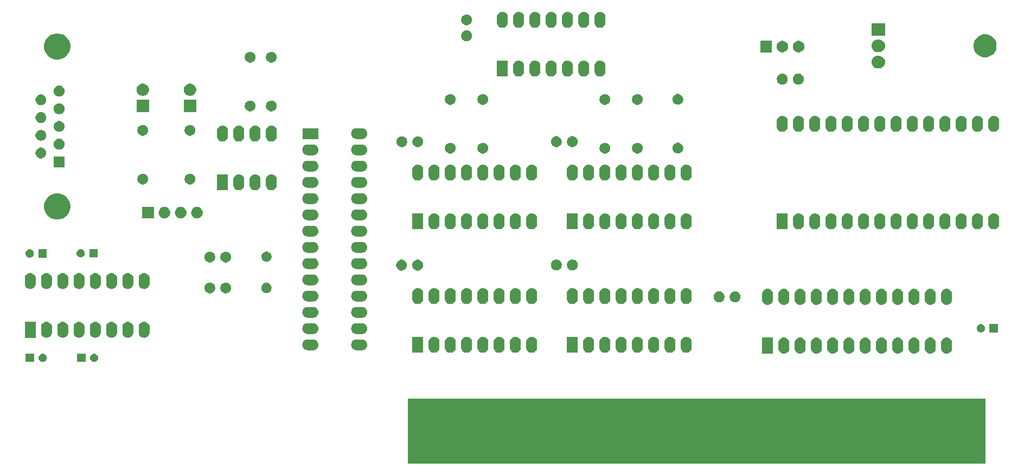
<source format=gts>
G04 #@! TF.GenerationSoftware,KiCad,Pcbnew,(5.1.5-0)*
G04 #@! TF.CreationDate,2023-05-16T07:02:42+02:00*
G04 #@! TF.ProjectId,Apple1Serial,4170706c-6531-4536-9572-69616c2e6b69,rev?*
G04 #@! TF.SameCoordinates,Original*
G04 #@! TF.FileFunction,Soldermask,Top*
G04 #@! TF.FilePolarity,Negative*
%FSLAX46Y46*%
G04 Gerber Fmt 4.6, Leading zero omitted, Abs format (unit mm)*
G04 Created by KiCad (PCBNEW (5.1.5-0)) date 2023-05-16 07:02:42*
%MOMM*%
%LPD*%
G04 APERTURE LIST*
%ADD10C,0.100000*%
G04 APERTURE END LIST*
D10*
G36*
X203456540Y-122933460D02*
G01*
X113284000Y-122933460D01*
X113284000Y-112778540D01*
X203456540Y-112778540D01*
X203456540Y-122933460D01*
G37*
G36*
X54897780Y-107079540D02*
G01*
X53595780Y-107079540D01*
X53595780Y-105777540D01*
X54897780Y-105777540D01*
X54897780Y-107079540D01*
G37*
G36*
X56423900Y-105800017D02*
G01*
X56436670Y-105802557D01*
X56555144Y-105851631D01*
X56661768Y-105922875D01*
X56752445Y-106013552D01*
X56823689Y-106120176D01*
X56872763Y-106238650D01*
X56897780Y-106364422D01*
X56897780Y-106492658D01*
X56872763Y-106618430D01*
X56823689Y-106736904D01*
X56752445Y-106843528D01*
X56661768Y-106934205D01*
X56555144Y-107005449D01*
X56555143Y-107005450D01*
X56555142Y-107005450D01*
X56436670Y-107054523D01*
X56310899Y-107079540D01*
X56182661Y-107079540D01*
X56056890Y-107054523D01*
X55938418Y-107005450D01*
X55938417Y-107005450D01*
X55938416Y-107005449D01*
X55831792Y-106934205D01*
X55741115Y-106843528D01*
X55669871Y-106736904D01*
X55620797Y-106618430D01*
X55595780Y-106492658D01*
X55595780Y-106364422D01*
X55620797Y-106238650D01*
X55669871Y-106120176D01*
X55741115Y-106013552D01*
X55831792Y-105922875D01*
X55938416Y-105851631D01*
X56056890Y-105802557D01*
X56069660Y-105800017D01*
X56182661Y-105777540D01*
X56310899Y-105777540D01*
X56423900Y-105800017D01*
G37*
G36*
X62929260Y-107077000D02*
G01*
X61627260Y-107077000D01*
X61627260Y-105775000D01*
X62929260Y-105775000D01*
X62929260Y-107077000D01*
G37*
G36*
X64468150Y-105800017D02*
G01*
X64586624Y-105849091D01*
X64693248Y-105920335D01*
X64783925Y-106011012D01*
X64855169Y-106117636D01*
X64904243Y-106236110D01*
X64929260Y-106361882D01*
X64929260Y-106490118D01*
X64904243Y-106615890D01*
X64855169Y-106734364D01*
X64783925Y-106840988D01*
X64693248Y-106931665D01*
X64586624Y-107002909D01*
X64586623Y-107002910D01*
X64586622Y-107002910D01*
X64468150Y-107051983D01*
X64342379Y-107077000D01*
X64214141Y-107077000D01*
X64088370Y-107051983D01*
X63969898Y-107002910D01*
X63969897Y-107002910D01*
X63969896Y-107002909D01*
X63863272Y-106931665D01*
X63772595Y-106840988D01*
X63701351Y-106734364D01*
X63652277Y-106615890D01*
X63627260Y-106490118D01*
X63627260Y-106361882D01*
X63652277Y-106236110D01*
X63701351Y-106117636D01*
X63772595Y-106011012D01*
X63863272Y-105920335D01*
X63969896Y-105849091D01*
X64088370Y-105800017D01*
X64214141Y-105775000D01*
X64342379Y-105775000D01*
X64468150Y-105800017D01*
G37*
G36*
X197524822Y-103282313D02*
G01*
X197685241Y-103330976D01*
X197833077Y-103409995D01*
X197962659Y-103516341D01*
X198069004Y-103645922D01*
X198069005Y-103645924D01*
X198148024Y-103793758D01*
X198196687Y-103954177D01*
X198209000Y-104079196D01*
X198209000Y-104962803D01*
X198196687Y-105087822D01*
X198196686Y-105087825D01*
X198149008Y-105245000D01*
X198148024Y-105248242D01*
X198077114Y-105380906D01*
X198069004Y-105396078D01*
X197962659Y-105525659D01*
X197833078Y-105632004D01*
X197833076Y-105632005D01*
X197685242Y-105711024D01*
X197524823Y-105759687D01*
X197358000Y-105776117D01*
X197191178Y-105759687D01*
X197030759Y-105711024D01*
X196882925Y-105632005D01*
X196882923Y-105632004D01*
X196753342Y-105525659D01*
X196646997Y-105396078D01*
X196638887Y-105380906D01*
X196567977Y-105248242D01*
X196566994Y-105245000D01*
X196519315Y-105087825D01*
X196519314Y-105087823D01*
X196507000Y-104962803D01*
X196507000Y-104079197D01*
X196519313Y-103954178D01*
X196567976Y-103793759D01*
X196646995Y-103645923D01*
X196753341Y-103516341D01*
X196882922Y-103409996D01*
X196921565Y-103389341D01*
X197030758Y-103330976D01*
X197191177Y-103282313D01*
X197358000Y-103265883D01*
X197524822Y-103282313D01*
G37*
G36*
X194984822Y-103282313D02*
G01*
X195145241Y-103330976D01*
X195293077Y-103409995D01*
X195422659Y-103516341D01*
X195529004Y-103645922D01*
X195529005Y-103645924D01*
X195608024Y-103793758D01*
X195656687Y-103954177D01*
X195669000Y-104079196D01*
X195669000Y-104962803D01*
X195656687Y-105087822D01*
X195656686Y-105087825D01*
X195609008Y-105245000D01*
X195608024Y-105248242D01*
X195537114Y-105380906D01*
X195529004Y-105396078D01*
X195422659Y-105525659D01*
X195293078Y-105632004D01*
X195293076Y-105632005D01*
X195145242Y-105711024D01*
X194984823Y-105759687D01*
X194818000Y-105776117D01*
X194651178Y-105759687D01*
X194490759Y-105711024D01*
X194342925Y-105632005D01*
X194342923Y-105632004D01*
X194213342Y-105525659D01*
X194106997Y-105396078D01*
X194098887Y-105380906D01*
X194027977Y-105248242D01*
X194026994Y-105245000D01*
X193979315Y-105087825D01*
X193979314Y-105087823D01*
X193967000Y-104962803D01*
X193967000Y-104079197D01*
X193979313Y-103954178D01*
X194027976Y-103793759D01*
X194106995Y-103645923D01*
X194213341Y-103516341D01*
X194342922Y-103409996D01*
X194381565Y-103389341D01*
X194490758Y-103330976D01*
X194651177Y-103282313D01*
X194818000Y-103265883D01*
X194984822Y-103282313D01*
G37*
G36*
X192444822Y-103282313D02*
G01*
X192605241Y-103330976D01*
X192753077Y-103409995D01*
X192882659Y-103516341D01*
X192989004Y-103645922D01*
X192989005Y-103645924D01*
X193068024Y-103793758D01*
X193116687Y-103954177D01*
X193129000Y-104079196D01*
X193129000Y-104962803D01*
X193116687Y-105087822D01*
X193116686Y-105087825D01*
X193069008Y-105245000D01*
X193068024Y-105248242D01*
X192997114Y-105380906D01*
X192989004Y-105396078D01*
X192882659Y-105525659D01*
X192753078Y-105632004D01*
X192753076Y-105632005D01*
X192605242Y-105711024D01*
X192444823Y-105759687D01*
X192278000Y-105776117D01*
X192111178Y-105759687D01*
X191950759Y-105711024D01*
X191802925Y-105632005D01*
X191802923Y-105632004D01*
X191673342Y-105525659D01*
X191566997Y-105396078D01*
X191558887Y-105380906D01*
X191487977Y-105248242D01*
X191486994Y-105245000D01*
X191439315Y-105087825D01*
X191439314Y-105087823D01*
X191427000Y-104962803D01*
X191427000Y-104079197D01*
X191439313Y-103954178D01*
X191487976Y-103793759D01*
X191566995Y-103645923D01*
X191673341Y-103516341D01*
X191802922Y-103409996D01*
X191841565Y-103389341D01*
X191950758Y-103330976D01*
X192111177Y-103282313D01*
X192278000Y-103265883D01*
X192444822Y-103282313D01*
G37*
G36*
X189904822Y-103282313D02*
G01*
X190065241Y-103330976D01*
X190213077Y-103409995D01*
X190342659Y-103516341D01*
X190449004Y-103645922D01*
X190449005Y-103645924D01*
X190528024Y-103793758D01*
X190576687Y-103954177D01*
X190589000Y-104079196D01*
X190589000Y-104962803D01*
X190576687Y-105087822D01*
X190576686Y-105087825D01*
X190529008Y-105245000D01*
X190528024Y-105248242D01*
X190457114Y-105380906D01*
X190449004Y-105396078D01*
X190342659Y-105525659D01*
X190213078Y-105632004D01*
X190213076Y-105632005D01*
X190065242Y-105711024D01*
X189904823Y-105759687D01*
X189738000Y-105776117D01*
X189571178Y-105759687D01*
X189410759Y-105711024D01*
X189262925Y-105632005D01*
X189262923Y-105632004D01*
X189133342Y-105525659D01*
X189026997Y-105396078D01*
X189018887Y-105380906D01*
X188947977Y-105248242D01*
X188946994Y-105245000D01*
X188899315Y-105087825D01*
X188899314Y-105087823D01*
X188887000Y-104962803D01*
X188887000Y-104079197D01*
X188899313Y-103954178D01*
X188947976Y-103793759D01*
X189026995Y-103645923D01*
X189133341Y-103516341D01*
X189262922Y-103409996D01*
X189301565Y-103389341D01*
X189410758Y-103330976D01*
X189571177Y-103282313D01*
X189738000Y-103265883D01*
X189904822Y-103282313D01*
G37*
G36*
X187364822Y-103282313D02*
G01*
X187525241Y-103330976D01*
X187673077Y-103409995D01*
X187802659Y-103516341D01*
X187909004Y-103645922D01*
X187909005Y-103645924D01*
X187988024Y-103793758D01*
X188036687Y-103954177D01*
X188049000Y-104079196D01*
X188049000Y-104962803D01*
X188036687Y-105087822D01*
X188036686Y-105087825D01*
X187989008Y-105245000D01*
X187988024Y-105248242D01*
X187917114Y-105380906D01*
X187909004Y-105396078D01*
X187802659Y-105525659D01*
X187673078Y-105632004D01*
X187673076Y-105632005D01*
X187525242Y-105711024D01*
X187364823Y-105759687D01*
X187198000Y-105776117D01*
X187031178Y-105759687D01*
X186870759Y-105711024D01*
X186722925Y-105632005D01*
X186722923Y-105632004D01*
X186593342Y-105525659D01*
X186486997Y-105396078D01*
X186478887Y-105380906D01*
X186407977Y-105248242D01*
X186406994Y-105245000D01*
X186359315Y-105087825D01*
X186359314Y-105087823D01*
X186347000Y-104962803D01*
X186347000Y-104079197D01*
X186359313Y-103954178D01*
X186407976Y-103793759D01*
X186486995Y-103645923D01*
X186593341Y-103516341D01*
X186722922Y-103409996D01*
X186761565Y-103389341D01*
X186870758Y-103330976D01*
X187031177Y-103282313D01*
X187198000Y-103265883D01*
X187364822Y-103282313D01*
G37*
G36*
X184824822Y-103282313D02*
G01*
X184985241Y-103330976D01*
X185133077Y-103409995D01*
X185262659Y-103516341D01*
X185369004Y-103645922D01*
X185369005Y-103645924D01*
X185448024Y-103793758D01*
X185496687Y-103954177D01*
X185509000Y-104079196D01*
X185509000Y-104962803D01*
X185496687Y-105087822D01*
X185496686Y-105087825D01*
X185449008Y-105245000D01*
X185448024Y-105248242D01*
X185377114Y-105380906D01*
X185369004Y-105396078D01*
X185262659Y-105525659D01*
X185133078Y-105632004D01*
X185133076Y-105632005D01*
X184985242Y-105711024D01*
X184824823Y-105759687D01*
X184658000Y-105776117D01*
X184491178Y-105759687D01*
X184330759Y-105711024D01*
X184182925Y-105632005D01*
X184182923Y-105632004D01*
X184053342Y-105525659D01*
X183946997Y-105396078D01*
X183938887Y-105380906D01*
X183867977Y-105248242D01*
X183866994Y-105245000D01*
X183819315Y-105087825D01*
X183819314Y-105087823D01*
X183807000Y-104962803D01*
X183807000Y-104079197D01*
X183819313Y-103954178D01*
X183867976Y-103793759D01*
X183946995Y-103645923D01*
X184053341Y-103516341D01*
X184182922Y-103409996D01*
X184221565Y-103389341D01*
X184330758Y-103330976D01*
X184491177Y-103282313D01*
X184658000Y-103265883D01*
X184824822Y-103282313D01*
G37*
G36*
X182284822Y-103282313D02*
G01*
X182445241Y-103330976D01*
X182593077Y-103409995D01*
X182722659Y-103516341D01*
X182829004Y-103645922D01*
X182829005Y-103645924D01*
X182908024Y-103793758D01*
X182956687Y-103954177D01*
X182969000Y-104079196D01*
X182969000Y-104962803D01*
X182956687Y-105087822D01*
X182956686Y-105087825D01*
X182909008Y-105245000D01*
X182908024Y-105248242D01*
X182837114Y-105380906D01*
X182829004Y-105396078D01*
X182722659Y-105525659D01*
X182593078Y-105632004D01*
X182593076Y-105632005D01*
X182445242Y-105711024D01*
X182284823Y-105759687D01*
X182118000Y-105776117D01*
X181951178Y-105759687D01*
X181790759Y-105711024D01*
X181642925Y-105632005D01*
X181642923Y-105632004D01*
X181513342Y-105525659D01*
X181406997Y-105396078D01*
X181398887Y-105380906D01*
X181327977Y-105248242D01*
X181326994Y-105245000D01*
X181279315Y-105087825D01*
X181279314Y-105087823D01*
X181267000Y-104962803D01*
X181267000Y-104079197D01*
X181279313Y-103954178D01*
X181327976Y-103793759D01*
X181406995Y-103645923D01*
X181513341Y-103516341D01*
X181642922Y-103409996D01*
X181681565Y-103389341D01*
X181790758Y-103330976D01*
X181951177Y-103282313D01*
X182118000Y-103265883D01*
X182284822Y-103282313D01*
G37*
G36*
X179744822Y-103282313D02*
G01*
X179905241Y-103330976D01*
X180053077Y-103409995D01*
X180182659Y-103516341D01*
X180289004Y-103645922D01*
X180289005Y-103645924D01*
X180368024Y-103793758D01*
X180416687Y-103954177D01*
X180429000Y-104079196D01*
X180429000Y-104962803D01*
X180416687Y-105087822D01*
X180416686Y-105087825D01*
X180369008Y-105245000D01*
X180368024Y-105248242D01*
X180297114Y-105380906D01*
X180289004Y-105396078D01*
X180182659Y-105525659D01*
X180053078Y-105632004D01*
X180053076Y-105632005D01*
X179905242Y-105711024D01*
X179744823Y-105759687D01*
X179578000Y-105776117D01*
X179411178Y-105759687D01*
X179250759Y-105711024D01*
X179102925Y-105632005D01*
X179102923Y-105632004D01*
X178973342Y-105525659D01*
X178866997Y-105396078D01*
X178858887Y-105380906D01*
X178787977Y-105248242D01*
X178786994Y-105245000D01*
X178739315Y-105087825D01*
X178739314Y-105087823D01*
X178727000Y-104962803D01*
X178727000Y-104079197D01*
X178739313Y-103954178D01*
X178787976Y-103793759D01*
X178866995Y-103645923D01*
X178973341Y-103516341D01*
X179102922Y-103409996D01*
X179141565Y-103389341D01*
X179250758Y-103330976D01*
X179411177Y-103282313D01*
X179578000Y-103265883D01*
X179744822Y-103282313D01*
G37*
G36*
X177204822Y-103282313D02*
G01*
X177365241Y-103330976D01*
X177513077Y-103409995D01*
X177642659Y-103516341D01*
X177749004Y-103645922D01*
X177749005Y-103645924D01*
X177828024Y-103793758D01*
X177876687Y-103954177D01*
X177889000Y-104079196D01*
X177889000Y-104962803D01*
X177876687Y-105087822D01*
X177876686Y-105087825D01*
X177829008Y-105245000D01*
X177828024Y-105248242D01*
X177757114Y-105380906D01*
X177749004Y-105396078D01*
X177642659Y-105525659D01*
X177513078Y-105632004D01*
X177513076Y-105632005D01*
X177365242Y-105711024D01*
X177204823Y-105759687D01*
X177038000Y-105776117D01*
X176871178Y-105759687D01*
X176710759Y-105711024D01*
X176562925Y-105632005D01*
X176562923Y-105632004D01*
X176433342Y-105525659D01*
X176326997Y-105396078D01*
X176318887Y-105380906D01*
X176247977Y-105248242D01*
X176246994Y-105245000D01*
X176199315Y-105087825D01*
X176199314Y-105087823D01*
X176187000Y-104962803D01*
X176187000Y-104079197D01*
X176199313Y-103954178D01*
X176247976Y-103793759D01*
X176326995Y-103645923D01*
X176433341Y-103516341D01*
X176562922Y-103409996D01*
X176601565Y-103389341D01*
X176710758Y-103330976D01*
X176871177Y-103282313D01*
X177038000Y-103265883D01*
X177204822Y-103282313D01*
G37*
G36*
X174664822Y-103282313D02*
G01*
X174825241Y-103330976D01*
X174973077Y-103409995D01*
X175102659Y-103516341D01*
X175209004Y-103645922D01*
X175209005Y-103645924D01*
X175288024Y-103793758D01*
X175336687Y-103954177D01*
X175349000Y-104079196D01*
X175349000Y-104962803D01*
X175336687Y-105087822D01*
X175336686Y-105087825D01*
X175289008Y-105245000D01*
X175288024Y-105248242D01*
X175217114Y-105380906D01*
X175209004Y-105396078D01*
X175102659Y-105525659D01*
X174973078Y-105632004D01*
X174973076Y-105632005D01*
X174825242Y-105711024D01*
X174664823Y-105759687D01*
X174498000Y-105776117D01*
X174331178Y-105759687D01*
X174170759Y-105711024D01*
X174022925Y-105632005D01*
X174022923Y-105632004D01*
X173893342Y-105525659D01*
X173786997Y-105396078D01*
X173778887Y-105380906D01*
X173707977Y-105248242D01*
X173706994Y-105245000D01*
X173659315Y-105087825D01*
X173659314Y-105087823D01*
X173647000Y-104962803D01*
X173647000Y-104079197D01*
X173659313Y-103954178D01*
X173707976Y-103793759D01*
X173786995Y-103645923D01*
X173893341Y-103516341D01*
X174022922Y-103409996D01*
X174061565Y-103389341D01*
X174170758Y-103330976D01*
X174331177Y-103282313D01*
X174498000Y-103265883D01*
X174664822Y-103282313D01*
G37*
G36*
X172124822Y-103282313D02*
G01*
X172285241Y-103330976D01*
X172433077Y-103409995D01*
X172562659Y-103516341D01*
X172669004Y-103645922D01*
X172669005Y-103645924D01*
X172748024Y-103793758D01*
X172796687Y-103954177D01*
X172809000Y-104079196D01*
X172809000Y-104962803D01*
X172796687Y-105087822D01*
X172796686Y-105087825D01*
X172749008Y-105245000D01*
X172748024Y-105248242D01*
X172677114Y-105380906D01*
X172669004Y-105396078D01*
X172562659Y-105525659D01*
X172433078Y-105632004D01*
X172433076Y-105632005D01*
X172285242Y-105711024D01*
X172124823Y-105759687D01*
X171958000Y-105776117D01*
X171791178Y-105759687D01*
X171630759Y-105711024D01*
X171482925Y-105632005D01*
X171482923Y-105632004D01*
X171353342Y-105525659D01*
X171246997Y-105396078D01*
X171238887Y-105380906D01*
X171167977Y-105248242D01*
X171166994Y-105245000D01*
X171119315Y-105087825D01*
X171119314Y-105087823D01*
X171107000Y-104962803D01*
X171107000Y-104079197D01*
X171119313Y-103954178D01*
X171167976Y-103793759D01*
X171246995Y-103645923D01*
X171353341Y-103516341D01*
X171482922Y-103409996D01*
X171521565Y-103389341D01*
X171630758Y-103330976D01*
X171791177Y-103282313D01*
X171958000Y-103265883D01*
X172124822Y-103282313D01*
G37*
G36*
X170269000Y-105772000D02*
G01*
X168567000Y-105772000D01*
X168567000Y-103270000D01*
X170269000Y-103270000D01*
X170269000Y-105772000D01*
G37*
G36*
X141644822Y-103155313D02*
G01*
X141805241Y-103203976D01*
X141953077Y-103282995D01*
X142082659Y-103389341D01*
X142189004Y-103518922D01*
X142189005Y-103518924D01*
X142268024Y-103666758D01*
X142268024Y-103666759D01*
X142268025Y-103666761D01*
X142272950Y-103682996D01*
X142316687Y-103827177D01*
X142329000Y-103952196D01*
X142329000Y-104835803D01*
X142316687Y-104960822D01*
X142316686Y-104960825D01*
X142272950Y-105105005D01*
X142268024Y-105121242D01*
X142208456Y-105232686D01*
X142189004Y-105269078D01*
X142082659Y-105398659D01*
X141953078Y-105505004D01*
X141953076Y-105505005D01*
X141805242Y-105584024D01*
X141644823Y-105632687D01*
X141478000Y-105649117D01*
X141311178Y-105632687D01*
X141150759Y-105584024D01*
X141002925Y-105505005D01*
X141002923Y-105505004D01*
X140873342Y-105398659D01*
X140766997Y-105269078D01*
X140747545Y-105232686D01*
X140687977Y-105121242D01*
X140683052Y-105105005D01*
X140639315Y-104960825D01*
X140639314Y-104960823D01*
X140627000Y-104835803D01*
X140627000Y-103952197D01*
X140639313Y-103827178D01*
X140678917Y-103696621D01*
X140687975Y-103666762D01*
X140687976Y-103666759D01*
X140766995Y-103518923D01*
X140873341Y-103389341D01*
X140944460Y-103330975D01*
X141002922Y-103282996D01*
X141034938Y-103265883D01*
X141150758Y-103203976D01*
X141311177Y-103155313D01*
X141478000Y-103138883D01*
X141644822Y-103155313D01*
G37*
G36*
X144184822Y-103155313D02*
G01*
X144345241Y-103203976D01*
X144493077Y-103282995D01*
X144622659Y-103389341D01*
X144729004Y-103518922D01*
X144729005Y-103518924D01*
X144808024Y-103666758D01*
X144808024Y-103666759D01*
X144808025Y-103666761D01*
X144812950Y-103682996D01*
X144856687Y-103827177D01*
X144869000Y-103952196D01*
X144869000Y-104835803D01*
X144856687Y-104960822D01*
X144856686Y-104960825D01*
X144812950Y-105105005D01*
X144808024Y-105121242D01*
X144748456Y-105232686D01*
X144729004Y-105269078D01*
X144622659Y-105398659D01*
X144493078Y-105505004D01*
X144493076Y-105505005D01*
X144345242Y-105584024D01*
X144184823Y-105632687D01*
X144018000Y-105649117D01*
X143851178Y-105632687D01*
X143690759Y-105584024D01*
X143542925Y-105505005D01*
X143542923Y-105505004D01*
X143413342Y-105398659D01*
X143306997Y-105269078D01*
X143287545Y-105232686D01*
X143227977Y-105121242D01*
X143223052Y-105105005D01*
X143179315Y-104960825D01*
X143179314Y-104960823D01*
X143167000Y-104835803D01*
X143167000Y-103952197D01*
X143179313Y-103827178D01*
X143218917Y-103696621D01*
X143227975Y-103666762D01*
X143227976Y-103666759D01*
X143306995Y-103518923D01*
X143413341Y-103389341D01*
X143484460Y-103330975D01*
X143542922Y-103282996D01*
X143574938Y-103265883D01*
X143690758Y-103203976D01*
X143851177Y-103155313D01*
X144018000Y-103138883D01*
X144184822Y-103155313D01*
G37*
G36*
X146724822Y-103155313D02*
G01*
X146885241Y-103203976D01*
X147033077Y-103282995D01*
X147162659Y-103389341D01*
X147269004Y-103518922D01*
X147269005Y-103518924D01*
X147348024Y-103666758D01*
X147348024Y-103666759D01*
X147348025Y-103666761D01*
X147352950Y-103682996D01*
X147396687Y-103827177D01*
X147409000Y-103952196D01*
X147409000Y-104835803D01*
X147396687Y-104960822D01*
X147396686Y-104960825D01*
X147352950Y-105105005D01*
X147348024Y-105121242D01*
X147288456Y-105232686D01*
X147269004Y-105269078D01*
X147162659Y-105398659D01*
X147033078Y-105505004D01*
X147033076Y-105505005D01*
X146885242Y-105584024D01*
X146724823Y-105632687D01*
X146558000Y-105649117D01*
X146391178Y-105632687D01*
X146230759Y-105584024D01*
X146082925Y-105505005D01*
X146082923Y-105505004D01*
X145953342Y-105398659D01*
X145846997Y-105269078D01*
X145827545Y-105232686D01*
X145767977Y-105121242D01*
X145763052Y-105105005D01*
X145719315Y-104960825D01*
X145719314Y-104960823D01*
X145707000Y-104835803D01*
X145707000Y-103952197D01*
X145719313Y-103827178D01*
X145758917Y-103696621D01*
X145767975Y-103666762D01*
X145767976Y-103666759D01*
X145846995Y-103518923D01*
X145953341Y-103389341D01*
X146024460Y-103330975D01*
X146082922Y-103282996D01*
X146114938Y-103265883D01*
X146230758Y-103203976D01*
X146391177Y-103155313D01*
X146558000Y-103138883D01*
X146724822Y-103155313D01*
G37*
G36*
X149264822Y-103155313D02*
G01*
X149425241Y-103203976D01*
X149573077Y-103282995D01*
X149702659Y-103389341D01*
X149809004Y-103518922D01*
X149809005Y-103518924D01*
X149888024Y-103666758D01*
X149888024Y-103666759D01*
X149888025Y-103666761D01*
X149892950Y-103682996D01*
X149936687Y-103827177D01*
X149949000Y-103952196D01*
X149949000Y-104835803D01*
X149936687Y-104960822D01*
X149936686Y-104960825D01*
X149892950Y-105105005D01*
X149888024Y-105121242D01*
X149828456Y-105232686D01*
X149809004Y-105269078D01*
X149702659Y-105398659D01*
X149573078Y-105505004D01*
X149573076Y-105505005D01*
X149425242Y-105584024D01*
X149264823Y-105632687D01*
X149098000Y-105649117D01*
X148931178Y-105632687D01*
X148770759Y-105584024D01*
X148622925Y-105505005D01*
X148622923Y-105505004D01*
X148493342Y-105398659D01*
X148386997Y-105269078D01*
X148367545Y-105232686D01*
X148307977Y-105121242D01*
X148303052Y-105105005D01*
X148259315Y-104960825D01*
X148259314Y-104960823D01*
X148247000Y-104835803D01*
X148247000Y-103952197D01*
X148259313Y-103827178D01*
X148298917Y-103696621D01*
X148307975Y-103666762D01*
X148307976Y-103666759D01*
X148386995Y-103518923D01*
X148493341Y-103389341D01*
X148564460Y-103330975D01*
X148622922Y-103282996D01*
X148654938Y-103265883D01*
X148770758Y-103203976D01*
X148931177Y-103155313D01*
X149098000Y-103138883D01*
X149264822Y-103155313D01*
G37*
G36*
X151804822Y-103155313D02*
G01*
X151965241Y-103203976D01*
X152113077Y-103282995D01*
X152242659Y-103389341D01*
X152349004Y-103518922D01*
X152349005Y-103518924D01*
X152428024Y-103666758D01*
X152428024Y-103666759D01*
X152428025Y-103666761D01*
X152432950Y-103682996D01*
X152476687Y-103827177D01*
X152489000Y-103952196D01*
X152489000Y-104835803D01*
X152476687Y-104960822D01*
X152476686Y-104960825D01*
X152432950Y-105105005D01*
X152428024Y-105121242D01*
X152368456Y-105232686D01*
X152349004Y-105269078D01*
X152242659Y-105398659D01*
X152113078Y-105505004D01*
X152113076Y-105505005D01*
X151965242Y-105584024D01*
X151804823Y-105632687D01*
X151638000Y-105649117D01*
X151471178Y-105632687D01*
X151310759Y-105584024D01*
X151162925Y-105505005D01*
X151162923Y-105505004D01*
X151033342Y-105398659D01*
X150926997Y-105269078D01*
X150907545Y-105232686D01*
X150847977Y-105121242D01*
X150843052Y-105105005D01*
X150799315Y-104960825D01*
X150799314Y-104960823D01*
X150787000Y-104835803D01*
X150787000Y-103952197D01*
X150799313Y-103827178D01*
X150838917Y-103696621D01*
X150847975Y-103666762D01*
X150847976Y-103666759D01*
X150926995Y-103518923D01*
X151033341Y-103389341D01*
X151104460Y-103330975D01*
X151162922Y-103282996D01*
X151194938Y-103265883D01*
X151310758Y-103203976D01*
X151471177Y-103155313D01*
X151638000Y-103138883D01*
X151804822Y-103155313D01*
G37*
G36*
X154344822Y-103155313D02*
G01*
X154505241Y-103203976D01*
X154653077Y-103282995D01*
X154782659Y-103389341D01*
X154889004Y-103518922D01*
X154889005Y-103518924D01*
X154968024Y-103666758D01*
X154968024Y-103666759D01*
X154968025Y-103666761D01*
X154972950Y-103682996D01*
X155016687Y-103827177D01*
X155029000Y-103952196D01*
X155029000Y-104835803D01*
X155016687Y-104960822D01*
X155016686Y-104960825D01*
X154972950Y-105105005D01*
X154968024Y-105121242D01*
X154908456Y-105232686D01*
X154889004Y-105269078D01*
X154782659Y-105398659D01*
X154653078Y-105505004D01*
X154653076Y-105505005D01*
X154505242Y-105584024D01*
X154344823Y-105632687D01*
X154178000Y-105649117D01*
X154011178Y-105632687D01*
X153850759Y-105584024D01*
X153702925Y-105505005D01*
X153702923Y-105505004D01*
X153573342Y-105398659D01*
X153466997Y-105269078D01*
X153447545Y-105232686D01*
X153387977Y-105121242D01*
X153383052Y-105105005D01*
X153339315Y-104960825D01*
X153339314Y-104960823D01*
X153327000Y-104835803D01*
X153327000Y-103952197D01*
X153339313Y-103827178D01*
X153378917Y-103696621D01*
X153387975Y-103666762D01*
X153387976Y-103666759D01*
X153466995Y-103518923D01*
X153573341Y-103389341D01*
X153644460Y-103330975D01*
X153702922Y-103282996D01*
X153734938Y-103265883D01*
X153850758Y-103203976D01*
X154011177Y-103155313D01*
X154178000Y-103138883D01*
X154344822Y-103155313D01*
G37*
G36*
X156884822Y-103155313D02*
G01*
X157045241Y-103203976D01*
X157193077Y-103282995D01*
X157322659Y-103389341D01*
X157429004Y-103518922D01*
X157429005Y-103518924D01*
X157508024Y-103666758D01*
X157508024Y-103666759D01*
X157508025Y-103666761D01*
X157512950Y-103682996D01*
X157556687Y-103827177D01*
X157569000Y-103952196D01*
X157569000Y-104835803D01*
X157556687Y-104960822D01*
X157556686Y-104960825D01*
X157512950Y-105105005D01*
X157508024Y-105121242D01*
X157448456Y-105232686D01*
X157429004Y-105269078D01*
X157322659Y-105398659D01*
X157193078Y-105505004D01*
X157193076Y-105505005D01*
X157045242Y-105584024D01*
X156884823Y-105632687D01*
X156718000Y-105649117D01*
X156551178Y-105632687D01*
X156390759Y-105584024D01*
X156242925Y-105505005D01*
X156242923Y-105505004D01*
X156113342Y-105398659D01*
X156006997Y-105269078D01*
X155987545Y-105232686D01*
X155927977Y-105121242D01*
X155923052Y-105105005D01*
X155879315Y-104960825D01*
X155879314Y-104960823D01*
X155867000Y-104835803D01*
X155867000Y-103952197D01*
X155879313Y-103827178D01*
X155918917Y-103696621D01*
X155927975Y-103666762D01*
X155927976Y-103666759D01*
X156006995Y-103518923D01*
X156113341Y-103389341D01*
X156184460Y-103330975D01*
X156242922Y-103282996D01*
X156274938Y-103265883D01*
X156390758Y-103203976D01*
X156551177Y-103155313D01*
X156718000Y-103138883D01*
X156884822Y-103155313D01*
G37*
G36*
X117514822Y-103155313D02*
G01*
X117675241Y-103203976D01*
X117823077Y-103282995D01*
X117952659Y-103389341D01*
X118059004Y-103518922D01*
X118059005Y-103518924D01*
X118138024Y-103666758D01*
X118138024Y-103666759D01*
X118138025Y-103666761D01*
X118142950Y-103682996D01*
X118186687Y-103827177D01*
X118199000Y-103952196D01*
X118199000Y-104835803D01*
X118186687Y-104960822D01*
X118186686Y-104960825D01*
X118142950Y-105105005D01*
X118138024Y-105121242D01*
X118078456Y-105232686D01*
X118059004Y-105269078D01*
X117952659Y-105398659D01*
X117823078Y-105505004D01*
X117823076Y-105505005D01*
X117675242Y-105584024D01*
X117514823Y-105632687D01*
X117348000Y-105649117D01*
X117181178Y-105632687D01*
X117020759Y-105584024D01*
X116872925Y-105505005D01*
X116872923Y-105505004D01*
X116743342Y-105398659D01*
X116636997Y-105269078D01*
X116617545Y-105232686D01*
X116557977Y-105121242D01*
X116553052Y-105105005D01*
X116509315Y-104960825D01*
X116509314Y-104960823D01*
X116497000Y-104835803D01*
X116497000Y-103952197D01*
X116509313Y-103827178D01*
X116548917Y-103696621D01*
X116557975Y-103666762D01*
X116557976Y-103666759D01*
X116636995Y-103518923D01*
X116743341Y-103389341D01*
X116814460Y-103330975D01*
X116872922Y-103282996D01*
X116904938Y-103265883D01*
X117020758Y-103203976D01*
X117181177Y-103155313D01*
X117348000Y-103138883D01*
X117514822Y-103155313D01*
G37*
G36*
X120054822Y-103155313D02*
G01*
X120215241Y-103203976D01*
X120363077Y-103282995D01*
X120492659Y-103389341D01*
X120599004Y-103518922D01*
X120599005Y-103518924D01*
X120678024Y-103666758D01*
X120678024Y-103666759D01*
X120678025Y-103666761D01*
X120682950Y-103682996D01*
X120726687Y-103827177D01*
X120739000Y-103952196D01*
X120739000Y-104835803D01*
X120726687Y-104960822D01*
X120726686Y-104960825D01*
X120682950Y-105105005D01*
X120678024Y-105121242D01*
X120618456Y-105232686D01*
X120599004Y-105269078D01*
X120492659Y-105398659D01*
X120363078Y-105505004D01*
X120363076Y-105505005D01*
X120215242Y-105584024D01*
X120054823Y-105632687D01*
X119888000Y-105649117D01*
X119721178Y-105632687D01*
X119560759Y-105584024D01*
X119412925Y-105505005D01*
X119412923Y-105505004D01*
X119283342Y-105398659D01*
X119176997Y-105269078D01*
X119157545Y-105232686D01*
X119097977Y-105121242D01*
X119093052Y-105105005D01*
X119049315Y-104960825D01*
X119049314Y-104960823D01*
X119037000Y-104835803D01*
X119037000Y-103952197D01*
X119049313Y-103827178D01*
X119088917Y-103696621D01*
X119097975Y-103666762D01*
X119097976Y-103666759D01*
X119176995Y-103518923D01*
X119283341Y-103389341D01*
X119354460Y-103330975D01*
X119412922Y-103282996D01*
X119444938Y-103265883D01*
X119560758Y-103203976D01*
X119721177Y-103155313D01*
X119888000Y-103138883D01*
X120054822Y-103155313D01*
G37*
G36*
X122594822Y-103155313D02*
G01*
X122755241Y-103203976D01*
X122903077Y-103282995D01*
X123032659Y-103389341D01*
X123139004Y-103518922D01*
X123139005Y-103518924D01*
X123218024Y-103666758D01*
X123218024Y-103666759D01*
X123218025Y-103666761D01*
X123222950Y-103682996D01*
X123266687Y-103827177D01*
X123279000Y-103952196D01*
X123279000Y-104835803D01*
X123266687Y-104960822D01*
X123266686Y-104960825D01*
X123222950Y-105105005D01*
X123218024Y-105121242D01*
X123158456Y-105232686D01*
X123139004Y-105269078D01*
X123032659Y-105398659D01*
X122903078Y-105505004D01*
X122903076Y-105505005D01*
X122755242Y-105584024D01*
X122594823Y-105632687D01*
X122428000Y-105649117D01*
X122261178Y-105632687D01*
X122100759Y-105584024D01*
X121952925Y-105505005D01*
X121952923Y-105505004D01*
X121823342Y-105398659D01*
X121716997Y-105269078D01*
X121697545Y-105232686D01*
X121637977Y-105121242D01*
X121633052Y-105105005D01*
X121589315Y-104960825D01*
X121589314Y-104960823D01*
X121577000Y-104835803D01*
X121577000Y-103952197D01*
X121589313Y-103827178D01*
X121628917Y-103696621D01*
X121637975Y-103666762D01*
X121637976Y-103666759D01*
X121716995Y-103518923D01*
X121823341Y-103389341D01*
X121894460Y-103330975D01*
X121952922Y-103282996D01*
X121984938Y-103265883D01*
X122100758Y-103203976D01*
X122261177Y-103155313D01*
X122428000Y-103138883D01*
X122594822Y-103155313D01*
G37*
G36*
X125134822Y-103155313D02*
G01*
X125295241Y-103203976D01*
X125443077Y-103282995D01*
X125572659Y-103389341D01*
X125679004Y-103518922D01*
X125679005Y-103518924D01*
X125758024Y-103666758D01*
X125758024Y-103666759D01*
X125758025Y-103666761D01*
X125762950Y-103682996D01*
X125806687Y-103827177D01*
X125819000Y-103952196D01*
X125819000Y-104835803D01*
X125806687Y-104960822D01*
X125806686Y-104960825D01*
X125762950Y-105105005D01*
X125758024Y-105121242D01*
X125698456Y-105232686D01*
X125679004Y-105269078D01*
X125572659Y-105398659D01*
X125443078Y-105505004D01*
X125443076Y-105505005D01*
X125295242Y-105584024D01*
X125134823Y-105632687D01*
X124968000Y-105649117D01*
X124801178Y-105632687D01*
X124640759Y-105584024D01*
X124492925Y-105505005D01*
X124492923Y-105505004D01*
X124363342Y-105398659D01*
X124256997Y-105269078D01*
X124237545Y-105232686D01*
X124177977Y-105121242D01*
X124173052Y-105105005D01*
X124129315Y-104960825D01*
X124129314Y-104960823D01*
X124117000Y-104835803D01*
X124117000Y-103952197D01*
X124129313Y-103827178D01*
X124168917Y-103696621D01*
X124177975Y-103666762D01*
X124177976Y-103666759D01*
X124256995Y-103518923D01*
X124363341Y-103389341D01*
X124434460Y-103330975D01*
X124492922Y-103282996D01*
X124524938Y-103265883D01*
X124640758Y-103203976D01*
X124801177Y-103155313D01*
X124968000Y-103138883D01*
X125134822Y-103155313D01*
G37*
G36*
X127674822Y-103155313D02*
G01*
X127835241Y-103203976D01*
X127983077Y-103282995D01*
X128112659Y-103389341D01*
X128219004Y-103518922D01*
X128219005Y-103518924D01*
X128298024Y-103666758D01*
X128298024Y-103666759D01*
X128298025Y-103666761D01*
X128302950Y-103682996D01*
X128346687Y-103827177D01*
X128359000Y-103952196D01*
X128359000Y-104835803D01*
X128346687Y-104960822D01*
X128346686Y-104960825D01*
X128302950Y-105105005D01*
X128298024Y-105121242D01*
X128238456Y-105232686D01*
X128219004Y-105269078D01*
X128112659Y-105398659D01*
X127983078Y-105505004D01*
X127983076Y-105505005D01*
X127835242Y-105584024D01*
X127674823Y-105632687D01*
X127508000Y-105649117D01*
X127341178Y-105632687D01*
X127180759Y-105584024D01*
X127032925Y-105505005D01*
X127032923Y-105505004D01*
X126903342Y-105398659D01*
X126796997Y-105269078D01*
X126777545Y-105232686D01*
X126717977Y-105121242D01*
X126713052Y-105105005D01*
X126669315Y-104960825D01*
X126669314Y-104960823D01*
X126657000Y-104835803D01*
X126657000Y-103952197D01*
X126669313Y-103827178D01*
X126708917Y-103696621D01*
X126717975Y-103666762D01*
X126717976Y-103666759D01*
X126796995Y-103518923D01*
X126903341Y-103389341D01*
X126974460Y-103330975D01*
X127032922Y-103282996D01*
X127064938Y-103265883D01*
X127180758Y-103203976D01*
X127341177Y-103155313D01*
X127508000Y-103138883D01*
X127674822Y-103155313D01*
G37*
G36*
X130214822Y-103155313D02*
G01*
X130375241Y-103203976D01*
X130523077Y-103282995D01*
X130652659Y-103389341D01*
X130759004Y-103518922D01*
X130759005Y-103518924D01*
X130838024Y-103666758D01*
X130838024Y-103666759D01*
X130838025Y-103666761D01*
X130842950Y-103682996D01*
X130886687Y-103827177D01*
X130899000Y-103952196D01*
X130899000Y-104835803D01*
X130886687Y-104960822D01*
X130886686Y-104960825D01*
X130842950Y-105105005D01*
X130838024Y-105121242D01*
X130778456Y-105232686D01*
X130759004Y-105269078D01*
X130652659Y-105398659D01*
X130523078Y-105505004D01*
X130523076Y-105505005D01*
X130375242Y-105584024D01*
X130214823Y-105632687D01*
X130048000Y-105649117D01*
X129881178Y-105632687D01*
X129720759Y-105584024D01*
X129572925Y-105505005D01*
X129572923Y-105505004D01*
X129443342Y-105398659D01*
X129336997Y-105269078D01*
X129317545Y-105232686D01*
X129257977Y-105121242D01*
X129253052Y-105105005D01*
X129209315Y-104960825D01*
X129209314Y-104960823D01*
X129197000Y-104835803D01*
X129197000Y-103952197D01*
X129209313Y-103827178D01*
X129248917Y-103696621D01*
X129257975Y-103666762D01*
X129257976Y-103666759D01*
X129336995Y-103518923D01*
X129443341Y-103389341D01*
X129514460Y-103330975D01*
X129572922Y-103282996D01*
X129604938Y-103265883D01*
X129720758Y-103203976D01*
X129881177Y-103155313D01*
X130048000Y-103138883D01*
X130214822Y-103155313D01*
G37*
G36*
X132754822Y-103155313D02*
G01*
X132915241Y-103203976D01*
X133063077Y-103282995D01*
X133192659Y-103389341D01*
X133299004Y-103518922D01*
X133299005Y-103518924D01*
X133378024Y-103666758D01*
X133378024Y-103666759D01*
X133378025Y-103666761D01*
X133382950Y-103682996D01*
X133426687Y-103827177D01*
X133439000Y-103952196D01*
X133439000Y-104835803D01*
X133426687Y-104960822D01*
X133426686Y-104960825D01*
X133382950Y-105105005D01*
X133378024Y-105121242D01*
X133318456Y-105232686D01*
X133299004Y-105269078D01*
X133192659Y-105398659D01*
X133063078Y-105505004D01*
X133063076Y-105505005D01*
X132915242Y-105584024D01*
X132754823Y-105632687D01*
X132588000Y-105649117D01*
X132421178Y-105632687D01*
X132260759Y-105584024D01*
X132112925Y-105505005D01*
X132112923Y-105505004D01*
X131983342Y-105398659D01*
X131876997Y-105269078D01*
X131857545Y-105232686D01*
X131797977Y-105121242D01*
X131793052Y-105105005D01*
X131749315Y-104960825D01*
X131749314Y-104960823D01*
X131737000Y-104835803D01*
X131737000Y-103952197D01*
X131749313Y-103827178D01*
X131788917Y-103696621D01*
X131797975Y-103666762D01*
X131797976Y-103666759D01*
X131876995Y-103518923D01*
X131983341Y-103389341D01*
X132054460Y-103330975D01*
X132112922Y-103282996D01*
X132144938Y-103265883D01*
X132260758Y-103203976D01*
X132421177Y-103155313D01*
X132588000Y-103138883D01*
X132754822Y-103155313D01*
G37*
G36*
X115659000Y-105645000D02*
G01*
X113957000Y-105645000D01*
X113957000Y-103143000D01*
X115659000Y-103143000D01*
X115659000Y-105645000D01*
G37*
G36*
X139789000Y-105645000D02*
G01*
X138087000Y-105645000D01*
X138087000Y-103143000D01*
X139789000Y-103143000D01*
X139789000Y-105645000D01*
G37*
G36*
X106230823Y-103555313D02*
G01*
X106391242Y-103603976D01*
X106508704Y-103666761D01*
X106539078Y-103682996D01*
X106668659Y-103789341D01*
X106775004Y-103918922D01*
X106775005Y-103918924D01*
X106854024Y-104066758D01*
X106902687Y-104227177D01*
X106919117Y-104394000D01*
X106902687Y-104560823D01*
X106854024Y-104721242D01*
X106792791Y-104835800D01*
X106775004Y-104869078D01*
X106668659Y-104998659D01*
X106539078Y-105105004D01*
X106539076Y-105105005D01*
X106391242Y-105184024D01*
X106230823Y-105232687D01*
X106105804Y-105245000D01*
X105222196Y-105245000D01*
X105097177Y-105232687D01*
X104936758Y-105184024D01*
X104788924Y-105105005D01*
X104788922Y-105105004D01*
X104659341Y-104998659D01*
X104552996Y-104869078D01*
X104535209Y-104835800D01*
X104473976Y-104721242D01*
X104425313Y-104560823D01*
X104408883Y-104394000D01*
X104425313Y-104227177D01*
X104473976Y-104066758D01*
X104552995Y-103918924D01*
X104552996Y-103918922D01*
X104659341Y-103789341D01*
X104788922Y-103682996D01*
X104819296Y-103666761D01*
X104936758Y-103603976D01*
X105097177Y-103555313D01*
X105222196Y-103543000D01*
X106105804Y-103543000D01*
X106230823Y-103555313D01*
G37*
G36*
X98610823Y-103555313D02*
G01*
X98771242Y-103603976D01*
X98888704Y-103666761D01*
X98919078Y-103682996D01*
X99048659Y-103789341D01*
X99155004Y-103918922D01*
X99155005Y-103918924D01*
X99234024Y-104066758D01*
X99282687Y-104227177D01*
X99299117Y-104394000D01*
X99282687Y-104560823D01*
X99234024Y-104721242D01*
X99172791Y-104835800D01*
X99155004Y-104869078D01*
X99048659Y-104998659D01*
X98919078Y-105105004D01*
X98919076Y-105105005D01*
X98771242Y-105184024D01*
X98610823Y-105232687D01*
X98485804Y-105245000D01*
X97602196Y-105245000D01*
X97477177Y-105232687D01*
X97316758Y-105184024D01*
X97168924Y-105105005D01*
X97168922Y-105105004D01*
X97039341Y-104998659D01*
X96932996Y-104869078D01*
X96915209Y-104835800D01*
X96853976Y-104721242D01*
X96805313Y-104560823D01*
X96788883Y-104394000D01*
X96805313Y-104227177D01*
X96853976Y-104066758D01*
X96932995Y-103918924D01*
X96932996Y-103918922D01*
X97039341Y-103789341D01*
X97168922Y-103682996D01*
X97199296Y-103666761D01*
X97316758Y-103603976D01*
X97477177Y-103555313D01*
X97602196Y-103543000D01*
X98485804Y-103543000D01*
X98610823Y-103555313D01*
G37*
G36*
X72244402Y-100803273D02*
G01*
X72404821Y-100851936D01*
X72552657Y-100930955D01*
X72655448Y-101015314D01*
X72682239Y-101037301D01*
X72788584Y-101166882D01*
X72788585Y-101166884D01*
X72867604Y-101314718D01*
X72916267Y-101475137D01*
X72928580Y-101600156D01*
X72928580Y-102483763D01*
X72916267Y-102608782D01*
X72867604Y-102769202D01*
X72796694Y-102901866D01*
X72788584Y-102917038D01*
X72682239Y-103046619D01*
X72552658Y-103152964D01*
X72552656Y-103152965D01*
X72404822Y-103231984D01*
X72244403Y-103280647D01*
X72077580Y-103297077D01*
X71910758Y-103280647D01*
X71750339Y-103231984D01*
X71602505Y-103152965D01*
X71602503Y-103152964D01*
X71472922Y-103046619D01*
X71366577Y-102917038D01*
X71358467Y-102901866D01*
X71287557Y-102769202D01*
X71238894Y-102608783D01*
X71226580Y-102483763D01*
X71226580Y-101600157D01*
X71238893Y-101475138D01*
X71287556Y-101314719D01*
X71366575Y-101166883D01*
X71472921Y-101037301D01*
X71514717Y-101003000D01*
X71602502Y-100930956D01*
X71617674Y-100922846D01*
X71750338Y-100851936D01*
X71910757Y-100803273D01*
X72077580Y-100786843D01*
X72244402Y-100803273D01*
G37*
G36*
X69704402Y-100803273D02*
G01*
X69864821Y-100851936D01*
X70012657Y-100930955D01*
X70115448Y-101015314D01*
X70142239Y-101037301D01*
X70248584Y-101166882D01*
X70248585Y-101166884D01*
X70327604Y-101314718D01*
X70376267Y-101475137D01*
X70388580Y-101600156D01*
X70388580Y-102483763D01*
X70376267Y-102608782D01*
X70327604Y-102769202D01*
X70256694Y-102901866D01*
X70248584Y-102917038D01*
X70142239Y-103046619D01*
X70012658Y-103152964D01*
X70012656Y-103152965D01*
X69864822Y-103231984D01*
X69704403Y-103280647D01*
X69537580Y-103297077D01*
X69370758Y-103280647D01*
X69210339Y-103231984D01*
X69062505Y-103152965D01*
X69062503Y-103152964D01*
X68932922Y-103046619D01*
X68826577Y-102917038D01*
X68818467Y-102901866D01*
X68747557Y-102769202D01*
X68698894Y-102608783D01*
X68686580Y-102483763D01*
X68686580Y-101600157D01*
X68698893Y-101475138D01*
X68747556Y-101314719D01*
X68826575Y-101166883D01*
X68932921Y-101037301D01*
X68974717Y-101003000D01*
X69062502Y-100930956D01*
X69077674Y-100922846D01*
X69210338Y-100851936D01*
X69370757Y-100803273D01*
X69537580Y-100786843D01*
X69704402Y-100803273D01*
G37*
G36*
X57004402Y-100803273D02*
G01*
X57164821Y-100851936D01*
X57312657Y-100930955D01*
X57415448Y-101015314D01*
X57442239Y-101037301D01*
X57548584Y-101166882D01*
X57548585Y-101166884D01*
X57627604Y-101314718D01*
X57676267Y-101475137D01*
X57688580Y-101600156D01*
X57688580Y-102483763D01*
X57676267Y-102608782D01*
X57627604Y-102769202D01*
X57556694Y-102901866D01*
X57548584Y-102917038D01*
X57442239Y-103046619D01*
X57312658Y-103152964D01*
X57312656Y-103152965D01*
X57164822Y-103231984D01*
X57004403Y-103280647D01*
X56837580Y-103297077D01*
X56670758Y-103280647D01*
X56510339Y-103231984D01*
X56362505Y-103152965D01*
X56362503Y-103152964D01*
X56232922Y-103046619D01*
X56126577Y-102917038D01*
X56118467Y-102901866D01*
X56047557Y-102769202D01*
X55998894Y-102608783D01*
X55986580Y-102483763D01*
X55986580Y-101600157D01*
X55998893Y-101475138D01*
X56047556Y-101314719D01*
X56126575Y-101166883D01*
X56232921Y-101037301D01*
X56274717Y-101003000D01*
X56362502Y-100930956D01*
X56377674Y-100922846D01*
X56510338Y-100851936D01*
X56670757Y-100803273D01*
X56837580Y-100786843D01*
X57004402Y-100803273D01*
G37*
G36*
X59544402Y-100803273D02*
G01*
X59704821Y-100851936D01*
X59852657Y-100930955D01*
X59955448Y-101015314D01*
X59982239Y-101037301D01*
X60088584Y-101166882D01*
X60088585Y-101166884D01*
X60167604Y-101314718D01*
X60216267Y-101475137D01*
X60228580Y-101600156D01*
X60228580Y-102483763D01*
X60216267Y-102608782D01*
X60167604Y-102769202D01*
X60096694Y-102901866D01*
X60088584Y-102917038D01*
X59982239Y-103046619D01*
X59852658Y-103152964D01*
X59852656Y-103152965D01*
X59704822Y-103231984D01*
X59544403Y-103280647D01*
X59377580Y-103297077D01*
X59210758Y-103280647D01*
X59050339Y-103231984D01*
X58902505Y-103152965D01*
X58902503Y-103152964D01*
X58772922Y-103046619D01*
X58666577Y-102917038D01*
X58658467Y-102901866D01*
X58587557Y-102769202D01*
X58538894Y-102608783D01*
X58526580Y-102483763D01*
X58526580Y-101600157D01*
X58538893Y-101475138D01*
X58587556Y-101314719D01*
X58666575Y-101166883D01*
X58772921Y-101037301D01*
X58814717Y-101003000D01*
X58902502Y-100930956D01*
X58917674Y-100922846D01*
X59050338Y-100851936D01*
X59210757Y-100803273D01*
X59377580Y-100786843D01*
X59544402Y-100803273D01*
G37*
G36*
X67164402Y-100803273D02*
G01*
X67324821Y-100851936D01*
X67472657Y-100930955D01*
X67575448Y-101015314D01*
X67602239Y-101037301D01*
X67708584Y-101166882D01*
X67708585Y-101166884D01*
X67787604Y-101314718D01*
X67836267Y-101475137D01*
X67848580Y-101600156D01*
X67848580Y-102483763D01*
X67836267Y-102608782D01*
X67787604Y-102769202D01*
X67716694Y-102901866D01*
X67708584Y-102917038D01*
X67602239Y-103046619D01*
X67472658Y-103152964D01*
X67472656Y-103152965D01*
X67324822Y-103231984D01*
X67164403Y-103280647D01*
X66997580Y-103297077D01*
X66830758Y-103280647D01*
X66670339Y-103231984D01*
X66522505Y-103152965D01*
X66522503Y-103152964D01*
X66392922Y-103046619D01*
X66286577Y-102917038D01*
X66278467Y-102901866D01*
X66207557Y-102769202D01*
X66158894Y-102608783D01*
X66146580Y-102483763D01*
X66146580Y-101600157D01*
X66158893Y-101475138D01*
X66207556Y-101314719D01*
X66286575Y-101166883D01*
X66392921Y-101037301D01*
X66434717Y-101003000D01*
X66522502Y-100930956D01*
X66537674Y-100922846D01*
X66670338Y-100851936D01*
X66830757Y-100803273D01*
X66997580Y-100786843D01*
X67164402Y-100803273D01*
G37*
G36*
X62084402Y-100803273D02*
G01*
X62244821Y-100851936D01*
X62392657Y-100930955D01*
X62495448Y-101015314D01*
X62522239Y-101037301D01*
X62628584Y-101166882D01*
X62628585Y-101166884D01*
X62707604Y-101314718D01*
X62756267Y-101475137D01*
X62768580Y-101600156D01*
X62768580Y-102483763D01*
X62756267Y-102608782D01*
X62707604Y-102769202D01*
X62636694Y-102901866D01*
X62628584Y-102917038D01*
X62522239Y-103046619D01*
X62392658Y-103152964D01*
X62392656Y-103152965D01*
X62244822Y-103231984D01*
X62084403Y-103280647D01*
X61917580Y-103297077D01*
X61750758Y-103280647D01*
X61590339Y-103231984D01*
X61442505Y-103152965D01*
X61442503Y-103152964D01*
X61312922Y-103046619D01*
X61206577Y-102917038D01*
X61198467Y-102901866D01*
X61127557Y-102769202D01*
X61078894Y-102608783D01*
X61066580Y-102483763D01*
X61066580Y-101600157D01*
X61078893Y-101475138D01*
X61127556Y-101314719D01*
X61206575Y-101166883D01*
X61312921Y-101037301D01*
X61354717Y-101003000D01*
X61442502Y-100930956D01*
X61457674Y-100922846D01*
X61590338Y-100851936D01*
X61750757Y-100803273D01*
X61917580Y-100786843D01*
X62084402Y-100803273D01*
G37*
G36*
X64624402Y-100803273D02*
G01*
X64784821Y-100851936D01*
X64932657Y-100930955D01*
X65035448Y-101015314D01*
X65062239Y-101037301D01*
X65168584Y-101166882D01*
X65168585Y-101166884D01*
X65247604Y-101314718D01*
X65296267Y-101475137D01*
X65308580Y-101600156D01*
X65308580Y-102483763D01*
X65296267Y-102608782D01*
X65247604Y-102769202D01*
X65176694Y-102901866D01*
X65168584Y-102917038D01*
X65062239Y-103046619D01*
X64932658Y-103152964D01*
X64932656Y-103152965D01*
X64784822Y-103231984D01*
X64624403Y-103280647D01*
X64457580Y-103297077D01*
X64290758Y-103280647D01*
X64130339Y-103231984D01*
X63982505Y-103152965D01*
X63982503Y-103152964D01*
X63852922Y-103046619D01*
X63746577Y-102917038D01*
X63738467Y-102901866D01*
X63667557Y-102769202D01*
X63618894Y-102608783D01*
X63606580Y-102483763D01*
X63606580Y-101600157D01*
X63618893Y-101475138D01*
X63667556Y-101314719D01*
X63746575Y-101166883D01*
X63852921Y-101037301D01*
X63894717Y-101003000D01*
X63982502Y-100930956D01*
X63997674Y-100922846D01*
X64130338Y-100851936D01*
X64290757Y-100803273D01*
X64457580Y-100786843D01*
X64624402Y-100803273D01*
G37*
G36*
X55148580Y-103292960D02*
G01*
X53446580Y-103292960D01*
X53446580Y-100790960D01*
X55148580Y-100790960D01*
X55148580Y-103292960D01*
G37*
G36*
X106230823Y-101015313D02*
G01*
X106391242Y-101063976D01*
X106523906Y-101134886D01*
X106539078Y-101142996D01*
X106668659Y-101249341D01*
X106775004Y-101378922D01*
X106775005Y-101378924D01*
X106854024Y-101526758D01*
X106902687Y-101687177D01*
X106919117Y-101854000D01*
X106902687Y-102020823D01*
X106854024Y-102181242D01*
X106785808Y-102308865D01*
X106775004Y-102329078D01*
X106668659Y-102458659D01*
X106539078Y-102565004D01*
X106539076Y-102565005D01*
X106391242Y-102644024D01*
X106230823Y-102692687D01*
X106105804Y-102705000D01*
X105222196Y-102705000D01*
X105097177Y-102692687D01*
X104936758Y-102644024D01*
X104788924Y-102565005D01*
X104788922Y-102565004D01*
X104659341Y-102458659D01*
X104552996Y-102329078D01*
X104542192Y-102308865D01*
X104473976Y-102181242D01*
X104425313Y-102020823D01*
X104408883Y-101854000D01*
X104425313Y-101687177D01*
X104473976Y-101526758D01*
X104552995Y-101378924D01*
X104552996Y-101378922D01*
X104659341Y-101249341D01*
X104788922Y-101142996D01*
X104804094Y-101134886D01*
X104936758Y-101063976D01*
X105097177Y-101015313D01*
X105222196Y-101003000D01*
X106105804Y-101003000D01*
X106230823Y-101015313D01*
G37*
G36*
X98610823Y-101015313D02*
G01*
X98771242Y-101063976D01*
X98903906Y-101134886D01*
X98919078Y-101142996D01*
X99048659Y-101249341D01*
X99155004Y-101378922D01*
X99155005Y-101378924D01*
X99234024Y-101526758D01*
X99282687Y-101687177D01*
X99299117Y-101854000D01*
X99282687Y-102020823D01*
X99234024Y-102181242D01*
X99165808Y-102308865D01*
X99155004Y-102329078D01*
X99048659Y-102458659D01*
X98919078Y-102565004D01*
X98919076Y-102565005D01*
X98771242Y-102644024D01*
X98610823Y-102692687D01*
X98485804Y-102705000D01*
X97602196Y-102705000D01*
X97477177Y-102692687D01*
X97316758Y-102644024D01*
X97168924Y-102565005D01*
X97168922Y-102565004D01*
X97039341Y-102458659D01*
X96932996Y-102329078D01*
X96922192Y-102308865D01*
X96853976Y-102181242D01*
X96805313Y-102020823D01*
X96788883Y-101854000D01*
X96805313Y-101687177D01*
X96853976Y-101526758D01*
X96932995Y-101378924D01*
X96932996Y-101378922D01*
X97039341Y-101249341D01*
X97168922Y-101142996D01*
X97184094Y-101134886D01*
X97316758Y-101063976D01*
X97477177Y-101015313D01*
X97602196Y-101003000D01*
X98485804Y-101003000D01*
X98610823Y-101015313D01*
G37*
G36*
X205354680Y-102454200D02*
G01*
X204052680Y-102454200D01*
X204052680Y-101152200D01*
X205354680Y-101152200D01*
X205354680Y-102454200D01*
G37*
G36*
X202893570Y-101177217D02*
G01*
X203012044Y-101226291D01*
X203118668Y-101297535D01*
X203209345Y-101388212D01*
X203280589Y-101494836D01*
X203329663Y-101613310D01*
X203354680Y-101739082D01*
X203354680Y-101867318D01*
X203329663Y-101993090D01*
X203280589Y-102111564D01*
X203209345Y-102218188D01*
X203118668Y-102308865D01*
X203012044Y-102380109D01*
X203012043Y-102380110D01*
X203012042Y-102380110D01*
X202893570Y-102429183D01*
X202767799Y-102454200D01*
X202639561Y-102454200D01*
X202513790Y-102429183D01*
X202395318Y-102380110D01*
X202395317Y-102380110D01*
X202395316Y-102380109D01*
X202288692Y-102308865D01*
X202198015Y-102218188D01*
X202126771Y-102111564D01*
X202077697Y-101993090D01*
X202052680Y-101867318D01*
X202052680Y-101739082D01*
X202077697Y-101613310D01*
X202126771Y-101494836D01*
X202198015Y-101388212D01*
X202288692Y-101297535D01*
X202395316Y-101226291D01*
X202513790Y-101177217D01*
X202639561Y-101152200D01*
X202767799Y-101152200D01*
X202893570Y-101177217D01*
G37*
G36*
X106230823Y-98475313D02*
G01*
X106391242Y-98523976D01*
X106523906Y-98594886D01*
X106539078Y-98602996D01*
X106668659Y-98709341D01*
X106775004Y-98838922D01*
X106775005Y-98838924D01*
X106854024Y-98986758D01*
X106902687Y-99147177D01*
X106919117Y-99314000D01*
X106902687Y-99480823D01*
X106854024Y-99641242D01*
X106783114Y-99773906D01*
X106775004Y-99789078D01*
X106668659Y-99918659D01*
X106539078Y-100025004D01*
X106539076Y-100025005D01*
X106391242Y-100104024D01*
X106230823Y-100152687D01*
X106105804Y-100165000D01*
X105222196Y-100165000D01*
X105097177Y-100152687D01*
X104936758Y-100104024D01*
X104788924Y-100025005D01*
X104788922Y-100025004D01*
X104659341Y-99918659D01*
X104552996Y-99789078D01*
X104544886Y-99773906D01*
X104473976Y-99641242D01*
X104425313Y-99480823D01*
X104408883Y-99314000D01*
X104425313Y-99147177D01*
X104473976Y-98986758D01*
X104552995Y-98838924D01*
X104552996Y-98838922D01*
X104659341Y-98709341D01*
X104788922Y-98602996D01*
X104804094Y-98594886D01*
X104936758Y-98523976D01*
X105097177Y-98475313D01*
X105222196Y-98463000D01*
X106105804Y-98463000D01*
X106230823Y-98475313D01*
G37*
G36*
X98610823Y-98475313D02*
G01*
X98771242Y-98523976D01*
X98903906Y-98594886D01*
X98919078Y-98602996D01*
X99048659Y-98709341D01*
X99155004Y-98838922D01*
X99155005Y-98838924D01*
X99234024Y-98986758D01*
X99282687Y-99147177D01*
X99299117Y-99314000D01*
X99282687Y-99480823D01*
X99234024Y-99641242D01*
X99163114Y-99773906D01*
X99155004Y-99789078D01*
X99048659Y-99918659D01*
X98919078Y-100025004D01*
X98919076Y-100025005D01*
X98771242Y-100104024D01*
X98610823Y-100152687D01*
X98485804Y-100165000D01*
X97602196Y-100165000D01*
X97477177Y-100152687D01*
X97316758Y-100104024D01*
X97168924Y-100025005D01*
X97168922Y-100025004D01*
X97039341Y-99918659D01*
X96932996Y-99789078D01*
X96924886Y-99773906D01*
X96853976Y-99641242D01*
X96805313Y-99480823D01*
X96788883Y-99314000D01*
X96805313Y-99147177D01*
X96853976Y-98986758D01*
X96932995Y-98838924D01*
X96932996Y-98838922D01*
X97039341Y-98709341D01*
X97168922Y-98602996D01*
X97184094Y-98594886D01*
X97316758Y-98523976D01*
X97477177Y-98475313D01*
X97602196Y-98463000D01*
X98485804Y-98463000D01*
X98610823Y-98475313D01*
G37*
G36*
X187364822Y-95662313D02*
G01*
X187525241Y-95710976D01*
X187673077Y-95789995D01*
X187786910Y-95883416D01*
X187802659Y-95896341D01*
X187909004Y-96025922D01*
X187909005Y-96025924D01*
X187988024Y-96173758D01*
X188036687Y-96334177D01*
X188049000Y-96459196D01*
X188049000Y-97342803D01*
X188036687Y-97467822D01*
X188036686Y-97467825D01*
X187989008Y-97625000D01*
X187988024Y-97628242D01*
X187973642Y-97655148D01*
X187909004Y-97776078D01*
X187802659Y-97905659D01*
X187673078Y-98012004D01*
X187673076Y-98012005D01*
X187525242Y-98091024D01*
X187364823Y-98139687D01*
X187198000Y-98156117D01*
X187031178Y-98139687D01*
X186870759Y-98091024D01*
X186722925Y-98012005D01*
X186722923Y-98012004D01*
X186593342Y-97905659D01*
X186486997Y-97776078D01*
X186422359Y-97655148D01*
X186407977Y-97628242D01*
X186406994Y-97625000D01*
X186359315Y-97467825D01*
X186359314Y-97467823D01*
X186347000Y-97342803D01*
X186347000Y-96459197D01*
X186359313Y-96334178D01*
X186407976Y-96173759D01*
X186486995Y-96025923D01*
X186593341Y-95896341D01*
X186609093Y-95883414D01*
X186722922Y-95789996D01*
X186761565Y-95769341D01*
X186870758Y-95710976D01*
X187031177Y-95662313D01*
X187198000Y-95645883D01*
X187364822Y-95662313D01*
G37*
G36*
X184824822Y-95662313D02*
G01*
X184985241Y-95710976D01*
X185133077Y-95789995D01*
X185246910Y-95883416D01*
X185262659Y-95896341D01*
X185369004Y-96025922D01*
X185369005Y-96025924D01*
X185448024Y-96173758D01*
X185496687Y-96334177D01*
X185509000Y-96459196D01*
X185509000Y-97342803D01*
X185496687Y-97467822D01*
X185496686Y-97467825D01*
X185449008Y-97625000D01*
X185448024Y-97628242D01*
X185433642Y-97655148D01*
X185369004Y-97776078D01*
X185262659Y-97905659D01*
X185133078Y-98012004D01*
X185133076Y-98012005D01*
X184985242Y-98091024D01*
X184824823Y-98139687D01*
X184658000Y-98156117D01*
X184491178Y-98139687D01*
X184330759Y-98091024D01*
X184182925Y-98012005D01*
X184182923Y-98012004D01*
X184053342Y-97905659D01*
X183946997Y-97776078D01*
X183882359Y-97655148D01*
X183867977Y-97628242D01*
X183866994Y-97625000D01*
X183819315Y-97467825D01*
X183819314Y-97467823D01*
X183807000Y-97342803D01*
X183807000Y-96459197D01*
X183819313Y-96334178D01*
X183867976Y-96173759D01*
X183946995Y-96025923D01*
X184053341Y-95896341D01*
X184069093Y-95883414D01*
X184182922Y-95789996D01*
X184221565Y-95769341D01*
X184330758Y-95710976D01*
X184491177Y-95662313D01*
X184658000Y-95645883D01*
X184824822Y-95662313D01*
G37*
G36*
X179744822Y-95662313D02*
G01*
X179905241Y-95710976D01*
X180053077Y-95789995D01*
X180166910Y-95883416D01*
X180182659Y-95896341D01*
X180289004Y-96025922D01*
X180289005Y-96025924D01*
X180368024Y-96173758D01*
X180416687Y-96334177D01*
X180429000Y-96459196D01*
X180429000Y-97342803D01*
X180416687Y-97467822D01*
X180416686Y-97467825D01*
X180369008Y-97625000D01*
X180368024Y-97628242D01*
X180353642Y-97655148D01*
X180289004Y-97776078D01*
X180182659Y-97905659D01*
X180053078Y-98012004D01*
X180053076Y-98012005D01*
X179905242Y-98091024D01*
X179744823Y-98139687D01*
X179578000Y-98156117D01*
X179411178Y-98139687D01*
X179250759Y-98091024D01*
X179102925Y-98012005D01*
X179102923Y-98012004D01*
X178973342Y-97905659D01*
X178866997Y-97776078D01*
X178802359Y-97655148D01*
X178787977Y-97628242D01*
X178786994Y-97625000D01*
X178739315Y-97467825D01*
X178739314Y-97467823D01*
X178727000Y-97342803D01*
X178727000Y-96459197D01*
X178739313Y-96334178D01*
X178787976Y-96173759D01*
X178866995Y-96025923D01*
X178973341Y-95896341D01*
X178989093Y-95883414D01*
X179102922Y-95789996D01*
X179141565Y-95769341D01*
X179250758Y-95710976D01*
X179411177Y-95662313D01*
X179578000Y-95645883D01*
X179744822Y-95662313D01*
G37*
G36*
X189904822Y-95662313D02*
G01*
X190065241Y-95710976D01*
X190213077Y-95789995D01*
X190326910Y-95883416D01*
X190342659Y-95896341D01*
X190449004Y-96025922D01*
X190449005Y-96025924D01*
X190528024Y-96173758D01*
X190576687Y-96334177D01*
X190589000Y-96459196D01*
X190589000Y-97342803D01*
X190576687Y-97467822D01*
X190576686Y-97467825D01*
X190529008Y-97625000D01*
X190528024Y-97628242D01*
X190513642Y-97655148D01*
X190449004Y-97776078D01*
X190342659Y-97905659D01*
X190213078Y-98012004D01*
X190213076Y-98012005D01*
X190065242Y-98091024D01*
X189904823Y-98139687D01*
X189738000Y-98156117D01*
X189571178Y-98139687D01*
X189410759Y-98091024D01*
X189262925Y-98012005D01*
X189262923Y-98012004D01*
X189133342Y-97905659D01*
X189026997Y-97776078D01*
X188962359Y-97655148D01*
X188947977Y-97628242D01*
X188946994Y-97625000D01*
X188899315Y-97467825D01*
X188899314Y-97467823D01*
X188887000Y-97342803D01*
X188887000Y-96459197D01*
X188899313Y-96334178D01*
X188947976Y-96173759D01*
X189026995Y-96025923D01*
X189133341Y-95896341D01*
X189149093Y-95883414D01*
X189262922Y-95789996D01*
X189301565Y-95769341D01*
X189410758Y-95710976D01*
X189571177Y-95662313D01*
X189738000Y-95645883D01*
X189904822Y-95662313D01*
G37*
G36*
X172124822Y-95662313D02*
G01*
X172285241Y-95710976D01*
X172433077Y-95789995D01*
X172546910Y-95883416D01*
X172562659Y-95896341D01*
X172669004Y-96025922D01*
X172669005Y-96025924D01*
X172748024Y-96173758D01*
X172796687Y-96334177D01*
X172809000Y-96459196D01*
X172809000Y-97342803D01*
X172796687Y-97467822D01*
X172796686Y-97467825D01*
X172749008Y-97625000D01*
X172748024Y-97628242D01*
X172733642Y-97655148D01*
X172669004Y-97776078D01*
X172562659Y-97905659D01*
X172433078Y-98012004D01*
X172433076Y-98012005D01*
X172285242Y-98091024D01*
X172124823Y-98139687D01*
X171958000Y-98156117D01*
X171791178Y-98139687D01*
X171630759Y-98091024D01*
X171482925Y-98012005D01*
X171482923Y-98012004D01*
X171353342Y-97905659D01*
X171246997Y-97776078D01*
X171182359Y-97655148D01*
X171167977Y-97628242D01*
X171166994Y-97625000D01*
X171119315Y-97467825D01*
X171119314Y-97467823D01*
X171107000Y-97342803D01*
X171107000Y-96459197D01*
X171119313Y-96334178D01*
X171167976Y-96173759D01*
X171246995Y-96025923D01*
X171353341Y-95896341D01*
X171369093Y-95883414D01*
X171482922Y-95789996D01*
X171521565Y-95769341D01*
X171630758Y-95710976D01*
X171791177Y-95662313D01*
X171958000Y-95645883D01*
X172124822Y-95662313D01*
G37*
G36*
X192444822Y-95662313D02*
G01*
X192605241Y-95710976D01*
X192753077Y-95789995D01*
X192866910Y-95883416D01*
X192882659Y-95896341D01*
X192989004Y-96025922D01*
X192989005Y-96025924D01*
X193068024Y-96173758D01*
X193116687Y-96334177D01*
X193129000Y-96459196D01*
X193129000Y-97342803D01*
X193116687Y-97467822D01*
X193116686Y-97467825D01*
X193069008Y-97625000D01*
X193068024Y-97628242D01*
X193053642Y-97655148D01*
X192989004Y-97776078D01*
X192882659Y-97905659D01*
X192753078Y-98012004D01*
X192753076Y-98012005D01*
X192605242Y-98091024D01*
X192444823Y-98139687D01*
X192278000Y-98156117D01*
X192111178Y-98139687D01*
X191950759Y-98091024D01*
X191802925Y-98012005D01*
X191802923Y-98012004D01*
X191673342Y-97905659D01*
X191566997Y-97776078D01*
X191502359Y-97655148D01*
X191487977Y-97628242D01*
X191486994Y-97625000D01*
X191439315Y-97467825D01*
X191439314Y-97467823D01*
X191427000Y-97342803D01*
X191427000Y-96459197D01*
X191439313Y-96334178D01*
X191487976Y-96173759D01*
X191566995Y-96025923D01*
X191673341Y-95896341D01*
X191689093Y-95883414D01*
X191802922Y-95789996D01*
X191841565Y-95769341D01*
X191950758Y-95710976D01*
X192111177Y-95662313D01*
X192278000Y-95645883D01*
X192444822Y-95662313D01*
G37*
G36*
X174664822Y-95662313D02*
G01*
X174825241Y-95710976D01*
X174973077Y-95789995D01*
X175086910Y-95883416D01*
X175102659Y-95896341D01*
X175209004Y-96025922D01*
X175209005Y-96025924D01*
X175288024Y-96173758D01*
X175336687Y-96334177D01*
X175349000Y-96459196D01*
X175349000Y-97342803D01*
X175336687Y-97467822D01*
X175336686Y-97467825D01*
X175289008Y-97625000D01*
X175288024Y-97628242D01*
X175273642Y-97655148D01*
X175209004Y-97776078D01*
X175102659Y-97905659D01*
X174973078Y-98012004D01*
X174973076Y-98012005D01*
X174825242Y-98091024D01*
X174664823Y-98139687D01*
X174498000Y-98156117D01*
X174331178Y-98139687D01*
X174170759Y-98091024D01*
X174022925Y-98012005D01*
X174022923Y-98012004D01*
X173893342Y-97905659D01*
X173786997Y-97776078D01*
X173722359Y-97655148D01*
X173707977Y-97628242D01*
X173706994Y-97625000D01*
X173659315Y-97467825D01*
X173659314Y-97467823D01*
X173647000Y-97342803D01*
X173647000Y-96459197D01*
X173659313Y-96334178D01*
X173707976Y-96173759D01*
X173786995Y-96025923D01*
X173893341Y-95896341D01*
X173909093Y-95883414D01*
X174022922Y-95789996D01*
X174061565Y-95769341D01*
X174170758Y-95710976D01*
X174331177Y-95662313D01*
X174498000Y-95645883D01*
X174664822Y-95662313D01*
G37*
G36*
X194984822Y-95662313D02*
G01*
X195145241Y-95710976D01*
X195293077Y-95789995D01*
X195406910Y-95883416D01*
X195422659Y-95896341D01*
X195529004Y-96025922D01*
X195529005Y-96025924D01*
X195608024Y-96173758D01*
X195656687Y-96334177D01*
X195669000Y-96459196D01*
X195669000Y-97342803D01*
X195656687Y-97467822D01*
X195656686Y-97467825D01*
X195609008Y-97625000D01*
X195608024Y-97628242D01*
X195593642Y-97655148D01*
X195529004Y-97776078D01*
X195422659Y-97905659D01*
X195293078Y-98012004D01*
X195293076Y-98012005D01*
X195145242Y-98091024D01*
X194984823Y-98139687D01*
X194818000Y-98156117D01*
X194651178Y-98139687D01*
X194490759Y-98091024D01*
X194342925Y-98012005D01*
X194342923Y-98012004D01*
X194213342Y-97905659D01*
X194106997Y-97776078D01*
X194042359Y-97655148D01*
X194027977Y-97628242D01*
X194026994Y-97625000D01*
X193979315Y-97467825D01*
X193979314Y-97467823D01*
X193967000Y-97342803D01*
X193967000Y-96459197D01*
X193979313Y-96334178D01*
X194027976Y-96173759D01*
X194106995Y-96025923D01*
X194213341Y-95896341D01*
X194229093Y-95883414D01*
X194342922Y-95789996D01*
X194381565Y-95769341D01*
X194490758Y-95710976D01*
X194651177Y-95662313D01*
X194818000Y-95645883D01*
X194984822Y-95662313D01*
G37*
G36*
X169584822Y-95662313D02*
G01*
X169745241Y-95710976D01*
X169893077Y-95789995D01*
X170006910Y-95883416D01*
X170022659Y-95896341D01*
X170129004Y-96025922D01*
X170129005Y-96025924D01*
X170208024Y-96173758D01*
X170256687Y-96334177D01*
X170269000Y-96459196D01*
X170269000Y-97342803D01*
X170256687Y-97467822D01*
X170256686Y-97467825D01*
X170209008Y-97625000D01*
X170208024Y-97628242D01*
X170193642Y-97655148D01*
X170129004Y-97776078D01*
X170022659Y-97905659D01*
X169893078Y-98012004D01*
X169893076Y-98012005D01*
X169745242Y-98091024D01*
X169584823Y-98139687D01*
X169418000Y-98156117D01*
X169251178Y-98139687D01*
X169090759Y-98091024D01*
X168942925Y-98012005D01*
X168942923Y-98012004D01*
X168813342Y-97905659D01*
X168706997Y-97776078D01*
X168642359Y-97655148D01*
X168627977Y-97628242D01*
X168626994Y-97625000D01*
X168579315Y-97467825D01*
X168579314Y-97467823D01*
X168567000Y-97342803D01*
X168567000Y-96459197D01*
X168579313Y-96334178D01*
X168627976Y-96173759D01*
X168706995Y-96025923D01*
X168813341Y-95896341D01*
X168829093Y-95883414D01*
X168942922Y-95789996D01*
X168981565Y-95769341D01*
X169090758Y-95710976D01*
X169251177Y-95662313D01*
X169418000Y-95645883D01*
X169584822Y-95662313D01*
G37*
G36*
X197524822Y-95662313D02*
G01*
X197685241Y-95710976D01*
X197833077Y-95789995D01*
X197946910Y-95883416D01*
X197962659Y-95896341D01*
X198069004Y-96025922D01*
X198069005Y-96025924D01*
X198148024Y-96173758D01*
X198196687Y-96334177D01*
X198209000Y-96459196D01*
X198209000Y-97342803D01*
X198196687Y-97467822D01*
X198196686Y-97467825D01*
X198149008Y-97625000D01*
X198148024Y-97628242D01*
X198133642Y-97655148D01*
X198069004Y-97776078D01*
X197962659Y-97905659D01*
X197833078Y-98012004D01*
X197833076Y-98012005D01*
X197685242Y-98091024D01*
X197524823Y-98139687D01*
X197358000Y-98156117D01*
X197191178Y-98139687D01*
X197030759Y-98091024D01*
X196882925Y-98012005D01*
X196882923Y-98012004D01*
X196753342Y-97905659D01*
X196646997Y-97776078D01*
X196582359Y-97655148D01*
X196567977Y-97628242D01*
X196566994Y-97625000D01*
X196519315Y-97467825D01*
X196519314Y-97467823D01*
X196507000Y-97342803D01*
X196507000Y-96459197D01*
X196519313Y-96334178D01*
X196567976Y-96173759D01*
X196646995Y-96025923D01*
X196753341Y-95896341D01*
X196769093Y-95883414D01*
X196882922Y-95789996D01*
X196921565Y-95769341D01*
X197030758Y-95710976D01*
X197191177Y-95662313D01*
X197358000Y-95645883D01*
X197524822Y-95662313D01*
G37*
G36*
X177204822Y-95662313D02*
G01*
X177365241Y-95710976D01*
X177513077Y-95789995D01*
X177626910Y-95883416D01*
X177642659Y-95896341D01*
X177749004Y-96025922D01*
X177749005Y-96025924D01*
X177828024Y-96173758D01*
X177876687Y-96334177D01*
X177889000Y-96459196D01*
X177889000Y-97342803D01*
X177876687Y-97467822D01*
X177876686Y-97467825D01*
X177829008Y-97625000D01*
X177828024Y-97628242D01*
X177813642Y-97655148D01*
X177749004Y-97776078D01*
X177642659Y-97905659D01*
X177513078Y-98012004D01*
X177513076Y-98012005D01*
X177365242Y-98091024D01*
X177204823Y-98139687D01*
X177038000Y-98156117D01*
X176871178Y-98139687D01*
X176710759Y-98091024D01*
X176562925Y-98012005D01*
X176562923Y-98012004D01*
X176433342Y-97905659D01*
X176326997Y-97776078D01*
X176262359Y-97655148D01*
X176247977Y-97628242D01*
X176246994Y-97625000D01*
X176199315Y-97467825D01*
X176199314Y-97467823D01*
X176187000Y-97342803D01*
X176187000Y-96459197D01*
X176199313Y-96334178D01*
X176247976Y-96173759D01*
X176326995Y-96025923D01*
X176433341Y-95896341D01*
X176449093Y-95883414D01*
X176562922Y-95789996D01*
X176601565Y-95769341D01*
X176710758Y-95710976D01*
X176871177Y-95662313D01*
X177038000Y-95645883D01*
X177204822Y-95662313D01*
G37*
G36*
X182284822Y-95662313D02*
G01*
X182445241Y-95710976D01*
X182593077Y-95789995D01*
X182706910Y-95883416D01*
X182722659Y-95896341D01*
X182829004Y-96025922D01*
X182829005Y-96025924D01*
X182908024Y-96173758D01*
X182956687Y-96334177D01*
X182969000Y-96459196D01*
X182969000Y-97342803D01*
X182956687Y-97467822D01*
X182956686Y-97467825D01*
X182909008Y-97625000D01*
X182908024Y-97628242D01*
X182893642Y-97655148D01*
X182829004Y-97776078D01*
X182722659Y-97905659D01*
X182593078Y-98012004D01*
X182593076Y-98012005D01*
X182445242Y-98091024D01*
X182284823Y-98139687D01*
X182118000Y-98156117D01*
X181951178Y-98139687D01*
X181790759Y-98091024D01*
X181642925Y-98012005D01*
X181642923Y-98012004D01*
X181513342Y-97905659D01*
X181406997Y-97776078D01*
X181342359Y-97655148D01*
X181327977Y-97628242D01*
X181326994Y-97625000D01*
X181279315Y-97467825D01*
X181279314Y-97467823D01*
X181267000Y-97342803D01*
X181267000Y-96459197D01*
X181279313Y-96334178D01*
X181327976Y-96173759D01*
X181406995Y-96025923D01*
X181513341Y-95896341D01*
X181529093Y-95883414D01*
X181642922Y-95789996D01*
X181681565Y-95769341D01*
X181790758Y-95710976D01*
X181951177Y-95662313D01*
X182118000Y-95645883D01*
X182284822Y-95662313D01*
G37*
G36*
X127674822Y-95535313D02*
G01*
X127835241Y-95583976D01*
X127983077Y-95662995D01*
X128074034Y-95737642D01*
X128112659Y-95769341D01*
X128219004Y-95898922D01*
X128219005Y-95898924D01*
X128298024Y-96046758D01*
X128298024Y-96046759D01*
X128298025Y-96046761D01*
X128302950Y-96062996D01*
X128346687Y-96207177D01*
X128359000Y-96332196D01*
X128359000Y-97215803D01*
X128346687Y-97340822D01*
X128346686Y-97340825D01*
X128302950Y-97485005D01*
X128298024Y-97501242D01*
X128238456Y-97612686D01*
X128219004Y-97649078D01*
X128112659Y-97778659D01*
X127983078Y-97885004D01*
X127983076Y-97885005D01*
X127835242Y-97964024D01*
X127674823Y-98012687D01*
X127508000Y-98029117D01*
X127341178Y-98012687D01*
X127180759Y-97964024D01*
X127032925Y-97885005D01*
X127032923Y-97885004D01*
X126903342Y-97778659D01*
X126796997Y-97649078D01*
X126777545Y-97612686D01*
X126717977Y-97501242D01*
X126713052Y-97485005D01*
X126669315Y-97340825D01*
X126669314Y-97340823D01*
X126657000Y-97215803D01*
X126657000Y-96332197D01*
X126669313Y-96207178D01*
X126708917Y-96076621D01*
X126717975Y-96046762D01*
X126717976Y-96046759D01*
X126796995Y-95898923D01*
X126903341Y-95769341D01*
X126974460Y-95710975D01*
X127032922Y-95662996D01*
X127064938Y-95645883D01*
X127180758Y-95583976D01*
X127341177Y-95535313D01*
X127508000Y-95518883D01*
X127674822Y-95535313D01*
G37*
G36*
X132754822Y-95535313D02*
G01*
X132915241Y-95583976D01*
X133063077Y-95662995D01*
X133154034Y-95737642D01*
X133192659Y-95769341D01*
X133299004Y-95898922D01*
X133299005Y-95898924D01*
X133378024Y-96046758D01*
X133378024Y-96046759D01*
X133378025Y-96046761D01*
X133382950Y-96062996D01*
X133426687Y-96207177D01*
X133439000Y-96332196D01*
X133439000Y-97215803D01*
X133426687Y-97340822D01*
X133426686Y-97340825D01*
X133382950Y-97485005D01*
X133378024Y-97501242D01*
X133318456Y-97612686D01*
X133299004Y-97649078D01*
X133192659Y-97778659D01*
X133063078Y-97885004D01*
X133063076Y-97885005D01*
X132915242Y-97964024D01*
X132754823Y-98012687D01*
X132588000Y-98029117D01*
X132421178Y-98012687D01*
X132260759Y-97964024D01*
X132112925Y-97885005D01*
X132112923Y-97885004D01*
X131983342Y-97778659D01*
X131876997Y-97649078D01*
X131857545Y-97612686D01*
X131797977Y-97501242D01*
X131793052Y-97485005D01*
X131749315Y-97340825D01*
X131749314Y-97340823D01*
X131737000Y-97215803D01*
X131737000Y-96332197D01*
X131749313Y-96207178D01*
X131788917Y-96076621D01*
X131797975Y-96046762D01*
X131797976Y-96046759D01*
X131876995Y-95898923D01*
X131983341Y-95769341D01*
X132054460Y-95710975D01*
X132112922Y-95662996D01*
X132144938Y-95645883D01*
X132260758Y-95583976D01*
X132421177Y-95535313D01*
X132588000Y-95518883D01*
X132754822Y-95535313D01*
G37*
G36*
X125134822Y-95535313D02*
G01*
X125295241Y-95583976D01*
X125443077Y-95662995D01*
X125534034Y-95737642D01*
X125572659Y-95769341D01*
X125679004Y-95898922D01*
X125679005Y-95898924D01*
X125758024Y-96046758D01*
X125758024Y-96046759D01*
X125758025Y-96046761D01*
X125762950Y-96062996D01*
X125806687Y-96207177D01*
X125819000Y-96332196D01*
X125819000Y-97215803D01*
X125806687Y-97340822D01*
X125806686Y-97340825D01*
X125762950Y-97485005D01*
X125758024Y-97501242D01*
X125698456Y-97612686D01*
X125679004Y-97649078D01*
X125572659Y-97778659D01*
X125443078Y-97885004D01*
X125443076Y-97885005D01*
X125295242Y-97964024D01*
X125134823Y-98012687D01*
X124968000Y-98029117D01*
X124801178Y-98012687D01*
X124640759Y-97964024D01*
X124492925Y-97885005D01*
X124492923Y-97885004D01*
X124363342Y-97778659D01*
X124256997Y-97649078D01*
X124237545Y-97612686D01*
X124177977Y-97501242D01*
X124173052Y-97485005D01*
X124129315Y-97340825D01*
X124129314Y-97340823D01*
X124117000Y-97215803D01*
X124117000Y-96332197D01*
X124129313Y-96207178D01*
X124168917Y-96076621D01*
X124177975Y-96046762D01*
X124177976Y-96046759D01*
X124256995Y-95898923D01*
X124363341Y-95769341D01*
X124434460Y-95710975D01*
X124492922Y-95662996D01*
X124524938Y-95645883D01*
X124640758Y-95583976D01*
X124801177Y-95535313D01*
X124968000Y-95518883D01*
X125134822Y-95535313D01*
G37*
G36*
X139104822Y-95535313D02*
G01*
X139265241Y-95583976D01*
X139413077Y-95662995D01*
X139504034Y-95737642D01*
X139542659Y-95769341D01*
X139649004Y-95898922D01*
X139649005Y-95898924D01*
X139728024Y-96046758D01*
X139728024Y-96046759D01*
X139728025Y-96046761D01*
X139732950Y-96062996D01*
X139776687Y-96207177D01*
X139789000Y-96332196D01*
X139789000Y-97215803D01*
X139776687Y-97340822D01*
X139776686Y-97340825D01*
X139732950Y-97485005D01*
X139728024Y-97501242D01*
X139668456Y-97612686D01*
X139649004Y-97649078D01*
X139542659Y-97778659D01*
X139413078Y-97885004D01*
X139413076Y-97885005D01*
X139265242Y-97964024D01*
X139104823Y-98012687D01*
X138938000Y-98029117D01*
X138771178Y-98012687D01*
X138610759Y-97964024D01*
X138462925Y-97885005D01*
X138462923Y-97885004D01*
X138333342Y-97778659D01*
X138226997Y-97649078D01*
X138207545Y-97612686D01*
X138147977Y-97501242D01*
X138143052Y-97485005D01*
X138099315Y-97340825D01*
X138099314Y-97340823D01*
X138087000Y-97215803D01*
X138087000Y-96332197D01*
X138099313Y-96207178D01*
X138138917Y-96076621D01*
X138147975Y-96046762D01*
X138147976Y-96046759D01*
X138226995Y-95898923D01*
X138333341Y-95769341D01*
X138404460Y-95710975D01*
X138462922Y-95662996D01*
X138494938Y-95645883D01*
X138610758Y-95583976D01*
X138771177Y-95535313D01*
X138938000Y-95518883D01*
X139104822Y-95535313D01*
G37*
G36*
X122594822Y-95535313D02*
G01*
X122755241Y-95583976D01*
X122903077Y-95662995D01*
X122994034Y-95737642D01*
X123032659Y-95769341D01*
X123139004Y-95898922D01*
X123139005Y-95898924D01*
X123218024Y-96046758D01*
X123218024Y-96046759D01*
X123218025Y-96046761D01*
X123222950Y-96062996D01*
X123266687Y-96207177D01*
X123279000Y-96332196D01*
X123279000Y-97215803D01*
X123266687Y-97340822D01*
X123266686Y-97340825D01*
X123222950Y-97485005D01*
X123218024Y-97501242D01*
X123158456Y-97612686D01*
X123139004Y-97649078D01*
X123032659Y-97778659D01*
X122903078Y-97885004D01*
X122903076Y-97885005D01*
X122755242Y-97964024D01*
X122594823Y-98012687D01*
X122428000Y-98029117D01*
X122261178Y-98012687D01*
X122100759Y-97964024D01*
X121952925Y-97885005D01*
X121952923Y-97885004D01*
X121823342Y-97778659D01*
X121716997Y-97649078D01*
X121697545Y-97612686D01*
X121637977Y-97501242D01*
X121633052Y-97485005D01*
X121589315Y-97340825D01*
X121589314Y-97340823D01*
X121577000Y-97215803D01*
X121577000Y-96332197D01*
X121589313Y-96207178D01*
X121628917Y-96076621D01*
X121637975Y-96046762D01*
X121637976Y-96046759D01*
X121716995Y-95898923D01*
X121823341Y-95769341D01*
X121894460Y-95710975D01*
X121952922Y-95662996D01*
X121984938Y-95645883D01*
X122100758Y-95583976D01*
X122261177Y-95535313D01*
X122428000Y-95518883D01*
X122594822Y-95535313D01*
G37*
G36*
X130214822Y-95535313D02*
G01*
X130375241Y-95583976D01*
X130523077Y-95662995D01*
X130614034Y-95737642D01*
X130652659Y-95769341D01*
X130759004Y-95898922D01*
X130759005Y-95898924D01*
X130838024Y-96046758D01*
X130838024Y-96046759D01*
X130838025Y-96046761D01*
X130842950Y-96062996D01*
X130886687Y-96207177D01*
X130899000Y-96332196D01*
X130899000Y-97215803D01*
X130886687Y-97340822D01*
X130886686Y-97340825D01*
X130842950Y-97485005D01*
X130838024Y-97501242D01*
X130778456Y-97612686D01*
X130759004Y-97649078D01*
X130652659Y-97778659D01*
X130523078Y-97885004D01*
X130523076Y-97885005D01*
X130375242Y-97964024D01*
X130214823Y-98012687D01*
X130048000Y-98029117D01*
X129881178Y-98012687D01*
X129720759Y-97964024D01*
X129572925Y-97885005D01*
X129572923Y-97885004D01*
X129443342Y-97778659D01*
X129336997Y-97649078D01*
X129317545Y-97612686D01*
X129257977Y-97501242D01*
X129253052Y-97485005D01*
X129209315Y-97340825D01*
X129209314Y-97340823D01*
X129197000Y-97215803D01*
X129197000Y-96332197D01*
X129209313Y-96207178D01*
X129248917Y-96076621D01*
X129257975Y-96046762D01*
X129257976Y-96046759D01*
X129336995Y-95898923D01*
X129443341Y-95769341D01*
X129514460Y-95710975D01*
X129572922Y-95662996D01*
X129604938Y-95645883D01*
X129720758Y-95583976D01*
X129881177Y-95535313D01*
X130048000Y-95518883D01*
X130214822Y-95535313D01*
G37*
G36*
X120054822Y-95535313D02*
G01*
X120215241Y-95583976D01*
X120363077Y-95662995D01*
X120454034Y-95737642D01*
X120492659Y-95769341D01*
X120599004Y-95898922D01*
X120599005Y-95898924D01*
X120678024Y-96046758D01*
X120678024Y-96046759D01*
X120678025Y-96046761D01*
X120682950Y-96062996D01*
X120726687Y-96207177D01*
X120739000Y-96332196D01*
X120739000Y-97215803D01*
X120726687Y-97340822D01*
X120726686Y-97340825D01*
X120682950Y-97485005D01*
X120678024Y-97501242D01*
X120618456Y-97612686D01*
X120599004Y-97649078D01*
X120492659Y-97778659D01*
X120363078Y-97885004D01*
X120363076Y-97885005D01*
X120215242Y-97964024D01*
X120054823Y-98012687D01*
X119888000Y-98029117D01*
X119721178Y-98012687D01*
X119560759Y-97964024D01*
X119412925Y-97885005D01*
X119412923Y-97885004D01*
X119283342Y-97778659D01*
X119176997Y-97649078D01*
X119157545Y-97612686D01*
X119097977Y-97501242D01*
X119093052Y-97485005D01*
X119049315Y-97340825D01*
X119049314Y-97340823D01*
X119037000Y-97215803D01*
X119037000Y-96332197D01*
X119049313Y-96207178D01*
X119088917Y-96076621D01*
X119097975Y-96046762D01*
X119097976Y-96046759D01*
X119176995Y-95898923D01*
X119283341Y-95769341D01*
X119354460Y-95710975D01*
X119412922Y-95662996D01*
X119444938Y-95645883D01*
X119560758Y-95583976D01*
X119721177Y-95535313D01*
X119888000Y-95518883D01*
X120054822Y-95535313D01*
G37*
G36*
X144184822Y-95535313D02*
G01*
X144345241Y-95583976D01*
X144493077Y-95662995D01*
X144584034Y-95737642D01*
X144622659Y-95769341D01*
X144729004Y-95898922D01*
X144729005Y-95898924D01*
X144808024Y-96046758D01*
X144808024Y-96046759D01*
X144808025Y-96046761D01*
X144812950Y-96062996D01*
X144856687Y-96207177D01*
X144869000Y-96332196D01*
X144869000Y-97215803D01*
X144856687Y-97340822D01*
X144856686Y-97340825D01*
X144812950Y-97485005D01*
X144808024Y-97501242D01*
X144748456Y-97612686D01*
X144729004Y-97649078D01*
X144622659Y-97778659D01*
X144493078Y-97885004D01*
X144493076Y-97885005D01*
X144345242Y-97964024D01*
X144184823Y-98012687D01*
X144018000Y-98029117D01*
X143851178Y-98012687D01*
X143690759Y-97964024D01*
X143542925Y-97885005D01*
X143542923Y-97885004D01*
X143413342Y-97778659D01*
X143306997Y-97649078D01*
X143287545Y-97612686D01*
X143227977Y-97501242D01*
X143223052Y-97485005D01*
X143179315Y-97340825D01*
X143179314Y-97340823D01*
X143167000Y-97215803D01*
X143167000Y-96332197D01*
X143179313Y-96207178D01*
X143218917Y-96076621D01*
X143227975Y-96046762D01*
X143227976Y-96046759D01*
X143306995Y-95898923D01*
X143413341Y-95769341D01*
X143484460Y-95710975D01*
X143542922Y-95662996D01*
X143574938Y-95645883D01*
X143690758Y-95583976D01*
X143851177Y-95535313D01*
X144018000Y-95518883D01*
X144184822Y-95535313D01*
G37*
G36*
X117514822Y-95535313D02*
G01*
X117675241Y-95583976D01*
X117823077Y-95662995D01*
X117914034Y-95737642D01*
X117952659Y-95769341D01*
X118059004Y-95898922D01*
X118059005Y-95898924D01*
X118138024Y-96046758D01*
X118138024Y-96046759D01*
X118138025Y-96046761D01*
X118142950Y-96062996D01*
X118186687Y-96207177D01*
X118199000Y-96332196D01*
X118199000Y-97215803D01*
X118186687Y-97340822D01*
X118186686Y-97340825D01*
X118142950Y-97485005D01*
X118138024Y-97501242D01*
X118078456Y-97612686D01*
X118059004Y-97649078D01*
X117952659Y-97778659D01*
X117823078Y-97885004D01*
X117823076Y-97885005D01*
X117675242Y-97964024D01*
X117514823Y-98012687D01*
X117348000Y-98029117D01*
X117181178Y-98012687D01*
X117020759Y-97964024D01*
X116872925Y-97885005D01*
X116872923Y-97885004D01*
X116743342Y-97778659D01*
X116636997Y-97649078D01*
X116617545Y-97612686D01*
X116557977Y-97501242D01*
X116553052Y-97485005D01*
X116509315Y-97340825D01*
X116509314Y-97340823D01*
X116497000Y-97215803D01*
X116497000Y-96332197D01*
X116509313Y-96207178D01*
X116548917Y-96076621D01*
X116557975Y-96046762D01*
X116557976Y-96046759D01*
X116636995Y-95898923D01*
X116743341Y-95769341D01*
X116814460Y-95710975D01*
X116872922Y-95662996D01*
X116904938Y-95645883D01*
X117020758Y-95583976D01*
X117181177Y-95535313D01*
X117348000Y-95518883D01*
X117514822Y-95535313D01*
G37*
G36*
X146724822Y-95535313D02*
G01*
X146885241Y-95583976D01*
X147033077Y-95662995D01*
X147124034Y-95737642D01*
X147162659Y-95769341D01*
X147269004Y-95898922D01*
X147269005Y-95898924D01*
X147348024Y-96046758D01*
X147348024Y-96046759D01*
X147348025Y-96046761D01*
X147352950Y-96062996D01*
X147396687Y-96207177D01*
X147409000Y-96332196D01*
X147409000Y-97215803D01*
X147396687Y-97340822D01*
X147396686Y-97340825D01*
X147352950Y-97485005D01*
X147348024Y-97501242D01*
X147288456Y-97612686D01*
X147269004Y-97649078D01*
X147162659Y-97778659D01*
X147033078Y-97885004D01*
X147033076Y-97885005D01*
X146885242Y-97964024D01*
X146724823Y-98012687D01*
X146558000Y-98029117D01*
X146391178Y-98012687D01*
X146230759Y-97964024D01*
X146082925Y-97885005D01*
X146082923Y-97885004D01*
X145953342Y-97778659D01*
X145846997Y-97649078D01*
X145827545Y-97612686D01*
X145767977Y-97501242D01*
X145763052Y-97485005D01*
X145719315Y-97340825D01*
X145719314Y-97340823D01*
X145707000Y-97215803D01*
X145707000Y-96332197D01*
X145719313Y-96207178D01*
X145758917Y-96076621D01*
X145767975Y-96046762D01*
X145767976Y-96046759D01*
X145846995Y-95898923D01*
X145953341Y-95769341D01*
X146024460Y-95710975D01*
X146082922Y-95662996D01*
X146114938Y-95645883D01*
X146230758Y-95583976D01*
X146391177Y-95535313D01*
X146558000Y-95518883D01*
X146724822Y-95535313D01*
G37*
G36*
X114974822Y-95535313D02*
G01*
X115135241Y-95583976D01*
X115283077Y-95662995D01*
X115374034Y-95737642D01*
X115412659Y-95769341D01*
X115519004Y-95898922D01*
X115519005Y-95898924D01*
X115598024Y-96046758D01*
X115598024Y-96046759D01*
X115598025Y-96046761D01*
X115602950Y-96062996D01*
X115646687Y-96207177D01*
X115659000Y-96332196D01*
X115659000Y-97215803D01*
X115646687Y-97340822D01*
X115646686Y-97340825D01*
X115602950Y-97485005D01*
X115598024Y-97501242D01*
X115538456Y-97612686D01*
X115519004Y-97649078D01*
X115412659Y-97778659D01*
X115283078Y-97885004D01*
X115283076Y-97885005D01*
X115135242Y-97964024D01*
X114974823Y-98012687D01*
X114808000Y-98029117D01*
X114641178Y-98012687D01*
X114480759Y-97964024D01*
X114332925Y-97885005D01*
X114332923Y-97885004D01*
X114203342Y-97778659D01*
X114096997Y-97649078D01*
X114077545Y-97612686D01*
X114017977Y-97501242D01*
X114013052Y-97485005D01*
X113969315Y-97340825D01*
X113969314Y-97340823D01*
X113957000Y-97215803D01*
X113957000Y-96332197D01*
X113969313Y-96207178D01*
X114008917Y-96076621D01*
X114017975Y-96046762D01*
X114017976Y-96046759D01*
X114096995Y-95898923D01*
X114203341Y-95769341D01*
X114274460Y-95710975D01*
X114332922Y-95662996D01*
X114364938Y-95645883D01*
X114480758Y-95583976D01*
X114641177Y-95535313D01*
X114808000Y-95518883D01*
X114974822Y-95535313D01*
G37*
G36*
X149264822Y-95535313D02*
G01*
X149425241Y-95583976D01*
X149573077Y-95662995D01*
X149664034Y-95737642D01*
X149702659Y-95769341D01*
X149809004Y-95898922D01*
X149809005Y-95898924D01*
X149888024Y-96046758D01*
X149888024Y-96046759D01*
X149888025Y-96046761D01*
X149892950Y-96062996D01*
X149936687Y-96207177D01*
X149949000Y-96332196D01*
X149949000Y-97215803D01*
X149936687Y-97340822D01*
X149936686Y-97340825D01*
X149892950Y-97485005D01*
X149888024Y-97501242D01*
X149828456Y-97612686D01*
X149809004Y-97649078D01*
X149702659Y-97778659D01*
X149573078Y-97885004D01*
X149573076Y-97885005D01*
X149425242Y-97964024D01*
X149264823Y-98012687D01*
X149098000Y-98029117D01*
X148931178Y-98012687D01*
X148770759Y-97964024D01*
X148622925Y-97885005D01*
X148622923Y-97885004D01*
X148493342Y-97778659D01*
X148386997Y-97649078D01*
X148367545Y-97612686D01*
X148307977Y-97501242D01*
X148303052Y-97485005D01*
X148259315Y-97340825D01*
X148259314Y-97340823D01*
X148247000Y-97215803D01*
X148247000Y-96332197D01*
X148259313Y-96207178D01*
X148298917Y-96076621D01*
X148307975Y-96046762D01*
X148307976Y-96046759D01*
X148386995Y-95898923D01*
X148493341Y-95769341D01*
X148564460Y-95710975D01*
X148622922Y-95662996D01*
X148654938Y-95645883D01*
X148770758Y-95583976D01*
X148931177Y-95535313D01*
X149098000Y-95518883D01*
X149264822Y-95535313D01*
G37*
G36*
X141644822Y-95535313D02*
G01*
X141805241Y-95583976D01*
X141953077Y-95662995D01*
X142044034Y-95737642D01*
X142082659Y-95769341D01*
X142189004Y-95898922D01*
X142189005Y-95898924D01*
X142268024Y-96046758D01*
X142268024Y-96046759D01*
X142268025Y-96046761D01*
X142272950Y-96062996D01*
X142316687Y-96207177D01*
X142329000Y-96332196D01*
X142329000Y-97215803D01*
X142316687Y-97340822D01*
X142316686Y-97340825D01*
X142272950Y-97485005D01*
X142268024Y-97501242D01*
X142208456Y-97612686D01*
X142189004Y-97649078D01*
X142082659Y-97778659D01*
X141953078Y-97885004D01*
X141953076Y-97885005D01*
X141805242Y-97964024D01*
X141644823Y-98012687D01*
X141478000Y-98029117D01*
X141311178Y-98012687D01*
X141150759Y-97964024D01*
X141002925Y-97885005D01*
X141002923Y-97885004D01*
X140873342Y-97778659D01*
X140766997Y-97649078D01*
X140747545Y-97612686D01*
X140687977Y-97501242D01*
X140683052Y-97485005D01*
X140639315Y-97340825D01*
X140639314Y-97340823D01*
X140627000Y-97215803D01*
X140627000Y-96332197D01*
X140639313Y-96207178D01*
X140678917Y-96076621D01*
X140687975Y-96046762D01*
X140687976Y-96046759D01*
X140766995Y-95898923D01*
X140873341Y-95769341D01*
X140944460Y-95710975D01*
X141002922Y-95662996D01*
X141034938Y-95645883D01*
X141150758Y-95583976D01*
X141311177Y-95535313D01*
X141478000Y-95518883D01*
X141644822Y-95535313D01*
G37*
G36*
X156884822Y-95535313D02*
G01*
X157045241Y-95583976D01*
X157193077Y-95662995D01*
X157284034Y-95737642D01*
X157322659Y-95769341D01*
X157429004Y-95898922D01*
X157429005Y-95898924D01*
X157508024Y-96046758D01*
X157508024Y-96046759D01*
X157508025Y-96046761D01*
X157512950Y-96062996D01*
X157556687Y-96207177D01*
X157569000Y-96332196D01*
X157569000Y-97215803D01*
X157556687Y-97340822D01*
X157556686Y-97340825D01*
X157512950Y-97485005D01*
X157508024Y-97501242D01*
X157448456Y-97612686D01*
X157429004Y-97649078D01*
X157322659Y-97778659D01*
X157193078Y-97885004D01*
X157193076Y-97885005D01*
X157045242Y-97964024D01*
X156884823Y-98012687D01*
X156718000Y-98029117D01*
X156551178Y-98012687D01*
X156390759Y-97964024D01*
X156242925Y-97885005D01*
X156242923Y-97885004D01*
X156113342Y-97778659D01*
X156006997Y-97649078D01*
X155987545Y-97612686D01*
X155927977Y-97501242D01*
X155923052Y-97485005D01*
X155879315Y-97340825D01*
X155879314Y-97340823D01*
X155867000Y-97215803D01*
X155867000Y-96332197D01*
X155879313Y-96207178D01*
X155918917Y-96076621D01*
X155927975Y-96046762D01*
X155927976Y-96046759D01*
X156006995Y-95898923D01*
X156113341Y-95769341D01*
X156184460Y-95710975D01*
X156242922Y-95662996D01*
X156274938Y-95645883D01*
X156390758Y-95583976D01*
X156551177Y-95535313D01*
X156718000Y-95518883D01*
X156884822Y-95535313D01*
G37*
G36*
X154344822Y-95535313D02*
G01*
X154505241Y-95583976D01*
X154653077Y-95662995D01*
X154744034Y-95737642D01*
X154782659Y-95769341D01*
X154889004Y-95898922D01*
X154889005Y-95898924D01*
X154968024Y-96046758D01*
X154968024Y-96046759D01*
X154968025Y-96046761D01*
X154972950Y-96062996D01*
X155016687Y-96207177D01*
X155029000Y-96332196D01*
X155029000Y-97215803D01*
X155016687Y-97340822D01*
X155016686Y-97340825D01*
X154972950Y-97485005D01*
X154968024Y-97501242D01*
X154908456Y-97612686D01*
X154889004Y-97649078D01*
X154782659Y-97778659D01*
X154653078Y-97885004D01*
X154653076Y-97885005D01*
X154505242Y-97964024D01*
X154344823Y-98012687D01*
X154178000Y-98029117D01*
X154011178Y-98012687D01*
X153850759Y-97964024D01*
X153702925Y-97885005D01*
X153702923Y-97885004D01*
X153573342Y-97778659D01*
X153466997Y-97649078D01*
X153447545Y-97612686D01*
X153387977Y-97501242D01*
X153383052Y-97485005D01*
X153339315Y-97340825D01*
X153339314Y-97340823D01*
X153327000Y-97215803D01*
X153327000Y-96332197D01*
X153339313Y-96207178D01*
X153378917Y-96076621D01*
X153387975Y-96046762D01*
X153387976Y-96046759D01*
X153466995Y-95898923D01*
X153573341Y-95769341D01*
X153644460Y-95710975D01*
X153702922Y-95662996D01*
X153734938Y-95645883D01*
X153850758Y-95583976D01*
X154011177Y-95535313D01*
X154178000Y-95518883D01*
X154344822Y-95535313D01*
G37*
G36*
X151804822Y-95535313D02*
G01*
X151965241Y-95583976D01*
X152113077Y-95662995D01*
X152204034Y-95737642D01*
X152242659Y-95769341D01*
X152349004Y-95898922D01*
X152349005Y-95898924D01*
X152428024Y-96046758D01*
X152428024Y-96046759D01*
X152428025Y-96046761D01*
X152432950Y-96062996D01*
X152476687Y-96207177D01*
X152489000Y-96332196D01*
X152489000Y-97215803D01*
X152476687Y-97340822D01*
X152476686Y-97340825D01*
X152432950Y-97485005D01*
X152428024Y-97501242D01*
X152368456Y-97612686D01*
X152349004Y-97649078D01*
X152242659Y-97778659D01*
X152113078Y-97885004D01*
X152113076Y-97885005D01*
X151965242Y-97964024D01*
X151804823Y-98012687D01*
X151638000Y-98029117D01*
X151471178Y-98012687D01*
X151310759Y-97964024D01*
X151162925Y-97885005D01*
X151162923Y-97885004D01*
X151033342Y-97778659D01*
X150926997Y-97649078D01*
X150907545Y-97612686D01*
X150847977Y-97501242D01*
X150843052Y-97485005D01*
X150799315Y-97340825D01*
X150799314Y-97340823D01*
X150787000Y-97215803D01*
X150787000Y-96332197D01*
X150799313Y-96207178D01*
X150838917Y-96076621D01*
X150847975Y-96046762D01*
X150847976Y-96046759D01*
X150926995Y-95898923D01*
X151033341Y-95769341D01*
X151104460Y-95710975D01*
X151162922Y-95662996D01*
X151194938Y-95645883D01*
X151310758Y-95583976D01*
X151471177Y-95535313D01*
X151638000Y-95518883D01*
X151804822Y-95535313D01*
G37*
G36*
X162086228Y-96082703D02*
G01*
X162241100Y-96146853D01*
X162380481Y-96239985D01*
X162499015Y-96358519D01*
X162592147Y-96497900D01*
X162656297Y-96652772D01*
X162689000Y-96817184D01*
X162689000Y-96984816D01*
X162656297Y-97149228D01*
X162592147Y-97304100D01*
X162499015Y-97443481D01*
X162380481Y-97562015D01*
X162241100Y-97655147D01*
X162086228Y-97719297D01*
X161921816Y-97752000D01*
X161754184Y-97752000D01*
X161589772Y-97719297D01*
X161434900Y-97655147D01*
X161295519Y-97562015D01*
X161176985Y-97443481D01*
X161083853Y-97304100D01*
X161019703Y-97149228D01*
X160987000Y-96984816D01*
X160987000Y-96817184D01*
X161019703Y-96652772D01*
X161083853Y-96497900D01*
X161176985Y-96358519D01*
X161295519Y-96239985D01*
X161434900Y-96146853D01*
X161589772Y-96082703D01*
X161754184Y-96050000D01*
X161921816Y-96050000D01*
X162086228Y-96082703D01*
G37*
G36*
X164586228Y-96082703D02*
G01*
X164741100Y-96146853D01*
X164880481Y-96239985D01*
X164999015Y-96358519D01*
X165092147Y-96497900D01*
X165156297Y-96652772D01*
X165189000Y-96817184D01*
X165189000Y-96984816D01*
X165156297Y-97149228D01*
X165092147Y-97304100D01*
X164999015Y-97443481D01*
X164880481Y-97562015D01*
X164741100Y-97655147D01*
X164586228Y-97719297D01*
X164421816Y-97752000D01*
X164254184Y-97752000D01*
X164089772Y-97719297D01*
X163934900Y-97655147D01*
X163795519Y-97562015D01*
X163676985Y-97443481D01*
X163583853Y-97304100D01*
X163519703Y-97149228D01*
X163487000Y-96984816D01*
X163487000Y-96817184D01*
X163519703Y-96652772D01*
X163583853Y-96497900D01*
X163676985Y-96358519D01*
X163795519Y-96239985D01*
X163934900Y-96146853D01*
X164089772Y-96082703D01*
X164254184Y-96050000D01*
X164421816Y-96050000D01*
X164586228Y-96082703D01*
G37*
G36*
X98610823Y-95935313D02*
G01*
X98771242Y-95983976D01*
X98888704Y-96046761D01*
X98919078Y-96062996D01*
X99048659Y-96169341D01*
X99155004Y-96298922D01*
X99155005Y-96298924D01*
X99234024Y-96446758D01*
X99282687Y-96607177D01*
X99299117Y-96774000D01*
X99282687Y-96940823D01*
X99234024Y-97101242D01*
X99208375Y-97149228D01*
X99155004Y-97249078D01*
X99048659Y-97378659D01*
X98919078Y-97485004D01*
X98919076Y-97485005D01*
X98771242Y-97564024D01*
X98610823Y-97612687D01*
X98485804Y-97625000D01*
X97602196Y-97625000D01*
X97477177Y-97612687D01*
X97316758Y-97564024D01*
X97168924Y-97485005D01*
X97168922Y-97485004D01*
X97039341Y-97378659D01*
X96932996Y-97249078D01*
X96879625Y-97149228D01*
X96853976Y-97101242D01*
X96805313Y-96940823D01*
X96788883Y-96774000D01*
X96805313Y-96607177D01*
X96853976Y-96446758D01*
X96932995Y-96298924D01*
X96932996Y-96298922D01*
X97039341Y-96169341D01*
X97168922Y-96062996D01*
X97199296Y-96046761D01*
X97316758Y-95983976D01*
X97477177Y-95935313D01*
X97602196Y-95923000D01*
X98485804Y-95923000D01*
X98610823Y-95935313D01*
G37*
G36*
X106230823Y-95935313D02*
G01*
X106391242Y-95983976D01*
X106508704Y-96046761D01*
X106539078Y-96062996D01*
X106668659Y-96169341D01*
X106775004Y-96298922D01*
X106775005Y-96298924D01*
X106854024Y-96446758D01*
X106902687Y-96607177D01*
X106919117Y-96774000D01*
X106902687Y-96940823D01*
X106854024Y-97101242D01*
X106828375Y-97149228D01*
X106775004Y-97249078D01*
X106668659Y-97378659D01*
X106539078Y-97485004D01*
X106539076Y-97485005D01*
X106391242Y-97564024D01*
X106230823Y-97612687D01*
X106105804Y-97625000D01*
X105222196Y-97625000D01*
X105097177Y-97612687D01*
X104936758Y-97564024D01*
X104788924Y-97485005D01*
X104788922Y-97485004D01*
X104659341Y-97378659D01*
X104552996Y-97249078D01*
X104499625Y-97149228D01*
X104473976Y-97101242D01*
X104425313Y-96940823D01*
X104408883Y-96774000D01*
X104425313Y-96607177D01*
X104473976Y-96446758D01*
X104552995Y-96298924D01*
X104552996Y-96298922D01*
X104659341Y-96169341D01*
X104788922Y-96062996D01*
X104819296Y-96046761D01*
X104936758Y-95983976D01*
X105097177Y-95935313D01*
X105222196Y-95923000D01*
X106105804Y-95923000D01*
X106230823Y-95935313D01*
G37*
G36*
X85084228Y-94685703D02*
G01*
X85239100Y-94749853D01*
X85378481Y-94842985D01*
X85497015Y-94961519D01*
X85590147Y-95100900D01*
X85654297Y-95255772D01*
X85687000Y-95420184D01*
X85687000Y-95587816D01*
X85654297Y-95752228D01*
X85590147Y-95907100D01*
X85497015Y-96046481D01*
X85378481Y-96165015D01*
X85239100Y-96258147D01*
X85084228Y-96322297D01*
X84919816Y-96355000D01*
X84752184Y-96355000D01*
X84587772Y-96322297D01*
X84432900Y-96258147D01*
X84293519Y-96165015D01*
X84174985Y-96046481D01*
X84081853Y-95907100D01*
X84017703Y-95752228D01*
X83985000Y-95587816D01*
X83985000Y-95420184D01*
X84017703Y-95255772D01*
X84081853Y-95100900D01*
X84174985Y-94961519D01*
X84293519Y-94842985D01*
X84432900Y-94749853D01*
X84587772Y-94685703D01*
X84752184Y-94653000D01*
X84919816Y-94653000D01*
X85084228Y-94685703D01*
G37*
G36*
X82584228Y-94685703D02*
G01*
X82739100Y-94749853D01*
X82878481Y-94842985D01*
X82997015Y-94961519D01*
X83090147Y-95100900D01*
X83154297Y-95255772D01*
X83187000Y-95420184D01*
X83187000Y-95587816D01*
X83154297Y-95752228D01*
X83090147Y-95907100D01*
X82997015Y-96046481D01*
X82878481Y-96165015D01*
X82739100Y-96258147D01*
X82584228Y-96322297D01*
X82419816Y-96355000D01*
X82252184Y-96355000D01*
X82087772Y-96322297D01*
X81932900Y-96258147D01*
X81793519Y-96165015D01*
X81674985Y-96046481D01*
X81581853Y-95907100D01*
X81517703Y-95752228D01*
X81485000Y-95587816D01*
X81485000Y-95420184D01*
X81517703Y-95255772D01*
X81581853Y-95100900D01*
X81674985Y-94961519D01*
X81793519Y-94842985D01*
X81932900Y-94749853D01*
X82087772Y-94685703D01*
X82252184Y-94653000D01*
X82419816Y-94653000D01*
X82584228Y-94685703D01*
G37*
G36*
X91419642Y-94733781D02*
G01*
X91565414Y-94794162D01*
X91565416Y-94794163D01*
X91696608Y-94881822D01*
X91808178Y-94993392D01*
X91869388Y-95085000D01*
X91895838Y-95124586D01*
X91956219Y-95270358D01*
X91987000Y-95425107D01*
X91987000Y-95582893D01*
X91956219Y-95737642D01*
X91934533Y-95789996D01*
X91895837Y-95883416D01*
X91808178Y-96014608D01*
X91696608Y-96126178D01*
X91565416Y-96213837D01*
X91565415Y-96213838D01*
X91565414Y-96213838D01*
X91419642Y-96274219D01*
X91264893Y-96305000D01*
X91107107Y-96305000D01*
X90952358Y-96274219D01*
X90806586Y-96213838D01*
X90806585Y-96213838D01*
X90806584Y-96213837D01*
X90675392Y-96126178D01*
X90563822Y-96014608D01*
X90476163Y-95883416D01*
X90437467Y-95789996D01*
X90415781Y-95737642D01*
X90385000Y-95582893D01*
X90385000Y-95425107D01*
X90415781Y-95270358D01*
X90476162Y-95124586D01*
X90502612Y-95085000D01*
X90563822Y-94993392D01*
X90675392Y-94881822D01*
X90806584Y-94794163D01*
X90806586Y-94794162D01*
X90952358Y-94733781D01*
X91107107Y-94703000D01*
X91264893Y-94703000D01*
X91419642Y-94733781D01*
G37*
G36*
X69704402Y-93183273D02*
G01*
X69864821Y-93231936D01*
X70012657Y-93310955D01*
X70115448Y-93395314D01*
X70142239Y-93417301D01*
X70248584Y-93546882D01*
X70248585Y-93546884D01*
X70327604Y-93694718D01*
X70376267Y-93855137D01*
X70388580Y-93980156D01*
X70388580Y-94863763D01*
X70376267Y-94988782D01*
X70327604Y-95149202D01*
X70270642Y-95255771D01*
X70248584Y-95297038D01*
X70142239Y-95426619D01*
X70012658Y-95532964D01*
X70012656Y-95532965D01*
X69864822Y-95611984D01*
X69704403Y-95660647D01*
X69537580Y-95677077D01*
X69370758Y-95660647D01*
X69210339Y-95611984D01*
X69062505Y-95532965D01*
X69062503Y-95532964D01*
X68932922Y-95426619D01*
X68826577Y-95297038D01*
X68804519Y-95255771D01*
X68747557Y-95149202D01*
X68698894Y-94988783D01*
X68686580Y-94863763D01*
X68686580Y-93980157D01*
X68698893Y-93855138D01*
X68747556Y-93694719D01*
X68826575Y-93546883D01*
X68932921Y-93417301D01*
X68974717Y-93383000D01*
X69062502Y-93310956D01*
X69077674Y-93302846D01*
X69210338Y-93231936D01*
X69370757Y-93183273D01*
X69537580Y-93166843D01*
X69704402Y-93183273D01*
G37*
G36*
X67164402Y-93183273D02*
G01*
X67324821Y-93231936D01*
X67472657Y-93310955D01*
X67575448Y-93395314D01*
X67602239Y-93417301D01*
X67708584Y-93546882D01*
X67708585Y-93546884D01*
X67787604Y-93694718D01*
X67836267Y-93855137D01*
X67848580Y-93980156D01*
X67848580Y-94863763D01*
X67836267Y-94988782D01*
X67787604Y-95149202D01*
X67730642Y-95255771D01*
X67708584Y-95297038D01*
X67602239Y-95426619D01*
X67472658Y-95532964D01*
X67472656Y-95532965D01*
X67324822Y-95611984D01*
X67164403Y-95660647D01*
X66997580Y-95677077D01*
X66830758Y-95660647D01*
X66670339Y-95611984D01*
X66522505Y-95532965D01*
X66522503Y-95532964D01*
X66392922Y-95426619D01*
X66286577Y-95297038D01*
X66264519Y-95255771D01*
X66207557Y-95149202D01*
X66158894Y-94988783D01*
X66146580Y-94863763D01*
X66146580Y-93980157D01*
X66158893Y-93855138D01*
X66207556Y-93694719D01*
X66286575Y-93546883D01*
X66392921Y-93417301D01*
X66434717Y-93383000D01*
X66522502Y-93310956D01*
X66537674Y-93302846D01*
X66670338Y-93231936D01*
X66830757Y-93183273D01*
X66997580Y-93166843D01*
X67164402Y-93183273D01*
G37*
G36*
X72244402Y-93183273D02*
G01*
X72404821Y-93231936D01*
X72552657Y-93310955D01*
X72655448Y-93395314D01*
X72682239Y-93417301D01*
X72788584Y-93546882D01*
X72788585Y-93546884D01*
X72867604Y-93694718D01*
X72916267Y-93855137D01*
X72928580Y-93980156D01*
X72928580Y-94863763D01*
X72916267Y-94988782D01*
X72867604Y-95149202D01*
X72810642Y-95255771D01*
X72788584Y-95297038D01*
X72682239Y-95426619D01*
X72552658Y-95532964D01*
X72552656Y-95532965D01*
X72404822Y-95611984D01*
X72244403Y-95660647D01*
X72077580Y-95677077D01*
X71910758Y-95660647D01*
X71750339Y-95611984D01*
X71602505Y-95532965D01*
X71602503Y-95532964D01*
X71472922Y-95426619D01*
X71366577Y-95297038D01*
X71344519Y-95255771D01*
X71287557Y-95149202D01*
X71238894Y-94988783D01*
X71226580Y-94863763D01*
X71226580Y-93980157D01*
X71238893Y-93855138D01*
X71287556Y-93694719D01*
X71366575Y-93546883D01*
X71472921Y-93417301D01*
X71514717Y-93383000D01*
X71602502Y-93310956D01*
X71617674Y-93302846D01*
X71750338Y-93231936D01*
X71910757Y-93183273D01*
X72077580Y-93166843D01*
X72244402Y-93183273D01*
G37*
G36*
X64624402Y-93183273D02*
G01*
X64784821Y-93231936D01*
X64932657Y-93310955D01*
X65035448Y-93395314D01*
X65062239Y-93417301D01*
X65168584Y-93546882D01*
X65168585Y-93546884D01*
X65247604Y-93694718D01*
X65296267Y-93855137D01*
X65308580Y-93980156D01*
X65308580Y-94863763D01*
X65296267Y-94988782D01*
X65247604Y-95149202D01*
X65190642Y-95255771D01*
X65168584Y-95297038D01*
X65062239Y-95426619D01*
X64932658Y-95532964D01*
X64932656Y-95532965D01*
X64784822Y-95611984D01*
X64624403Y-95660647D01*
X64457580Y-95677077D01*
X64290758Y-95660647D01*
X64130339Y-95611984D01*
X63982505Y-95532965D01*
X63982503Y-95532964D01*
X63852922Y-95426619D01*
X63746577Y-95297038D01*
X63724519Y-95255771D01*
X63667557Y-95149202D01*
X63618894Y-94988783D01*
X63606580Y-94863763D01*
X63606580Y-93980157D01*
X63618893Y-93855138D01*
X63667556Y-93694719D01*
X63746575Y-93546883D01*
X63852921Y-93417301D01*
X63894717Y-93383000D01*
X63982502Y-93310956D01*
X63997674Y-93302846D01*
X64130338Y-93231936D01*
X64290757Y-93183273D01*
X64457580Y-93166843D01*
X64624402Y-93183273D01*
G37*
G36*
X62084402Y-93183273D02*
G01*
X62244821Y-93231936D01*
X62392657Y-93310955D01*
X62495448Y-93395314D01*
X62522239Y-93417301D01*
X62628584Y-93546882D01*
X62628585Y-93546884D01*
X62707604Y-93694718D01*
X62756267Y-93855137D01*
X62768580Y-93980156D01*
X62768580Y-94863763D01*
X62756267Y-94988782D01*
X62707604Y-95149202D01*
X62650642Y-95255771D01*
X62628584Y-95297038D01*
X62522239Y-95426619D01*
X62392658Y-95532964D01*
X62392656Y-95532965D01*
X62244822Y-95611984D01*
X62084403Y-95660647D01*
X61917580Y-95677077D01*
X61750758Y-95660647D01*
X61590339Y-95611984D01*
X61442505Y-95532965D01*
X61442503Y-95532964D01*
X61312922Y-95426619D01*
X61206577Y-95297038D01*
X61184519Y-95255771D01*
X61127557Y-95149202D01*
X61078894Y-94988783D01*
X61066580Y-94863763D01*
X61066580Y-93980157D01*
X61078893Y-93855138D01*
X61127556Y-93694719D01*
X61206575Y-93546883D01*
X61312921Y-93417301D01*
X61354717Y-93383000D01*
X61442502Y-93310956D01*
X61457674Y-93302846D01*
X61590338Y-93231936D01*
X61750757Y-93183273D01*
X61917580Y-93166843D01*
X62084402Y-93183273D01*
G37*
G36*
X59544402Y-93183273D02*
G01*
X59704821Y-93231936D01*
X59852657Y-93310955D01*
X59955448Y-93395314D01*
X59982239Y-93417301D01*
X60088584Y-93546882D01*
X60088585Y-93546884D01*
X60167604Y-93694718D01*
X60216267Y-93855137D01*
X60228580Y-93980156D01*
X60228580Y-94863763D01*
X60216267Y-94988782D01*
X60167604Y-95149202D01*
X60110642Y-95255771D01*
X60088584Y-95297038D01*
X59982239Y-95426619D01*
X59852658Y-95532964D01*
X59852656Y-95532965D01*
X59704822Y-95611984D01*
X59544403Y-95660647D01*
X59377580Y-95677077D01*
X59210758Y-95660647D01*
X59050339Y-95611984D01*
X58902505Y-95532965D01*
X58902503Y-95532964D01*
X58772922Y-95426619D01*
X58666577Y-95297038D01*
X58644519Y-95255771D01*
X58587557Y-95149202D01*
X58538894Y-94988783D01*
X58526580Y-94863763D01*
X58526580Y-93980157D01*
X58538893Y-93855138D01*
X58587556Y-93694719D01*
X58666575Y-93546883D01*
X58772921Y-93417301D01*
X58814717Y-93383000D01*
X58902502Y-93310956D01*
X58917674Y-93302846D01*
X59050338Y-93231936D01*
X59210757Y-93183273D01*
X59377580Y-93166843D01*
X59544402Y-93183273D01*
G37*
G36*
X57004402Y-93183273D02*
G01*
X57164821Y-93231936D01*
X57312657Y-93310955D01*
X57415448Y-93395314D01*
X57442239Y-93417301D01*
X57548584Y-93546882D01*
X57548585Y-93546884D01*
X57627604Y-93694718D01*
X57676267Y-93855137D01*
X57688580Y-93980156D01*
X57688580Y-94863763D01*
X57676267Y-94988782D01*
X57627604Y-95149202D01*
X57570642Y-95255771D01*
X57548584Y-95297038D01*
X57442239Y-95426619D01*
X57312658Y-95532964D01*
X57312656Y-95532965D01*
X57164822Y-95611984D01*
X57004403Y-95660647D01*
X56837580Y-95677077D01*
X56670758Y-95660647D01*
X56510339Y-95611984D01*
X56362505Y-95532965D01*
X56362503Y-95532964D01*
X56232922Y-95426619D01*
X56126577Y-95297038D01*
X56104519Y-95255771D01*
X56047557Y-95149202D01*
X55998894Y-94988783D01*
X55986580Y-94863763D01*
X55986580Y-93980157D01*
X55998893Y-93855138D01*
X56047556Y-93694719D01*
X56126575Y-93546883D01*
X56232921Y-93417301D01*
X56274717Y-93383000D01*
X56362502Y-93310956D01*
X56377674Y-93302846D01*
X56510338Y-93231936D01*
X56670757Y-93183273D01*
X56837580Y-93166843D01*
X57004402Y-93183273D01*
G37*
G36*
X54464402Y-93183273D02*
G01*
X54624821Y-93231936D01*
X54772657Y-93310955D01*
X54875448Y-93395314D01*
X54902239Y-93417301D01*
X55008584Y-93546882D01*
X55008585Y-93546884D01*
X55087604Y-93694718D01*
X55136267Y-93855137D01*
X55148580Y-93980156D01*
X55148580Y-94863763D01*
X55136267Y-94988782D01*
X55087604Y-95149202D01*
X55030642Y-95255771D01*
X55008584Y-95297038D01*
X54902239Y-95426619D01*
X54772658Y-95532964D01*
X54772656Y-95532965D01*
X54624822Y-95611984D01*
X54464403Y-95660647D01*
X54297580Y-95677077D01*
X54130758Y-95660647D01*
X53970339Y-95611984D01*
X53822505Y-95532965D01*
X53822503Y-95532964D01*
X53692922Y-95426619D01*
X53586577Y-95297038D01*
X53564519Y-95255771D01*
X53507557Y-95149202D01*
X53458894Y-94988783D01*
X53446580Y-94863763D01*
X53446580Y-93980157D01*
X53458893Y-93855138D01*
X53507556Y-93694719D01*
X53586575Y-93546883D01*
X53692921Y-93417301D01*
X53734717Y-93383000D01*
X53822502Y-93310956D01*
X53837674Y-93302846D01*
X53970338Y-93231936D01*
X54130757Y-93183273D01*
X54297580Y-93166843D01*
X54464402Y-93183273D01*
G37*
G36*
X98610823Y-93395313D02*
G01*
X98771242Y-93443976D01*
X98903906Y-93514886D01*
X98919078Y-93522996D01*
X99048659Y-93629341D01*
X99155004Y-93758922D01*
X99155005Y-93758924D01*
X99234024Y-93906758D01*
X99282687Y-94067177D01*
X99299117Y-94234000D01*
X99282687Y-94400823D01*
X99234024Y-94561242D01*
X99184978Y-94653000D01*
X99155004Y-94709078D01*
X99048659Y-94838659D01*
X98919078Y-94945004D01*
X98919076Y-94945005D01*
X98771242Y-95024024D01*
X98610823Y-95072687D01*
X98485804Y-95085000D01*
X97602196Y-95085000D01*
X97477177Y-95072687D01*
X97316758Y-95024024D01*
X97168924Y-94945005D01*
X97168922Y-94945004D01*
X97039341Y-94838659D01*
X96932996Y-94709078D01*
X96903022Y-94653000D01*
X96853976Y-94561242D01*
X96805313Y-94400823D01*
X96788883Y-94234000D01*
X96805313Y-94067177D01*
X96853976Y-93906758D01*
X96932995Y-93758924D01*
X96932996Y-93758922D01*
X97039341Y-93629341D01*
X97168922Y-93522996D01*
X97184094Y-93514886D01*
X97316758Y-93443976D01*
X97477177Y-93395313D01*
X97602196Y-93383000D01*
X98485804Y-93383000D01*
X98610823Y-93395313D01*
G37*
G36*
X106230823Y-93395313D02*
G01*
X106391242Y-93443976D01*
X106523906Y-93514886D01*
X106539078Y-93522996D01*
X106668659Y-93629341D01*
X106775004Y-93758922D01*
X106775005Y-93758924D01*
X106854024Y-93906758D01*
X106902687Y-94067177D01*
X106919117Y-94234000D01*
X106902687Y-94400823D01*
X106854024Y-94561242D01*
X106804978Y-94653000D01*
X106775004Y-94709078D01*
X106668659Y-94838659D01*
X106539078Y-94945004D01*
X106539076Y-94945005D01*
X106391242Y-95024024D01*
X106230823Y-95072687D01*
X106105804Y-95085000D01*
X105222196Y-95085000D01*
X105097177Y-95072687D01*
X104936758Y-95024024D01*
X104788924Y-94945005D01*
X104788922Y-94945004D01*
X104659341Y-94838659D01*
X104552996Y-94709078D01*
X104523022Y-94653000D01*
X104473976Y-94561242D01*
X104425313Y-94400823D01*
X104408883Y-94234000D01*
X104425313Y-94067177D01*
X104473976Y-93906758D01*
X104552995Y-93758924D01*
X104552996Y-93758922D01*
X104659341Y-93629341D01*
X104788922Y-93522996D01*
X104804094Y-93514886D01*
X104936758Y-93443976D01*
X105097177Y-93395313D01*
X105222196Y-93383000D01*
X106105804Y-93383000D01*
X106230823Y-93395313D01*
G37*
G36*
X115028288Y-91127163D02*
G01*
X115183160Y-91191313D01*
X115322541Y-91284445D01*
X115441075Y-91402979D01*
X115534207Y-91542360D01*
X115598357Y-91697232D01*
X115631060Y-91861644D01*
X115631060Y-92029276D01*
X115598357Y-92193688D01*
X115534207Y-92348560D01*
X115441075Y-92487941D01*
X115322541Y-92606475D01*
X115183160Y-92699607D01*
X115028288Y-92763757D01*
X114863876Y-92796460D01*
X114696244Y-92796460D01*
X114531832Y-92763757D01*
X114376960Y-92699607D01*
X114237579Y-92606475D01*
X114119045Y-92487941D01*
X114025913Y-92348560D01*
X113961763Y-92193688D01*
X113929060Y-92029276D01*
X113929060Y-91861644D01*
X113961763Y-91697232D01*
X114025913Y-91542360D01*
X114119045Y-91402979D01*
X114237579Y-91284445D01*
X114376960Y-91191313D01*
X114531832Y-91127163D01*
X114696244Y-91094460D01*
X114863876Y-91094460D01*
X115028288Y-91127163D01*
G37*
G36*
X112528288Y-91127163D02*
G01*
X112683160Y-91191313D01*
X112822541Y-91284445D01*
X112941075Y-91402979D01*
X113034207Y-91542360D01*
X113098357Y-91697232D01*
X113131060Y-91861644D01*
X113131060Y-92029276D01*
X113098357Y-92193688D01*
X113034207Y-92348560D01*
X112941075Y-92487941D01*
X112822541Y-92606475D01*
X112683160Y-92699607D01*
X112528288Y-92763757D01*
X112363876Y-92796460D01*
X112196244Y-92796460D01*
X112031832Y-92763757D01*
X111876960Y-92699607D01*
X111737579Y-92606475D01*
X111619045Y-92487941D01*
X111525913Y-92348560D01*
X111461763Y-92193688D01*
X111429060Y-92029276D01*
X111429060Y-91861644D01*
X111461763Y-91697232D01*
X111525913Y-91542360D01*
X111619045Y-91402979D01*
X111737579Y-91284445D01*
X111876960Y-91191313D01*
X112031832Y-91127163D01*
X112196244Y-91094460D01*
X112363876Y-91094460D01*
X112528288Y-91127163D01*
G37*
G36*
X139178608Y-91096683D02*
G01*
X139333480Y-91160833D01*
X139472861Y-91253965D01*
X139591395Y-91372499D01*
X139684527Y-91511880D01*
X139748677Y-91666752D01*
X139781380Y-91831164D01*
X139781380Y-91998796D01*
X139748677Y-92163208D01*
X139684527Y-92318080D01*
X139591395Y-92457461D01*
X139472861Y-92575995D01*
X139333480Y-92669127D01*
X139178608Y-92733277D01*
X139014196Y-92765980D01*
X138846564Y-92765980D01*
X138682152Y-92733277D01*
X138527280Y-92669127D01*
X138387899Y-92575995D01*
X138269365Y-92457461D01*
X138176233Y-92318080D01*
X138112083Y-92163208D01*
X138079380Y-91998796D01*
X138079380Y-91831164D01*
X138112083Y-91666752D01*
X138176233Y-91511880D01*
X138269365Y-91372499D01*
X138387899Y-91253965D01*
X138527280Y-91160833D01*
X138682152Y-91096683D01*
X138846564Y-91063980D01*
X139014196Y-91063980D01*
X139178608Y-91096683D01*
G37*
G36*
X136678608Y-91096683D02*
G01*
X136833480Y-91160833D01*
X136972861Y-91253965D01*
X137091395Y-91372499D01*
X137184527Y-91511880D01*
X137248677Y-91666752D01*
X137281380Y-91831164D01*
X137281380Y-91998796D01*
X137248677Y-92163208D01*
X137184527Y-92318080D01*
X137091395Y-92457461D01*
X136972861Y-92575995D01*
X136833480Y-92669127D01*
X136678608Y-92733277D01*
X136514196Y-92765980D01*
X136346564Y-92765980D01*
X136182152Y-92733277D01*
X136027280Y-92669127D01*
X135887899Y-92575995D01*
X135769365Y-92457461D01*
X135676233Y-92318080D01*
X135612083Y-92163208D01*
X135579380Y-91998796D01*
X135579380Y-91831164D01*
X135612083Y-91666752D01*
X135676233Y-91511880D01*
X135769365Y-91372499D01*
X135887899Y-91253965D01*
X136027280Y-91160833D01*
X136182152Y-91096683D01*
X136346564Y-91063980D01*
X136514196Y-91063980D01*
X136678608Y-91096683D01*
G37*
G36*
X98610823Y-90855313D02*
G01*
X98771242Y-90903976D01*
X98812874Y-90926229D01*
X98919078Y-90982996D01*
X99048659Y-91089341D01*
X99155004Y-91218922D01*
X99155005Y-91218924D01*
X99234024Y-91366758D01*
X99282687Y-91527177D01*
X99299117Y-91694000D01*
X99282687Y-91860823D01*
X99234024Y-92021242D01*
X99163114Y-92153906D01*
X99155004Y-92169078D01*
X99048659Y-92298659D01*
X98919078Y-92405004D01*
X98919076Y-92405005D01*
X98771242Y-92484024D01*
X98771239Y-92484025D01*
X98741380Y-92493083D01*
X98610823Y-92532687D01*
X98485804Y-92545000D01*
X97602196Y-92545000D01*
X97477177Y-92532687D01*
X97346620Y-92493083D01*
X97316761Y-92484025D01*
X97316758Y-92484024D01*
X97168924Y-92405005D01*
X97168922Y-92405004D01*
X97039341Y-92298659D01*
X96932996Y-92169078D01*
X96924886Y-92153906D01*
X96853976Y-92021242D01*
X96805313Y-91860823D01*
X96788883Y-91694000D01*
X96805313Y-91527177D01*
X96853976Y-91366758D01*
X96932995Y-91218924D01*
X96932996Y-91218922D01*
X97039341Y-91089341D01*
X97168922Y-90982996D01*
X97275126Y-90926229D01*
X97316758Y-90903976D01*
X97477177Y-90855313D01*
X97602196Y-90843000D01*
X98485804Y-90843000D01*
X98610823Y-90855313D01*
G37*
G36*
X106230823Y-90855313D02*
G01*
X106391242Y-90903976D01*
X106432874Y-90926229D01*
X106539078Y-90982996D01*
X106668659Y-91089341D01*
X106775004Y-91218922D01*
X106775005Y-91218924D01*
X106854024Y-91366758D01*
X106902687Y-91527177D01*
X106919117Y-91694000D01*
X106902687Y-91860823D01*
X106854024Y-92021242D01*
X106783114Y-92153906D01*
X106775004Y-92169078D01*
X106668659Y-92298659D01*
X106539078Y-92405004D01*
X106539076Y-92405005D01*
X106391242Y-92484024D01*
X106391239Y-92484025D01*
X106361380Y-92493083D01*
X106230823Y-92532687D01*
X106105804Y-92545000D01*
X105222196Y-92545000D01*
X105097177Y-92532687D01*
X104966620Y-92493083D01*
X104936761Y-92484025D01*
X104936758Y-92484024D01*
X104788924Y-92405005D01*
X104788922Y-92405004D01*
X104659341Y-92298659D01*
X104552996Y-92169078D01*
X104544886Y-92153906D01*
X104473976Y-92021242D01*
X104425313Y-91860823D01*
X104408883Y-91694000D01*
X104425313Y-91527177D01*
X104473976Y-91366758D01*
X104552995Y-91218924D01*
X104552996Y-91218922D01*
X104659341Y-91089341D01*
X104788922Y-90982996D01*
X104895126Y-90926229D01*
X104936758Y-90903976D01*
X105097177Y-90855313D01*
X105222196Y-90843000D01*
X106105804Y-90843000D01*
X106230823Y-90855313D01*
G37*
G36*
X85084228Y-89859703D02*
G01*
X85239100Y-89923853D01*
X85378481Y-90016985D01*
X85497015Y-90135519D01*
X85590147Y-90274900D01*
X85654297Y-90429772D01*
X85687000Y-90594184D01*
X85687000Y-90761816D01*
X85654297Y-90926228D01*
X85590147Y-91081100D01*
X85497015Y-91220481D01*
X85378481Y-91339015D01*
X85239100Y-91432147D01*
X85084228Y-91496297D01*
X84919816Y-91529000D01*
X84752184Y-91529000D01*
X84587772Y-91496297D01*
X84432900Y-91432147D01*
X84293519Y-91339015D01*
X84174985Y-91220481D01*
X84081853Y-91081100D01*
X84017703Y-90926228D01*
X83985000Y-90761816D01*
X83985000Y-90594184D01*
X84017703Y-90429772D01*
X84081853Y-90274900D01*
X84174985Y-90135519D01*
X84293519Y-90016985D01*
X84432900Y-89923853D01*
X84587772Y-89859703D01*
X84752184Y-89827000D01*
X84919816Y-89827000D01*
X85084228Y-89859703D01*
G37*
G36*
X82584228Y-89859703D02*
G01*
X82739100Y-89923853D01*
X82878481Y-90016985D01*
X82997015Y-90135519D01*
X83090147Y-90274900D01*
X83154297Y-90429772D01*
X83187000Y-90594184D01*
X83187000Y-90761816D01*
X83154297Y-90926228D01*
X83090147Y-91081100D01*
X82997015Y-91220481D01*
X82878481Y-91339015D01*
X82739100Y-91432147D01*
X82584228Y-91496297D01*
X82419816Y-91529000D01*
X82252184Y-91529000D01*
X82087772Y-91496297D01*
X81932900Y-91432147D01*
X81793519Y-91339015D01*
X81674985Y-91220481D01*
X81581853Y-91081100D01*
X81517703Y-90926228D01*
X81485000Y-90761816D01*
X81485000Y-90594184D01*
X81517703Y-90429772D01*
X81581853Y-90274900D01*
X81674985Y-90135519D01*
X81793519Y-90016985D01*
X81932900Y-89923853D01*
X82087772Y-89859703D01*
X82252184Y-89827000D01*
X82419816Y-89827000D01*
X82584228Y-89859703D01*
G37*
G36*
X91419642Y-89853781D02*
G01*
X91565414Y-89914162D01*
X91565416Y-89914163D01*
X91696608Y-90001822D01*
X91808178Y-90113392D01*
X91895837Y-90244584D01*
X91895838Y-90244586D01*
X91956219Y-90390358D01*
X91987000Y-90545107D01*
X91987000Y-90702893D01*
X91956219Y-90857642D01*
X91927809Y-90926229D01*
X91895837Y-91003416D01*
X91808178Y-91134608D01*
X91696608Y-91246178D01*
X91565416Y-91333837D01*
X91565415Y-91333838D01*
X91565414Y-91333838D01*
X91419642Y-91394219D01*
X91264893Y-91425000D01*
X91107107Y-91425000D01*
X90952358Y-91394219D01*
X90806586Y-91333838D01*
X90806585Y-91333838D01*
X90806584Y-91333837D01*
X90675392Y-91246178D01*
X90563822Y-91134608D01*
X90476163Y-91003416D01*
X90444191Y-90926229D01*
X90415781Y-90857642D01*
X90385000Y-90702893D01*
X90385000Y-90545107D01*
X90415781Y-90390358D01*
X90476162Y-90244586D01*
X90476163Y-90244584D01*
X90563822Y-90113392D01*
X90675392Y-90001822D01*
X90806584Y-89914163D01*
X90806586Y-89914162D01*
X90952358Y-89853781D01*
X91107107Y-89823000D01*
X91264893Y-89823000D01*
X91419642Y-89853781D01*
G37*
G36*
X56873900Y-90760040D02*
G01*
X55571900Y-90760040D01*
X55571900Y-89458040D01*
X56873900Y-89458040D01*
X56873900Y-90760040D01*
G37*
G36*
X54403650Y-89481239D02*
G01*
X54412790Y-89483057D01*
X54531264Y-89532131D01*
X54596073Y-89575435D01*
X54637888Y-89603375D01*
X54728565Y-89694052D01*
X54799810Y-89800678D01*
X54848883Y-89919150D01*
X54873900Y-90044921D01*
X54873900Y-90173159D01*
X54853663Y-90274900D01*
X54848883Y-90298930D01*
X54799809Y-90417404D01*
X54728565Y-90524028D01*
X54637888Y-90614705D01*
X54531264Y-90685949D01*
X54531263Y-90685950D01*
X54531262Y-90685950D01*
X54412790Y-90735023D01*
X54287019Y-90760040D01*
X54158781Y-90760040D01*
X54033010Y-90735023D01*
X53914538Y-90685950D01*
X53914537Y-90685950D01*
X53914536Y-90685949D01*
X53807912Y-90614705D01*
X53717235Y-90524028D01*
X53645991Y-90417404D01*
X53596917Y-90298930D01*
X53592137Y-90274900D01*
X53571900Y-90173159D01*
X53571900Y-90044921D01*
X53596917Y-89919150D01*
X53645990Y-89800678D01*
X53717235Y-89694052D01*
X53807912Y-89603375D01*
X53849727Y-89575435D01*
X53914536Y-89532131D01*
X54033010Y-89483057D01*
X54042150Y-89481239D01*
X54158781Y-89458040D01*
X54287019Y-89458040D01*
X54403650Y-89481239D01*
G37*
G36*
X64839340Y-90732100D02*
G01*
X63537340Y-90732100D01*
X63537340Y-89430100D01*
X64839340Y-89430100D01*
X64839340Y-90732100D01*
G37*
G36*
X62378230Y-89455117D02*
G01*
X62445683Y-89483057D01*
X62496704Y-89504191D01*
X62538519Y-89532131D01*
X62603328Y-89575435D01*
X62694005Y-89666112D01*
X62765250Y-89772738D01*
X62814323Y-89891210D01*
X62834508Y-89992686D01*
X62839340Y-90016982D01*
X62839340Y-90145218D01*
X62814323Y-90270990D01*
X62765249Y-90389464D01*
X62694005Y-90496088D01*
X62603328Y-90586765D01*
X62496704Y-90658009D01*
X62496703Y-90658010D01*
X62496702Y-90658010D01*
X62378230Y-90707083D01*
X62252459Y-90732100D01*
X62124221Y-90732100D01*
X61998450Y-90707083D01*
X61879978Y-90658010D01*
X61879977Y-90658010D01*
X61879976Y-90658009D01*
X61773352Y-90586765D01*
X61682675Y-90496088D01*
X61611431Y-90389464D01*
X61562357Y-90270990D01*
X61537340Y-90145218D01*
X61537340Y-90016982D01*
X61542173Y-89992686D01*
X61562357Y-89891210D01*
X61611430Y-89772738D01*
X61682675Y-89666112D01*
X61773352Y-89575435D01*
X61838161Y-89532131D01*
X61879976Y-89504191D01*
X61930998Y-89483057D01*
X61998450Y-89455117D01*
X62124221Y-89430100D01*
X62252459Y-89430100D01*
X62378230Y-89455117D01*
G37*
G36*
X98610823Y-88315313D02*
G01*
X98771242Y-88363976D01*
X98903906Y-88434886D01*
X98919078Y-88442996D01*
X99048659Y-88549341D01*
X99155004Y-88678922D01*
X99155005Y-88678924D01*
X99234024Y-88826758D01*
X99282687Y-88987177D01*
X99299117Y-89154000D01*
X99282687Y-89320823D01*
X99234024Y-89481242D01*
X99206823Y-89532131D01*
X99155004Y-89629078D01*
X99048659Y-89758659D01*
X98919078Y-89865004D01*
X98919076Y-89865005D01*
X98771242Y-89944024D01*
X98610823Y-89992687D01*
X98485804Y-90005000D01*
X97602196Y-90005000D01*
X97477177Y-89992687D01*
X97316758Y-89944024D01*
X97168924Y-89865005D01*
X97168922Y-89865004D01*
X97039341Y-89758659D01*
X96932996Y-89629078D01*
X96881177Y-89532131D01*
X96853976Y-89481242D01*
X96805313Y-89320823D01*
X96788883Y-89154000D01*
X96805313Y-88987177D01*
X96853976Y-88826758D01*
X96932995Y-88678924D01*
X96932996Y-88678922D01*
X97039341Y-88549341D01*
X97168922Y-88442996D01*
X97184094Y-88434886D01*
X97316758Y-88363976D01*
X97477177Y-88315313D01*
X97602196Y-88303000D01*
X98485804Y-88303000D01*
X98610823Y-88315313D01*
G37*
G36*
X106230823Y-88315313D02*
G01*
X106391242Y-88363976D01*
X106523906Y-88434886D01*
X106539078Y-88442996D01*
X106668659Y-88549341D01*
X106775004Y-88678922D01*
X106775005Y-88678924D01*
X106854024Y-88826758D01*
X106902687Y-88987177D01*
X106919117Y-89154000D01*
X106902687Y-89320823D01*
X106854024Y-89481242D01*
X106826823Y-89532131D01*
X106775004Y-89629078D01*
X106668659Y-89758659D01*
X106539078Y-89865004D01*
X106539076Y-89865005D01*
X106391242Y-89944024D01*
X106230823Y-89992687D01*
X106105804Y-90005000D01*
X105222196Y-90005000D01*
X105097177Y-89992687D01*
X104936758Y-89944024D01*
X104788924Y-89865005D01*
X104788922Y-89865004D01*
X104659341Y-89758659D01*
X104552996Y-89629078D01*
X104501177Y-89532131D01*
X104473976Y-89481242D01*
X104425313Y-89320823D01*
X104408883Y-89154000D01*
X104425313Y-88987177D01*
X104473976Y-88826758D01*
X104552995Y-88678924D01*
X104552996Y-88678922D01*
X104659341Y-88549341D01*
X104788922Y-88442996D01*
X104804094Y-88434886D01*
X104936758Y-88363976D01*
X105097177Y-88315313D01*
X105222196Y-88303000D01*
X106105804Y-88303000D01*
X106230823Y-88315313D01*
G37*
G36*
X98610823Y-85775313D02*
G01*
X98771242Y-85823976D01*
X98903906Y-85894886D01*
X98919078Y-85902996D01*
X99048659Y-86009341D01*
X99155004Y-86138922D01*
X99155005Y-86138924D01*
X99234024Y-86286758D01*
X99282687Y-86447177D01*
X99299117Y-86614000D01*
X99282687Y-86780823D01*
X99234024Y-86941242D01*
X99163114Y-87073906D01*
X99155004Y-87089078D01*
X99048659Y-87218659D01*
X98919078Y-87325004D01*
X98919076Y-87325005D01*
X98771242Y-87404024D01*
X98610823Y-87452687D01*
X98485804Y-87465000D01*
X97602196Y-87465000D01*
X97477177Y-87452687D01*
X97316758Y-87404024D01*
X97168924Y-87325005D01*
X97168922Y-87325004D01*
X97039341Y-87218659D01*
X96932996Y-87089078D01*
X96924886Y-87073906D01*
X96853976Y-86941242D01*
X96805313Y-86780823D01*
X96788883Y-86614000D01*
X96805313Y-86447177D01*
X96853976Y-86286758D01*
X96932995Y-86138924D01*
X96932996Y-86138922D01*
X97039341Y-86009341D01*
X97168922Y-85902996D01*
X97184094Y-85894886D01*
X97316758Y-85823976D01*
X97477177Y-85775313D01*
X97602196Y-85763000D01*
X98485804Y-85763000D01*
X98610823Y-85775313D01*
G37*
G36*
X106230823Y-85775313D02*
G01*
X106391242Y-85823976D01*
X106523906Y-85894886D01*
X106539078Y-85902996D01*
X106668659Y-86009341D01*
X106775004Y-86138922D01*
X106775005Y-86138924D01*
X106854024Y-86286758D01*
X106902687Y-86447177D01*
X106919117Y-86614000D01*
X106902687Y-86780823D01*
X106854024Y-86941242D01*
X106783114Y-87073906D01*
X106775004Y-87089078D01*
X106668659Y-87218659D01*
X106539078Y-87325004D01*
X106539076Y-87325005D01*
X106391242Y-87404024D01*
X106230823Y-87452687D01*
X106105804Y-87465000D01*
X105222196Y-87465000D01*
X105097177Y-87452687D01*
X104936758Y-87404024D01*
X104788924Y-87325005D01*
X104788922Y-87325004D01*
X104659341Y-87218659D01*
X104552996Y-87089078D01*
X104544886Y-87073906D01*
X104473976Y-86941242D01*
X104425313Y-86780823D01*
X104408883Y-86614000D01*
X104425313Y-86447177D01*
X104473976Y-86286758D01*
X104552995Y-86138924D01*
X104552996Y-86138922D01*
X104659341Y-86009341D01*
X104788922Y-85902996D01*
X104804094Y-85894886D01*
X104936758Y-85823976D01*
X105097177Y-85775313D01*
X105222196Y-85763000D01*
X106105804Y-85763000D01*
X106230823Y-85775313D01*
G37*
G36*
X127674822Y-83851313D02*
G01*
X127835241Y-83899976D01*
X127983077Y-83978995D01*
X128095423Y-84071196D01*
X128112659Y-84085341D01*
X128219004Y-84214922D01*
X128219005Y-84214924D01*
X128298024Y-84362758D01*
X128346687Y-84523177D01*
X128359000Y-84648196D01*
X128359000Y-85531803D01*
X128346687Y-85656822D01*
X128298024Y-85817242D01*
X128252188Y-85902995D01*
X128219004Y-85965078D01*
X128112659Y-86094659D01*
X127983078Y-86201004D01*
X127983076Y-86201005D01*
X127835242Y-86280024D01*
X127674823Y-86328687D01*
X127508000Y-86345117D01*
X127341178Y-86328687D01*
X127180759Y-86280024D01*
X127032925Y-86201005D01*
X127032923Y-86201004D01*
X126903342Y-86094659D01*
X126796997Y-85965078D01*
X126763813Y-85902995D01*
X126717977Y-85817242D01*
X126669314Y-85656823D01*
X126657000Y-85531803D01*
X126657000Y-84648197D01*
X126669313Y-84523178D01*
X126717976Y-84362759D01*
X126796995Y-84214923D01*
X126903341Y-84085341D01*
X126920577Y-84071196D01*
X127032922Y-83978996D01*
X127048094Y-83970886D01*
X127180758Y-83899976D01*
X127341177Y-83851313D01*
X127508000Y-83834883D01*
X127674822Y-83851313D01*
G37*
G36*
X130214822Y-83851313D02*
G01*
X130375241Y-83899976D01*
X130523077Y-83978995D01*
X130635423Y-84071196D01*
X130652659Y-84085341D01*
X130759004Y-84214922D01*
X130759005Y-84214924D01*
X130838024Y-84362758D01*
X130886687Y-84523177D01*
X130899000Y-84648196D01*
X130899000Y-85531803D01*
X130886687Y-85656822D01*
X130838024Y-85817242D01*
X130792188Y-85902995D01*
X130759004Y-85965078D01*
X130652659Y-86094659D01*
X130523078Y-86201004D01*
X130523076Y-86201005D01*
X130375242Y-86280024D01*
X130214823Y-86328687D01*
X130048000Y-86345117D01*
X129881178Y-86328687D01*
X129720759Y-86280024D01*
X129572925Y-86201005D01*
X129572923Y-86201004D01*
X129443342Y-86094659D01*
X129336997Y-85965078D01*
X129303813Y-85902995D01*
X129257977Y-85817242D01*
X129209314Y-85656823D01*
X129197000Y-85531803D01*
X129197000Y-84648197D01*
X129209313Y-84523178D01*
X129257976Y-84362759D01*
X129336995Y-84214923D01*
X129443341Y-84085341D01*
X129460577Y-84071196D01*
X129572922Y-83978996D01*
X129588094Y-83970886D01*
X129720758Y-83899976D01*
X129881177Y-83851313D01*
X130048000Y-83834883D01*
X130214822Y-83851313D01*
G37*
G36*
X132754822Y-83851313D02*
G01*
X132915241Y-83899976D01*
X133063077Y-83978995D01*
X133175423Y-84071196D01*
X133192659Y-84085341D01*
X133299004Y-84214922D01*
X133299005Y-84214924D01*
X133378024Y-84362758D01*
X133426687Y-84523177D01*
X133439000Y-84648196D01*
X133439000Y-85531803D01*
X133426687Y-85656822D01*
X133378024Y-85817242D01*
X133332188Y-85902995D01*
X133299004Y-85965078D01*
X133192659Y-86094659D01*
X133063078Y-86201004D01*
X133063076Y-86201005D01*
X132915242Y-86280024D01*
X132754823Y-86328687D01*
X132588000Y-86345117D01*
X132421178Y-86328687D01*
X132260759Y-86280024D01*
X132112925Y-86201005D01*
X132112923Y-86201004D01*
X131983342Y-86094659D01*
X131876997Y-85965078D01*
X131843813Y-85902995D01*
X131797977Y-85817242D01*
X131749314Y-85656823D01*
X131737000Y-85531803D01*
X131737000Y-84648197D01*
X131749313Y-84523178D01*
X131797976Y-84362759D01*
X131876995Y-84214923D01*
X131983341Y-84085341D01*
X132000577Y-84071196D01*
X132112922Y-83978996D01*
X132128094Y-83970886D01*
X132260758Y-83899976D01*
X132421177Y-83851313D01*
X132588000Y-83834883D01*
X132754822Y-83851313D01*
G37*
G36*
X141644822Y-83851313D02*
G01*
X141805241Y-83899976D01*
X141953077Y-83978995D01*
X142065423Y-84071196D01*
X142082659Y-84085341D01*
X142189004Y-84214922D01*
X142189005Y-84214924D01*
X142268024Y-84362758D01*
X142316687Y-84523177D01*
X142329000Y-84648196D01*
X142329000Y-85531803D01*
X142316687Y-85656822D01*
X142268024Y-85817242D01*
X142222188Y-85902995D01*
X142189004Y-85965078D01*
X142082659Y-86094659D01*
X141953078Y-86201004D01*
X141953076Y-86201005D01*
X141805242Y-86280024D01*
X141644823Y-86328687D01*
X141478000Y-86345117D01*
X141311178Y-86328687D01*
X141150759Y-86280024D01*
X141002925Y-86201005D01*
X141002923Y-86201004D01*
X140873342Y-86094659D01*
X140766997Y-85965078D01*
X140733813Y-85902995D01*
X140687977Y-85817242D01*
X140639314Y-85656823D01*
X140627000Y-85531803D01*
X140627000Y-84648197D01*
X140639313Y-84523178D01*
X140687976Y-84362759D01*
X140766995Y-84214923D01*
X140873341Y-84085341D01*
X140890577Y-84071196D01*
X141002922Y-83978996D01*
X141018094Y-83970886D01*
X141150758Y-83899976D01*
X141311177Y-83851313D01*
X141478000Y-83834883D01*
X141644822Y-83851313D01*
G37*
G36*
X144184822Y-83851313D02*
G01*
X144345241Y-83899976D01*
X144493077Y-83978995D01*
X144605423Y-84071196D01*
X144622659Y-84085341D01*
X144729004Y-84214922D01*
X144729005Y-84214924D01*
X144808024Y-84362758D01*
X144856687Y-84523177D01*
X144869000Y-84648196D01*
X144869000Y-85531803D01*
X144856687Y-85656822D01*
X144808024Y-85817242D01*
X144762188Y-85902995D01*
X144729004Y-85965078D01*
X144622659Y-86094659D01*
X144493078Y-86201004D01*
X144493076Y-86201005D01*
X144345242Y-86280024D01*
X144184823Y-86328687D01*
X144018000Y-86345117D01*
X143851178Y-86328687D01*
X143690759Y-86280024D01*
X143542925Y-86201005D01*
X143542923Y-86201004D01*
X143413342Y-86094659D01*
X143306997Y-85965078D01*
X143273813Y-85902995D01*
X143227977Y-85817242D01*
X143179314Y-85656823D01*
X143167000Y-85531803D01*
X143167000Y-84648197D01*
X143179313Y-84523178D01*
X143227976Y-84362759D01*
X143306995Y-84214923D01*
X143413341Y-84085341D01*
X143430577Y-84071196D01*
X143542922Y-83978996D01*
X143558094Y-83970886D01*
X143690758Y-83899976D01*
X143851177Y-83851313D01*
X144018000Y-83834883D01*
X144184822Y-83851313D01*
G37*
G36*
X146724822Y-83851313D02*
G01*
X146885241Y-83899976D01*
X147033077Y-83978995D01*
X147145423Y-84071196D01*
X147162659Y-84085341D01*
X147269004Y-84214922D01*
X147269005Y-84214924D01*
X147348024Y-84362758D01*
X147396687Y-84523177D01*
X147409000Y-84648196D01*
X147409000Y-85531803D01*
X147396687Y-85656822D01*
X147348024Y-85817242D01*
X147302188Y-85902995D01*
X147269004Y-85965078D01*
X147162659Y-86094659D01*
X147033078Y-86201004D01*
X147033076Y-86201005D01*
X146885242Y-86280024D01*
X146724823Y-86328687D01*
X146558000Y-86345117D01*
X146391178Y-86328687D01*
X146230759Y-86280024D01*
X146082925Y-86201005D01*
X146082923Y-86201004D01*
X145953342Y-86094659D01*
X145846997Y-85965078D01*
X145813813Y-85902995D01*
X145767977Y-85817242D01*
X145719314Y-85656823D01*
X145707000Y-85531803D01*
X145707000Y-84648197D01*
X145719313Y-84523178D01*
X145767976Y-84362759D01*
X145846995Y-84214923D01*
X145953341Y-84085341D01*
X145970577Y-84071196D01*
X146082922Y-83978996D01*
X146098094Y-83970886D01*
X146230758Y-83899976D01*
X146391177Y-83851313D01*
X146558000Y-83834883D01*
X146724822Y-83851313D01*
G37*
G36*
X149264822Y-83851313D02*
G01*
X149425241Y-83899976D01*
X149573077Y-83978995D01*
X149685423Y-84071196D01*
X149702659Y-84085341D01*
X149809004Y-84214922D01*
X149809005Y-84214924D01*
X149888024Y-84362758D01*
X149936687Y-84523177D01*
X149949000Y-84648196D01*
X149949000Y-85531803D01*
X149936687Y-85656822D01*
X149888024Y-85817242D01*
X149842188Y-85902995D01*
X149809004Y-85965078D01*
X149702659Y-86094659D01*
X149573078Y-86201004D01*
X149573076Y-86201005D01*
X149425242Y-86280024D01*
X149264823Y-86328687D01*
X149098000Y-86345117D01*
X148931178Y-86328687D01*
X148770759Y-86280024D01*
X148622925Y-86201005D01*
X148622923Y-86201004D01*
X148493342Y-86094659D01*
X148386997Y-85965078D01*
X148353813Y-85902995D01*
X148307977Y-85817242D01*
X148259314Y-85656823D01*
X148247000Y-85531803D01*
X148247000Y-84648197D01*
X148259313Y-84523178D01*
X148307976Y-84362759D01*
X148386995Y-84214923D01*
X148493341Y-84085341D01*
X148510577Y-84071196D01*
X148622922Y-83978996D01*
X148638094Y-83970886D01*
X148770758Y-83899976D01*
X148931177Y-83851313D01*
X149098000Y-83834883D01*
X149264822Y-83851313D01*
G37*
G36*
X151804822Y-83851313D02*
G01*
X151965241Y-83899976D01*
X152113077Y-83978995D01*
X152225423Y-84071196D01*
X152242659Y-84085341D01*
X152349004Y-84214922D01*
X152349005Y-84214924D01*
X152428024Y-84362758D01*
X152476687Y-84523177D01*
X152489000Y-84648196D01*
X152489000Y-85531803D01*
X152476687Y-85656822D01*
X152428024Y-85817242D01*
X152382188Y-85902995D01*
X152349004Y-85965078D01*
X152242659Y-86094659D01*
X152113078Y-86201004D01*
X152113076Y-86201005D01*
X151965242Y-86280024D01*
X151804823Y-86328687D01*
X151638000Y-86345117D01*
X151471178Y-86328687D01*
X151310759Y-86280024D01*
X151162925Y-86201005D01*
X151162923Y-86201004D01*
X151033342Y-86094659D01*
X150926997Y-85965078D01*
X150893813Y-85902995D01*
X150847977Y-85817242D01*
X150799314Y-85656823D01*
X150787000Y-85531803D01*
X150787000Y-84648197D01*
X150799313Y-84523178D01*
X150847976Y-84362759D01*
X150926995Y-84214923D01*
X151033341Y-84085341D01*
X151050577Y-84071196D01*
X151162922Y-83978996D01*
X151178094Y-83970886D01*
X151310758Y-83899976D01*
X151471177Y-83851313D01*
X151638000Y-83834883D01*
X151804822Y-83851313D01*
G37*
G36*
X125134822Y-83851313D02*
G01*
X125295241Y-83899976D01*
X125443077Y-83978995D01*
X125555423Y-84071196D01*
X125572659Y-84085341D01*
X125679004Y-84214922D01*
X125679005Y-84214924D01*
X125758024Y-84362758D01*
X125806687Y-84523177D01*
X125819000Y-84648196D01*
X125819000Y-85531803D01*
X125806687Y-85656822D01*
X125758024Y-85817242D01*
X125712188Y-85902995D01*
X125679004Y-85965078D01*
X125572659Y-86094659D01*
X125443078Y-86201004D01*
X125443076Y-86201005D01*
X125295242Y-86280024D01*
X125134823Y-86328687D01*
X124968000Y-86345117D01*
X124801178Y-86328687D01*
X124640759Y-86280024D01*
X124492925Y-86201005D01*
X124492923Y-86201004D01*
X124363342Y-86094659D01*
X124256997Y-85965078D01*
X124223813Y-85902995D01*
X124177977Y-85817242D01*
X124129314Y-85656823D01*
X124117000Y-85531803D01*
X124117000Y-84648197D01*
X124129313Y-84523178D01*
X124177976Y-84362759D01*
X124256995Y-84214923D01*
X124363341Y-84085341D01*
X124380577Y-84071196D01*
X124492922Y-83978996D01*
X124508094Y-83970886D01*
X124640758Y-83899976D01*
X124801177Y-83851313D01*
X124968000Y-83834883D01*
X125134822Y-83851313D01*
G37*
G36*
X122594822Y-83851313D02*
G01*
X122755241Y-83899976D01*
X122903077Y-83978995D01*
X123015423Y-84071196D01*
X123032659Y-84085341D01*
X123139004Y-84214922D01*
X123139005Y-84214924D01*
X123218024Y-84362758D01*
X123266687Y-84523177D01*
X123279000Y-84648196D01*
X123279000Y-85531803D01*
X123266687Y-85656822D01*
X123218024Y-85817242D01*
X123172188Y-85902995D01*
X123139004Y-85965078D01*
X123032659Y-86094659D01*
X122903078Y-86201004D01*
X122903076Y-86201005D01*
X122755242Y-86280024D01*
X122594823Y-86328687D01*
X122428000Y-86345117D01*
X122261178Y-86328687D01*
X122100759Y-86280024D01*
X121952925Y-86201005D01*
X121952923Y-86201004D01*
X121823342Y-86094659D01*
X121716997Y-85965078D01*
X121683813Y-85902995D01*
X121637977Y-85817242D01*
X121589314Y-85656823D01*
X121577000Y-85531803D01*
X121577000Y-84648197D01*
X121589313Y-84523178D01*
X121637976Y-84362759D01*
X121716995Y-84214923D01*
X121823341Y-84085341D01*
X121840577Y-84071196D01*
X121952922Y-83978996D01*
X121968094Y-83970886D01*
X122100758Y-83899976D01*
X122261177Y-83851313D01*
X122428000Y-83834883D01*
X122594822Y-83851313D01*
G37*
G36*
X154344822Y-83851313D02*
G01*
X154505241Y-83899976D01*
X154653077Y-83978995D01*
X154765423Y-84071196D01*
X154782659Y-84085341D01*
X154889004Y-84214922D01*
X154889005Y-84214924D01*
X154968024Y-84362758D01*
X155016687Y-84523177D01*
X155029000Y-84648196D01*
X155029000Y-85531803D01*
X155016687Y-85656822D01*
X154968024Y-85817242D01*
X154922188Y-85902995D01*
X154889004Y-85965078D01*
X154782659Y-86094659D01*
X154653078Y-86201004D01*
X154653076Y-86201005D01*
X154505242Y-86280024D01*
X154344823Y-86328687D01*
X154178000Y-86345117D01*
X154011178Y-86328687D01*
X153850759Y-86280024D01*
X153702925Y-86201005D01*
X153702923Y-86201004D01*
X153573342Y-86094659D01*
X153466997Y-85965078D01*
X153433813Y-85902995D01*
X153387977Y-85817242D01*
X153339314Y-85656823D01*
X153327000Y-85531803D01*
X153327000Y-84648197D01*
X153339313Y-84523178D01*
X153387976Y-84362759D01*
X153466995Y-84214923D01*
X153573341Y-84085341D01*
X153590577Y-84071196D01*
X153702922Y-83978996D01*
X153718094Y-83970886D01*
X153850758Y-83899976D01*
X154011177Y-83851313D01*
X154178000Y-83834883D01*
X154344822Y-83851313D01*
G37*
G36*
X156884822Y-83851313D02*
G01*
X157045241Y-83899976D01*
X157193077Y-83978995D01*
X157305423Y-84071196D01*
X157322659Y-84085341D01*
X157429004Y-84214922D01*
X157429005Y-84214924D01*
X157508024Y-84362758D01*
X157556687Y-84523177D01*
X157569000Y-84648196D01*
X157569000Y-85531803D01*
X157556687Y-85656822D01*
X157508024Y-85817242D01*
X157462188Y-85902995D01*
X157429004Y-85965078D01*
X157322659Y-86094659D01*
X157193078Y-86201004D01*
X157193076Y-86201005D01*
X157045242Y-86280024D01*
X156884823Y-86328687D01*
X156718000Y-86345117D01*
X156551178Y-86328687D01*
X156390759Y-86280024D01*
X156242925Y-86201005D01*
X156242923Y-86201004D01*
X156113342Y-86094659D01*
X156006997Y-85965078D01*
X155973813Y-85902995D01*
X155927977Y-85817242D01*
X155879314Y-85656823D01*
X155867000Y-85531803D01*
X155867000Y-84648197D01*
X155879313Y-84523178D01*
X155927976Y-84362759D01*
X156006995Y-84214923D01*
X156113341Y-84085341D01*
X156130577Y-84071196D01*
X156242922Y-83978996D01*
X156258094Y-83970886D01*
X156390758Y-83899976D01*
X156551177Y-83851313D01*
X156718000Y-83834883D01*
X156884822Y-83851313D01*
G37*
G36*
X204890822Y-83851313D02*
G01*
X205051241Y-83899976D01*
X205199077Y-83978995D01*
X205311423Y-84071196D01*
X205328659Y-84085341D01*
X205435004Y-84214922D01*
X205435005Y-84214924D01*
X205514024Y-84362758D01*
X205562687Y-84523177D01*
X205575000Y-84648196D01*
X205575000Y-85531803D01*
X205562687Y-85656822D01*
X205514024Y-85817242D01*
X205468188Y-85902995D01*
X205435004Y-85965078D01*
X205328659Y-86094659D01*
X205199078Y-86201004D01*
X205199076Y-86201005D01*
X205051242Y-86280024D01*
X204890823Y-86328687D01*
X204724000Y-86345117D01*
X204557178Y-86328687D01*
X204396759Y-86280024D01*
X204248925Y-86201005D01*
X204248923Y-86201004D01*
X204119342Y-86094659D01*
X204012997Y-85965078D01*
X203979813Y-85902995D01*
X203933977Y-85817242D01*
X203885314Y-85656823D01*
X203873000Y-85531803D01*
X203873000Y-84648197D01*
X203885313Y-84523178D01*
X203933976Y-84362759D01*
X204012995Y-84214923D01*
X204119341Y-84085341D01*
X204136577Y-84071196D01*
X204248922Y-83978996D01*
X204264094Y-83970886D01*
X204396758Y-83899976D01*
X204557177Y-83851313D01*
X204724000Y-83834883D01*
X204890822Y-83851313D01*
G37*
G36*
X174410822Y-83851313D02*
G01*
X174571241Y-83899976D01*
X174719077Y-83978995D01*
X174831423Y-84071196D01*
X174848659Y-84085341D01*
X174955004Y-84214922D01*
X174955005Y-84214924D01*
X175034024Y-84362758D01*
X175082687Y-84523177D01*
X175095000Y-84648196D01*
X175095000Y-85531803D01*
X175082687Y-85656822D01*
X175034024Y-85817242D01*
X174988188Y-85902995D01*
X174955004Y-85965078D01*
X174848659Y-86094659D01*
X174719078Y-86201004D01*
X174719076Y-86201005D01*
X174571242Y-86280024D01*
X174410823Y-86328687D01*
X174244000Y-86345117D01*
X174077178Y-86328687D01*
X173916759Y-86280024D01*
X173768925Y-86201005D01*
X173768923Y-86201004D01*
X173639342Y-86094659D01*
X173532997Y-85965078D01*
X173499813Y-85902995D01*
X173453977Y-85817242D01*
X173405314Y-85656823D01*
X173393000Y-85531803D01*
X173393000Y-84648197D01*
X173405313Y-84523178D01*
X173453976Y-84362759D01*
X173532995Y-84214923D01*
X173639341Y-84085341D01*
X173656577Y-84071196D01*
X173768922Y-83978996D01*
X173784094Y-83970886D01*
X173916758Y-83899976D01*
X174077177Y-83851313D01*
X174244000Y-83834883D01*
X174410822Y-83851313D01*
G37*
G36*
X176950822Y-83851313D02*
G01*
X177111241Y-83899976D01*
X177259077Y-83978995D01*
X177371423Y-84071196D01*
X177388659Y-84085341D01*
X177495004Y-84214922D01*
X177495005Y-84214924D01*
X177574024Y-84362758D01*
X177622687Y-84523177D01*
X177635000Y-84648196D01*
X177635000Y-85531803D01*
X177622687Y-85656822D01*
X177574024Y-85817242D01*
X177528188Y-85902995D01*
X177495004Y-85965078D01*
X177388659Y-86094659D01*
X177259078Y-86201004D01*
X177259076Y-86201005D01*
X177111242Y-86280024D01*
X176950823Y-86328687D01*
X176784000Y-86345117D01*
X176617178Y-86328687D01*
X176456759Y-86280024D01*
X176308925Y-86201005D01*
X176308923Y-86201004D01*
X176179342Y-86094659D01*
X176072997Y-85965078D01*
X176039813Y-85902995D01*
X175993977Y-85817242D01*
X175945314Y-85656823D01*
X175933000Y-85531803D01*
X175933000Y-84648197D01*
X175945313Y-84523178D01*
X175993976Y-84362759D01*
X176072995Y-84214923D01*
X176179341Y-84085341D01*
X176196577Y-84071196D01*
X176308922Y-83978996D01*
X176324094Y-83970886D01*
X176456758Y-83899976D01*
X176617177Y-83851313D01*
X176784000Y-83834883D01*
X176950822Y-83851313D01*
G37*
G36*
X179490822Y-83851313D02*
G01*
X179651241Y-83899976D01*
X179799077Y-83978995D01*
X179911423Y-84071196D01*
X179928659Y-84085341D01*
X180035004Y-84214922D01*
X180035005Y-84214924D01*
X180114024Y-84362758D01*
X180162687Y-84523177D01*
X180175000Y-84648196D01*
X180175000Y-85531803D01*
X180162687Y-85656822D01*
X180114024Y-85817242D01*
X180068188Y-85902995D01*
X180035004Y-85965078D01*
X179928659Y-86094659D01*
X179799078Y-86201004D01*
X179799076Y-86201005D01*
X179651242Y-86280024D01*
X179490823Y-86328687D01*
X179324000Y-86345117D01*
X179157178Y-86328687D01*
X178996759Y-86280024D01*
X178848925Y-86201005D01*
X178848923Y-86201004D01*
X178719342Y-86094659D01*
X178612997Y-85965078D01*
X178579813Y-85902995D01*
X178533977Y-85817242D01*
X178485314Y-85656823D01*
X178473000Y-85531803D01*
X178473000Y-84648197D01*
X178485313Y-84523178D01*
X178533976Y-84362759D01*
X178612995Y-84214923D01*
X178719341Y-84085341D01*
X178736577Y-84071196D01*
X178848922Y-83978996D01*
X178864094Y-83970886D01*
X178996758Y-83899976D01*
X179157177Y-83851313D01*
X179324000Y-83834883D01*
X179490822Y-83851313D01*
G37*
G36*
X182030822Y-83851313D02*
G01*
X182191241Y-83899976D01*
X182339077Y-83978995D01*
X182451423Y-84071196D01*
X182468659Y-84085341D01*
X182575004Y-84214922D01*
X182575005Y-84214924D01*
X182654024Y-84362758D01*
X182702687Y-84523177D01*
X182715000Y-84648196D01*
X182715000Y-85531803D01*
X182702687Y-85656822D01*
X182654024Y-85817242D01*
X182608188Y-85902995D01*
X182575004Y-85965078D01*
X182468659Y-86094659D01*
X182339078Y-86201004D01*
X182339076Y-86201005D01*
X182191242Y-86280024D01*
X182030823Y-86328687D01*
X181864000Y-86345117D01*
X181697178Y-86328687D01*
X181536759Y-86280024D01*
X181388925Y-86201005D01*
X181388923Y-86201004D01*
X181259342Y-86094659D01*
X181152997Y-85965078D01*
X181119813Y-85902995D01*
X181073977Y-85817242D01*
X181025314Y-85656823D01*
X181013000Y-85531803D01*
X181013000Y-84648197D01*
X181025313Y-84523178D01*
X181073976Y-84362759D01*
X181152995Y-84214923D01*
X181259341Y-84085341D01*
X181276577Y-84071196D01*
X181388922Y-83978996D01*
X181404094Y-83970886D01*
X181536758Y-83899976D01*
X181697177Y-83851313D01*
X181864000Y-83834883D01*
X182030822Y-83851313D01*
G37*
G36*
X184570822Y-83851313D02*
G01*
X184731241Y-83899976D01*
X184879077Y-83978995D01*
X184991423Y-84071196D01*
X185008659Y-84085341D01*
X185115004Y-84214922D01*
X185115005Y-84214924D01*
X185194024Y-84362758D01*
X185242687Y-84523177D01*
X185255000Y-84648196D01*
X185255000Y-85531803D01*
X185242687Y-85656822D01*
X185194024Y-85817242D01*
X185148188Y-85902995D01*
X185115004Y-85965078D01*
X185008659Y-86094659D01*
X184879078Y-86201004D01*
X184879076Y-86201005D01*
X184731242Y-86280024D01*
X184570823Y-86328687D01*
X184404000Y-86345117D01*
X184237178Y-86328687D01*
X184076759Y-86280024D01*
X183928925Y-86201005D01*
X183928923Y-86201004D01*
X183799342Y-86094659D01*
X183692997Y-85965078D01*
X183659813Y-85902995D01*
X183613977Y-85817242D01*
X183565314Y-85656823D01*
X183553000Y-85531803D01*
X183553000Y-84648197D01*
X183565313Y-84523178D01*
X183613976Y-84362759D01*
X183692995Y-84214923D01*
X183799341Y-84085341D01*
X183816577Y-84071196D01*
X183928922Y-83978996D01*
X183944094Y-83970886D01*
X184076758Y-83899976D01*
X184237177Y-83851313D01*
X184404000Y-83834883D01*
X184570822Y-83851313D01*
G37*
G36*
X187110822Y-83851313D02*
G01*
X187271241Y-83899976D01*
X187419077Y-83978995D01*
X187531423Y-84071196D01*
X187548659Y-84085341D01*
X187655004Y-84214922D01*
X187655005Y-84214924D01*
X187734024Y-84362758D01*
X187782687Y-84523177D01*
X187795000Y-84648196D01*
X187795000Y-85531803D01*
X187782687Y-85656822D01*
X187734024Y-85817242D01*
X187688188Y-85902995D01*
X187655004Y-85965078D01*
X187548659Y-86094659D01*
X187419078Y-86201004D01*
X187419076Y-86201005D01*
X187271242Y-86280024D01*
X187110823Y-86328687D01*
X186944000Y-86345117D01*
X186777178Y-86328687D01*
X186616759Y-86280024D01*
X186468925Y-86201005D01*
X186468923Y-86201004D01*
X186339342Y-86094659D01*
X186232997Y-85965078D01*
X186199813Y-85902995D01*
X186153977Y-85817242D01*
X186105314Y-85656823D01*
X186093000Y-85531803D01*
X186093000Y-84648197D01*
X186105313Y-84523178D01*
X186153976Y-84362759D01*
X186232995Y-84214923D01*
X186339341Y-84085341D01*
X186356577Y-84071196D01*
X186468922Y-83978996D01*
X186484094Y-83970886D01*
X186616758Y-83899976D01*
X186777177Y-83851313D01*
X186944000Y-83834883D01*
X187110822Y-83851313D01*
G37*
G36*
X189650822Y-83851313D02*
G01*
X189811241Y-83899976D01*
X189959077Y-83978995D01*
X190071423Y-84071196D01*
X190088659Y-84085341D01*
X190195004Y-84214922D01*
X190195005Y-84214924D01*
X190274024Y-84362758D01*
X190322687Y-84523177D01*
X190335000Y-84648196D01*
X190335000Y-85531803D01*
X190322687Y-85656822D01*
X190274024Y-85817242D01*
X190228188Y-85902995D01*
X190195004Y-85965078D01*
X190088659Y-86094659D01*
X189959078Y-86201004D01*
X189959076Y-86201005D01*
X189811242Y-86280024D01*
X189650823Y-86328687D01*
X189484000Y-86345117D01*
X189317178Y-86328687D01*
X189156759Y-86280024D01*
X189008925Y-86201005D01*
X189008923Y-86201004D01*
X188879342Y-86094659D01*
X188772997Y-85965078D01*
X188739813Y-85902995D01*
X188693977Y-85817242D01*
X188645314Y-85656823D01*
X188633000Y-85531803D01*
X188633000Y-84648197D01*
X188645313Y-84523178D01*
X188693976Y-84362759D01*
X188772995Y-84214923D01*
X188879341Y-84085341D01*
X188896577Y-84071196D01*
X189008922Y-83978996D01*
X189024094Y-83970886D01*
X189156758Y-83899976D01*
X189317177Y-83851313D01*
X189484000Y-83834883D01*
X189650822Y-83851313D01*
G37*
G36*
X192190822Y-83851313D02*
G01*
X192351241Y-83899976D01*
X192499077Y-83978995D01*
X192611423Y-84071196D01*
X192628659Y-84085341D01*
X192735004Y-84214922D01*
X192735005Y-84214924D01*
X192814024Y-84362758D01*
X192862687Y-84523177D01*
X192875000Y-84648196D01*
X192875000Y-85531803D01*
X192862687Y-85656822D01*
X192814024Y-85817242D01*
X192768188Y-85902995D01*
X192735004Y-85965078D01*
X192628659Y-86094659D01*
X192499078Y-86201004D01*
X192499076Y-86201005D01*
X192351242Y-86280024D01*
X192190823Y-86328687D01*
X192024000Y-86345117D01*
X191857178Y-86328687D01*
X191696759Y-86280024D01*
X191548925Y-86201005D01*
X191548923Y-86201004D01*
X191419342Y-86094659D01*
X191312997Y-85965078D01*
X191279813Y-85902995D01*
X191233977Y-85817242D01*
X191185314Y-85656823D01*
X191173000Y-85531803D01*
X191173000Y-84648197D01*
X191185313Y-84523178D01*
X191233976Y-84362759D01*
X191312995Y-84214923D01*
X191419341Y-84085341D01*
X191436577Y-84071196D01*
X191548922Y-83978996D01*
X191564094Y-83970886D01*
X191696758Y-83899976D01*
X191857177Y-83851313D01*
X192024000Y-83834883D01*
X192190822Y-83851313D01*
G37*
G36*
X120054822Y-83851313D02*
G01*
X120215241Y-83899976D01*
X120363077Y-83978995D01*
X120475423Y-84071196D01*
X120492659Y-84085341D01*
X120599004Y-84214922D01*
X120599005Y-84214924D01*
X120678024Y-84362758D01*
X120726687Y-84523177D01*
X120739000Y-84648196D01*
X120739000Y-85531803D01*
X120726687Y-85656822D01*
X120678024Y-85817242D01*
X120632188Y-85902995D01*
X120599004Y-85965078D01*
X120492659Y-86094659D01*
X120363078Y-86201004D01*
X120363076Y-86201005D01*
X120215242Y-86280024D01*
X120054823Y-86328687D01*
X119888000Y-86345117D01*
X119721178Y-86328687D01*
X119560759Y-86280024D01*
X119412925Y-86201005D01*
X119412923Y-86201004D01*
X119283342Y-86094659D01*
X119176997Y-85965078D01*
X119143813Y-85902995D01*
X119097977Y-85817242D01*
X119049314Y-85656823D01*
X119037000Y-85531803D01*
X119037000Y-84648197D01*
X119049313Y-84523178D01*
X119097976Y-84362759D01*
X119176995Y-84214923D01*
X119283341Y-84085341D01*
X119300577Y-84071196D01*
X119412922Y-83978996D01*
X119428094Y-83970886D01*
X119560758Y-83899976D01*
X119721177Y-83851313D01*
X119888000Y-83834883D01*
X120054822Y-83851313D01*
G37*
G36*
X194730822Y-83851313D02*
G01*
X194891241Y-83899976D01*
X195039077Y-83978995D01*
X195151423Y-84071196D01*
X195168659Y-84085341D01*
X195275004Y-84214922D01*
X195275005Y-84214924D01*
X195354024Y-84362758D01*
X195402687Y-84523177D01*
X195415000Y-84648196D01*
X195415000Y-85531803D01*
X195402687Y-85656822D01*
X195354024Y-85817242D01*
X195308188Y-85902995D01*
X195275004Y-85965078D01*
X195168659Y-86094659D01*
X195039078Y-86201004D01*
X195039076Y-86201005D01*
X194891242Y-86280024D01*
X194730823Y-86328687D01*
X194564000Y-86345117D01*
X194397178Y-86328687D01*
X194236759Y-86280024D01*
X194088925Y-86201005D01*
X194088923Y-86201004D01*
X193959342Y-86094659D01*
X193852997Y-85965078D01*
X193819813Y-85902995D01*
X193773977Y-85817242D01*
X193725314Y-85656823D01*
X193713000Y-85531803D01*
X193713000Y-84648197D01*
X193725313Y-84523178D01*
X193773976Y-84362759D01*
X193852995Y-84214923D01*
X193959341Y-84085341D01*
X193976577Y-84071196D01*
X194088922Y-83978996D01*
X194104094Y-83970886D01*
X194236758Y-83899976D01*
X194397177Y-83851313D01*
X194564000Y-83834883D01*
X194730822Y-83851313D01*
G37*
G36*
X197270822Y-83851313D02*
G01*
X197431241Y-83899976D01*
X197579077Y-83978995D01*
X197691423Y-84071196D01*
X197708659Y-84085341D01*
X197815004Y-84214922D01*
X197815005Y-84214924D01*
X197894024Y-84362758D01*
X197942687Y-84523177D01*
X197955000Y-84648196D01*
X197955000Y-85531803D01*
X197942687Y-85656822D01*
X197894024Y-85817242D01*
X197848188Y-85902995D01*
X197815004Y-85965078D01*
X197708659Y-86094659D01*
X197579078Y-86201004D01*
X197579076Y-86201005D01*
X197431242Y-86280024D01*
X197270823Y-86328687D01*
X197104000Y-86345117D01*
X196937178Y-86328687D01*
X196776759Y-86280024D01*
X196628925Y-86201005D01*
X196628923Y-86201004D01*
X196499342Y-86094659D01*
X196392997Y-85965078D01*
X196359813Y-85902995D01*
X196313977Y-85817242D01*
X196265314Y-85656823D01*
X196253000Y-85531803D01*
X196253000Y-84648197D01*
X196265313Y-84523178D01*
X196313976Y-84362759D01*
X196392995Y-84214923D01*
X196499341Y-84085341D01*
X196516577Y-84071196D01*
X196628922Y-83978996D01*
X196644094Y-83970886D01*
X196776758Y-83899976D01*
X196937177Y-83851313D01*
X197104000Y-83834883D01*
X197270822Y-83851313D01*
G37*
G36*
X199810822Y-83851313D02*
G01*
X199971241Y-83899976D01*
X200119077Y-83978995D01*
X200231423Y-84071196D01*
X200248659Y-84085341D01*
X200355004Y-84214922D01*
X200355005Y-84214924D01*
X200434024Y-84362758D01*
X200482687Y-84523177D01*
X200495000Y-84648196D01*
X200495000Y-85531803D01*
X200482687Y-85656822D01*
X200434024Y-85817242D01*
X200388188Y-85902995D01*
X200355004Y-85965078D01*
X200248659Y-86094659D01*
X200119078Y-86201004D01*
X200119076Y-86201005D01*
X199971242Y-86280024D01*
X199810823Y-86328687D01*
X199644000Y-86345117D01*
X199477178Y-86328687D01*
X199316759Y-86280024D01*
X199168925Y-86201005D01*
X199168923Y-86201004D01*
X199039342Y-86094659D01*
X198932997Y-85965078D01*
X198899813Y-85902995D01*
X198853977Y-85817242D01*
X198805314Y-85656823D01*
X198793000Y-85531803D01*
X198793000Y-84648197D01*
X198805313Y-84523178D01*
X198853976Y-84362759D01*
X198932995Y-84214923D01*
X199039341Y-84085341D01*
X199056577Y-84071196D01*
X199168922Y-83978996D01*
X199184094Y-83970886D01*
X199316758Y-83899976D01*
X199477177Y-83851313D01*
X199644000Y-83834883D01*
X199810822Y-83851313D01*
G37*
G36*
X202350822Y-83851313D02*
G01*
X202511241Y-83899976D01*
X202659077Y-83978995D01*
X202771423Y-84071196D01*
X202788659Y-84085341D01*
X202895004Y-84214922D01*
X202895005Y-84214924D01*
X202974024Y-84362758D01*
X203022687Y-84523177D01*
X203035000Y-84648196D01*
X203035000Y-85531803D01*
X203022687Y-85656822D01*
X202974024Y-85817242D01*
X202928188Y-85902995D01*
X202895004Y-85965078D01*
X202788659Y-86094659D01*
X202659078Y-86201004D01*
X202659076Y-86201005D01*
X202511242Y-86280024D01*
X202350823Y-86328687D01*
X202184000Y-86345117D01*
X202017178Y-86328687D01*
X201856759Y-86280024D01*
X201708925Y-86201005D01*
X201708923Y-86201004D01*
X201579342Y-86094659D01*
X201472997Y-85965078D01*
X201439813Y-85902995D01*
X201393977Y-85817242D01*
X201345314Y-85656823D01*
X201333000Y-85531803D01*
X201333000Y-84648197D01*
X201345313Y-84523178D01*
X201393976Y-84362759D01*
X201472995Y-84214923D01*
X201579341Y-84085341D01*
X201596577Y-84071196D01*
X201708922Y-83978996D01*
X201724094Y-83970886D01*
X201856758Y-83899976D01*
X202017177Y-83851313D01*
X202184000Y-83834883D01*
X202350822Y-83851313D01*
G37*
G36*
X117514822Y-83851313D02*
G01*
X117675241Y-83899976D01*
X117823077Y-83978995D01*
X117935423Y-84071196D01*
X117952659Y-84085341D01*
X118059004Y-84214922D01*
X118059005Y-84214924D01*
X118138024Y-84362758D01*
X118186687Y-84523177D01*
X118199000Y-84648196D01*
X118199000Y-85531803D01*
X118186687Y-85656822D01*
X118138024Y-85817242D01*
X118092188Y-85902995D01*
X118059004Y-85965078D01*
X117952659Y-86094659D01*
X117823078Y-86201004D01*
X117823076Y-86201005D01*
X117675242Y-86280024D01*
X117514823Y-86328687D01*
X117348000Y-86345117D01*
X117181178Y-86328687D01*
X117020759Y-86280024D01*
X116872925Y-86201005D01*
X116872923Y-86201004D01*
X116743342Y-86094659D01*
X116636997Y-85965078D01*
X116603813Y-85902995D01*
X116557977Y-85817242D01*
X116509314Y-85656823D01*
X116497000Y-85531803D01*
X116497000Y-84648197D01*
X116509313Y-84523178D01*
X116557976Y-84362759D01*
X116636995Y-84214923D01*
X116743341Y-84085341D01*
X116760577Y-84071196D01*
X116872922Y-83978996D01*
X116888094Y-83970886D01*
X117020758Y-83899976D01*
X117181177Y-83851313D01*
X117348000Y-83834883D01*
X117514822Y-83851313D01*
G37*
G36*
X139789000Y-86341000D02*
G01*
X138087000Y-86341000D01*
X138087000Y-83839000D01*
X139789000Y-83839000D01*
X139789000Y-86341000D01*
G37*
G36*
X172555000Y-86341000D02*
G01*
X170853000Y-86341000D01*
X170853000Y-83839000D01*
X172555000Y-83839000D01*
X172555000Y-86341000D01*
G37*
G36*
X115659000Y-86341000D02*
G01*
X113957000Y-86341000D01*
X113957000Y-83839000D01*
X115659000Y-83839000D01*
X115659000Y-86341000D01*
G37*
G36*
X106230823Y-83235313D02*
G01*
X106391242Y-83283976D01*
X106523906Y-83354886D01*
X106539078Y-83362996D01*
X106668659Y-83469341D01*
X106775004Y-83598922D01*
X106775005Y-83598924D01*
X106854024Y-83746758D01*
X106902687Y-83907177D01*
X106919117Y-84074000D01*
X106902687Y-84240823D01*
X106854024Y-84401242D01*
X106788849Y-84523175D01*
X106775004Y-84549078D01*
X106668659Y-84678659D01*
X106539078Y-84785004D01*
X106539076Y-84785005D01*
X106391242Y-84864024D01*
X106230823Y-84912687D01*
X106105804Y-84925000D01*
X105222196Y-84925000D01*
X105097177Y-84912687D01*
X104936758Y-84864024D01*
X104788924Y-84785005D01*
X104788922Y-84785004D01*
X104659341Y-84678659D01*
X104552996Y-84549078D01*
X104539151Y-84523175D01*
X104473976Y-84401242D01*
X104425313Y-84240823D01*
X104408883Y-84074000D01*
X104425313Y-83907177D01*
X104473976Y-83746758D01*
X104552995Y-83598924D01*
X104552996Y-83598922D01*
X104659341Y-83469341D01*
X104788922Y-83362996D01*
X104804094Y-83354886D01*
X104936758Y-83283976D01*
X105097177Y-83235313D01*
X105222196Y-83223000D01*
X106105804Y-83223000D01*
X106230823Y-83235313D01*
G37*
G36*
X98610823Y-83235313D02*
G01*
X98771242Y-83283976D01*
X98903906Y-83354886D01*
X98919078Y-83362996D01*
X99048659Y-83469341D01*
X99155004Y-83598922D01*
X99155005Y-83598924D01*
X99234024Y-83746758D01*
X99282687Y-83907177D01*
X99299117Y-84074000D01*
X99282687Y-84240823D01*
X99234024Y-84401242D01*
X99168849Y-84523175D01*
X99155004Y-84549078D01*
X99048659Y-84678659D01*
X98919078Y-84785004D01*
X98919076Y-84785005D01*
X98771242Y-84864024D01*
X98610823Y-84912687D01*
X98485804Y-84925000D01*
X97602196Y-84925000D01*
X97477177Y-84912687D01*
X97316758Y-84864024D01*
X97168924Y-84785005D01*
X97168922Y-84785004D01*
X97039341Y-84678659D01*
X96932996Y-84549078D01*
X96919151Y-84523175D01*
X96853976Y-84401242D01*
X96805313Y-84240823D01*
X96788883Y-84074000D01*
X96805313Y-83907177D01*
X96853976Y-83746758D01*
X96932995Y-83598924D01*
X96932996Y-83598922D01*
X97039341Y-83469341D01*
X97168922Y-83362996D01*
X97184094Y-83354886D01*
X97316758Y-83283976D01*
X97477177Y-83235313D01*
X97602196Y-83223000D01*
X98485804Y-83223000D01*
X98610823Y-83235313D01*
G37*
G36*
X59114494Y-80791578D02*
G01*
X59487751Y-80946186D01*
X59487753Y-80946187D01*
X59823676Y-81170644D01*
X60109356Y-81456324D01*
X60272727Y-81700825D01*
X60333814Y-81792249D01*
X60488422Y-82165506D01*
X60567240Y-82561753D01*
X60567240Y-82965767D01*
X60488422Y-83362014D01*
X60370195Y-83647439D01*
X60333813Y-83735273D01*
X60109356Y-84071196D01*
X59823676Y-84356876D01*
X59487753Y-84581333D01*
X59487752Y-84581334D01*
X59487751Y-84581334D01*
X59114494Y-84735942D01*
X58718247Y-84814760D01*
X58314233Y-84814760D01*
X57917986Y-84735942D01*
X57544729Y-84581334D01*
X57544728Y-84581334D01*
X57544727Y-84581333D01*
X57208804Y-84356876D01*
X56923124Y-84071196D01*
X56698667Y-83735273D01*
X56662285Y-83647439D01*
X56544058Y-83362014D01*
X56465240Y-82965767D01*
X56465240Y-82561753D01*
X56544058Y-82165506D01*
X56698666Y-81792249D01*
X56759754Y-81700825D01*
X56923124Y-81456324D01*
X57208804Y-81170644D01*
X57544727Y-80946187D01*
X57544729Y-80946186D01*
X57917986Y-80791578D01*
X58314233Y-80712760D01*
X58718247Y-80712760D01*
X59114494Y-80791578D01*
G37*
G36*
X73616120Y-84637180D02*
G01*
X71814120Y-84637180D01*
X71814120Y-82835180D01*
X73616120Y-82835180D01*
X73616120Y-84637180D01*
G37*
G36*
X75368632Y-82840107D02*
G01*
X75517932Y-82869804D01*
X75681904Y-82937724D01*
X75829474Y-83036327D01*
X75954973Y-83161826D01*
X76053576Y-83309396D01*
X76121496Y-83473368D01*
X76146470Y-83598924D01*
X76156120Y-83647438D01*
X76156120Y-83824922D01*
X76153320Y-83839000D01*
X76121496Y-83998992D01*
X76053576Y-84162964D01*
X75954973Y-84310534D01*
X75829474Y-84436033D01*
X75681904Y-84534636D01*
X75517932Y-84602556D01*
X75368632Y-84632253D01*
X75343862Y-84637180D01*
X75166378Y-84637180D01*
X75141608Y-84632253D01*
X74992308Y-84602556D01*
X74828336Y-84534636D01*
X74680766Y-84436033D01*
X74555267Y-84310534D01*
X74456664Y-84162964D01*
X74388744Y-83998992D01*
X74356920Y-83839000D01*
X74354120Y-83824922D01*
X74354120Y-83647438D01*
X74363770Y-83598924D01*
X74388744Y-83473368D01*
X74456664Y-83309396D01*
X74555267Y-83161826D01*
X74680766Y-83036327D01*
X74828336Y-82937724D01*
X74992308Y-82869804D01*
X75141608Y-82840107D01*
X75166378Y-82835180D01*
X75343862Y-82835180D01*
X75368632Y-82840107D01*
G37*
G36*
X77908632Y-82840107D02*
G01*
X78057932Y-82869804D01*
X78221904Y-82937724D01*
X78369474Y-83036327D01*
X78494973Y-83161826D01*
X78593576Y-83309396D01*
X78661496Y-83473368D01*
X78686470Y-83598924D01*
X78696120Y-83647438D01*
X78696120Y-83824922D01*
X78693320Y-83839000D01*
X78661496Y-83998992D01*
X78593576Y-84162964D01*
X78494973Y-84310534D01*
X78369474Y-84436033D01*
X78221904Y-84534636D01*
X78057932Y-84602556D01*
X77908632Y-84632253D01*
X77883862Y-84637180D01*
X77706378Y-84637180D01*
X77681608Y-84632253D01*
X77532308Y-84602556D01*
X77368336Y-84534636D01*
X77220766Y-84436033D01*
X77095267Y-84310534D01*
X76996664Y-84162964D01*
X76928744Y-83998992D01*
X76896920Y-83839000D01*
X76894120Y-83824922D01*
X76894120Y-83647438D01*
X76903770Y-83598924D01*
X76928744Y-83473368D01*
X76996664Y-83309396D01*
X77095267Y-83161826D01*
X77220766Y-83036327D01*
X77368336Y-82937724D01*
X77532308Y-82869804D01*
X77681608Y-82840107D01*
X77706378Y-82835180D01*
X77883862Y-82835180D01*
X77908632Y-82840107D01*
G37*
G36*
X80448632Y-82840107D02*
G01*
X80597932Y-82869804D01*
X80761904Y-82937724D01*
X80909474Y-83036327D01*
X81034973Y-83161826D01*
X81133576Y-83309396D01*
X81201496Y-83473368D01*
X81226470Y-83598924D01*
X81236120Y-83647438D01*
X81236120Y-83824922D01*
X81233320Y-83839000D01*
X81201496Y-83998992D01*
X81133576Y-84162964D01*
X81034973Y-84310534D01*
X80909474Y-84436033D01*
X80761904Y-84534636D01*
X80597932Y-84602556D01*
X80448632Y-84632253D01*
X80423862Y-84637180D01*
X80246378Y-84637180D01*
X80221608Y-84632253D01*
X80072308Y-84602556D01*
X79908336Y-84534636D01*
X79760766Y-84436033D01*
X79635267Y-84310534D01*
X79536664Y-84162964D01*
X79468744Y-83998992D01*
X79436920Y-83839000D01*
X79434120Y-83824922D01*
X79434120Y-83647438D01*
X79443770Y-83598924D01*
X79468744Y-83473368D01*
X79536664Y-83309396D01*
X79635267Y-83161826D01*
X79760766Y-83036327D01*
X79908336Y-82937724D01*
X80072308Y-82869804D01*
X80221608Y-82840107D01*
X80246378Y-82835180D01*
X80423862Y-82835180D01*
X80448632Y-82840107D01*
G37*
G36*
X106230823Y-80695313D02*
G01*
X106391242Y-80743976D01*
X106523906Y-80814886D01*
X106539078Y-80822996D01*
X106668659Y-80929341D01*
X106775004Y-81058922D01*
X106775005Y-81058924D01*
X106854024Y-81206758D01*
X106902687Y-81367177D01*
X106919117Y-81534000D01*
X106902687Y-81700823D01*
X106854024Y-81861242D01*
X106783114Y-81993906D01*
X106775004Y-82009078D01*
X106668659Y-82138659D01*
X106539078Y-82245004D01*
X106539076Y-82245005D01*
X106391242Y-82324024D01*
X106230823Y-82372687D01*
X106105804Y-82385000D01*
X105222196Y-82385000D01*
X105097177Y-82372687D01*
X104936758Y-82324024D01*
X104788924Y-82245005D01*
X104788922Y-82245004D01*
X104659341Y-82138659D01*
X104552996Y-82009078D01*
X104544886Y-81993906D01*
X104473976Y-81861242D01*
X104425313Y-81700823D01*
X104408883Y-81534000D01*
X104425313Y-81367177D01*
X104473976Y-81206758D01*
X104552995Y-81058924D01*
X104552996Y-81058922D01*
X104659341Y-80929341D01*
X104788922Y-80822996D01*
X104804094Y-80814886D01*
X104936758Y-80743976D01*
X105097177Y-80695313D01*
X105222196Y-80683000D01*
X106105804Y-80683000D01*
X106230823Y-80695313D01*
G37*
G36*
X98610823Y-80695313D02*
G01*
X98771242Y-80743976D01*
X98903906Y-80814886D01*
X98919078Y-80822996D01*
X99048659Y-80929341D01*
X99155004Y-81058922D01*
X99155005Y-81058924D01*
X99234024Y-81206758D01*
X99282687Y-81367177D01*
X99299117Y-81534000D01*
X99282687Y-81700823D01*
X99234024Y-81861242D01*
X99163114Y-81993906D01*
X99155004Y-82009078D01*
X99048659Y-82138659D01*
X98919078Y-82245004D01*
X98919076Y-82245005D01*
X98771242Y-82324024D01*
X98610823Y-82372687D01*
X98485804Y-82385000D01*
X97602196Y-82385000D01*
X97477177Y-82372687D01*
X97316758Y-82324024D01*
X97168924Y-82245005D01*
X97168922Y-82245004D01*
X97039341Y-82138659D01*
X96932996Y-82009078D01*
X96924886Y-81993906D01*
X96853976Y-81861242D01*
X96805313Y-81700823D01*
X96788883Y-81534000D01*
X96805313Y-81367177D01*
X96853976Y-81206758D01*
X96932995Y-81058924D01*
X96932996Y-81058922D01*
X97039341Y-80929341D01*
X97168922Y-80822996D01*
X97184094Y-80814886D01*
X97316758Y-80743976D01*
X97477177Y-80695313D01*
X97602196Y-80683000D01*
X98485804Y-80683000D01*
X98610823Y-80695313D01*
G37*
G36*
X87034822Y-77755313D02*
G01*
X87195241Y-77803976D01*
X87343077Y-77882995D01*
X87416825Y-77943519D01*
X87472659Y-77989341D01*
X87579004Y-78118922D01*
X87579005Y-78118924D01*
X87658024Y-78266758D01*
X87658024Y-78266759D01*
X87658025Y-78266761D01*
X87662950Y-78282996D01*
X87706687Y-78427177D01*
X87719000Y-78552196D01*
X87719000Y-79435803D01*
X87706687Y-79560822D01*
X87706686Y-79560825D01*
X87662950Y-79705005D01*
X87658024Y-79721242D01*
X87598456Y-79832686D01*
X87579004Y-79869078D01*
X87472659Y-79998659D01*
X87343078Y-80105004D01*
X87343076Y-80105005D01*
X87195242Y-80184024D01*
X87034823Y-80232687D01*
X86868000Y-80249117D01*
X86701178Y-80232687D01*
X86540759Y-80184024D01*
X86392925Y-80105005D01*
X86392923Y-80105004D01*
X86263342Y-79998659D01*
X86156997Y-79869078D01*
X86137545Y-79832686D01*
X86077977Y-79721242D01*
X86073052Y-79705005D01*
X86029315Y-79560825D01*
X86029314Y-79560823D01*
X86017000Y-79435803D01*
X86017000Y-78552197D01*
X86029313Y-78427178D01*
X86068917Y-78296621D01*
X86077975Y-78266762D01*
X86077976Y-78266759D01*
X86156995Y-78118923D01*
X86263341Y-77989341D01*
X86357821Y-77911803D01*
X86392922Y-77882996D01*
X86408094Y-77874886D01*
X86540758Y-77803976D01*
X86701177Y-77755313D01*
X86868000Y-77738883D01*
X87034822Y-77755313D01*
G37*
G36*
X89574822Y-77755313D02*
G01*
X89735241Y-77803976D01*
X89883077Y-77882995D01*
X89956825Y-77943519D01*
X90012659Y-77989341D01*
X90119004Y-78118922D01*
X90119005Y-78118924D01*
X90198024Y-78266758D01*
X90198024Y-78266759D01*
X90198025Y-78266761D01*
X90202950Y-78282996D01*
X90246687Y-78427177D01*
X90259000Y-78552196D01*
X90259000Y-79435803D01*
X90246687Y-79560822D01*
X90246686Y-79560825D01*
X90202950Y-79705005D01*
X90198024Y-79721242D01*
X90138456Y-79832686D01*
X90119004Y-79869078D01*
X90012659Y-79998659D01*
X89883078Y-80105004D01*
X89883076Y-80105005D01*
X89735242Y-80184024D01*
X89574823Y-80232687D01*
X89408000Y-80249117D01*
X89241178Y-80232687D01*
X89080759Y-80184024D01*
X88932925Y-80105005D01*
X88932923Y-80105004D01*
X88803342Y-79998659D01*
X88696997Y-79869078D01*
X88677545Y-79832686D01*
X88617977Y-79721242D01*
X88613052Y-79705005D01*
X88569315Y-79560825D01*
X88569314Y-79560823D01*
X88557000Y-79435803D01*
X88557000Y-78552197D01*
X88569313Y-78427178D01*
X88608917Y-78296621D01*
X88617975Y-78266762D01*
X88617976Y-78266759D01*
X88696995Y-78118923D01*
X88803341Y-77989341D01*
X88897821Y-77911803D01*
X88932922Y-77882996D01*
X88948094Y-77874886D01*
X89080758Y-77803976D01*
X89241177Y-77755313D01*
X89408000Y-77738883D01*
X89574822Y-77755313D01*
G37*
G36*
X92114822Y-77755313D02*
G01*
X92275241Y-77803976D01*
X92423077Y-77882995D01*
X92496825Y-77943519D01*
X92552659Y-77989341D01*
X92659004Y-78118922D01*
X92659005Y-78118924D01*
X92738024Y-78266758D01*
X92738024Y-78266759D01*
X92738025Y-78266761D01*
X92742950Y-78282996D01*
X92786687Y-78427177D01*
X92799000Y-78552196D01*
X92799000Y-79435803D01*
X92786687Y-79560822D01*
X92786686Y-79560825D01*
X92742950Y-79705005D01*
X92738024Y-79721242D01*
X92678456Y-79832686D01*
X92659004Y-79869078D01*
X92552659Y-79998659D01*
X92423078Y-80105004D01*
X92423076Y-80105005D01*
X92275242Y-80184024D01*
X92114823Y-80232687D01*
X91948000Y-80249117D01*
X91781178Y-80232687D01*
X91620759Y-80184024D01*
X91472925Y-80105005D01*
X91472923Y-80105004D01*
X91343342Y-79998659D01*
X91236997Y-79869078D01*
X91217545Y-79832686D01*
X91157977Y-79721242D01*
X91153052Y-79705005D01*
X91109315Y-79560825D01*
X91109314Y-79560823D01*
X91097000Y-79435803D01*
X91097000Y-78552197D01*
X91109313Y-78427178D01*
X91148917Y-78296621D01*
X91157975Y-78266762D01*
X91157976Y-78266759D01*
X91236995Y-78118923D01*
X91343341Y-77989341D01*
X91437821Y-77911803D01*
X91472922Y-77882996D01*
X91488094Y-77874886D01*
X91620758Y-77803976D01*
X91781177Y-77755313D01*
X91948000Y-77738883D01*
X92114822Y-77755313D01*
G37*
G36*
X85179000Y-80245000D02*
G01*
X83477000Y-80245000D01*
X83477000Y-77743000D01*
X85179000Y-77743000D01*
X85179000Y-80245000D01*
G37*
G36*
X98610823Y-78155313D02*
G01*
X98771242Y-78203976D01*
X98888704Y-78266761D01*
X98919078Y-78282996D01*
X99048659Y-78389341D01*
X99155004Y-78518922D01*
X99155005Y-78518924D01*
X99234024Y-78666758D01*
X99282687Y-78827177D01*
X99299117Y-78994000D01*
X99282687Y-79160823D01*
X99234024Y-79321242D01*
X99225601Y-79337000D01*
X99155004Y-79469078D01*
X99048659Y-79598659D01*
X98919078Y-79705004D01*
X98919076Y-79705005D01*
X98771242Y-79784024D01*
X98610823Y-79832687D01*
X98485804Y-79845000D01*
X97602196Y-79845000D01*
X97477177Y-79832687D01*
X97316758Y-79784024D01*
X97168924Y-79705005D01*
X97168922Y-79705004D01*
X97039341Y-79598659D01*
X96932996Y-79469078D01*
X96862399Y-79337000D01*
X96853976Y-79321242D01*
X96805313Y-79160823D01*
X96788883Y-78994000D01*
X96805313Y-78827177D01*
X96853976Y-78666758D01*
X96932995Y-78518924D01*
X96932996Y-78518922D01*
X97039341Y-78389341D01*
X97168922Y-78282996D01*
X97199296Y-78266761D01*
X97316758Y-78203976D01*
X97477177Y-78155313D01*
X97602196Y-78143000D01*
X98485804Y-78143000D01*
X98610823Y-78155313D01*
G37*
G36*
X106230823Y-78155313D02*
G01*
X106391242Y-78203976D01*
X106508704Y-78266761D01*
X106539078Y-78282996D01*
X106668659Y-78389341D01*
X106775004Y-78518922D01*
X106775005Y-78518924D01*
X106854024Y-78666758D01*
X106902687Y-78827177D01*
X106919117Y-78994000D01*
X106902687Y-79160823D01*
X106854024Y-79321242D01*
X106845601Y-79337000D01*
X106775004Y-79469078D01*
X106668659Y-79598659D01*
X106539078Y-79705004D01*
X106539076Y-79705005D01*
X106391242Y-79784024D01*
X106230823Y-79832687D01*
X106105804Y-79845000D01*
X105222196Y-79845000D01*
X105097177Y-79832687D01*
X104936758Y-79784024D01*
X104788924Y-79705005D01*
X104788922Y-79705004D01*
X104659341Y-79598659D01*
X104552996Y-79469078D01*
X104482399Y-79337000D01*
X104473976Y-79321242D01*
X104425313Y-79160823D01*
X104408883Y-78994000D01*
X104425313Y-78827177D01*
X104473976Y-78666758D01*
X104552995Y-78518924D01*
X104552996Y-78518922D01*
X104659341Y-78389341D01*
X104788922Y-78282996D01*
X104819296Y-78266761D01*
X104936758Y-78203976D01*
X105097177Y-78155313D01*
X105222196Y-78143000D01*
X106105804Y-78143000D01*
X106230823Y-78155313D01*
G37*
G36*
X79496228Y-77667703D02*
G01*
X79651100Y-77731853D01*
X79790481Y-77824985D01*
X79909015Y-77943519D01*
X80002147Y-78082900D01*
X80066297Y-78237772D01*
X80099000Y-78402184D01*
X80099000Y-78569816D01*
X80066297Y-78734228D01*
X80002147Y-78889100D01*
X79909015Y-79028481D01*
X79790481Y-79147015D01*
X79651100Y-79240147D01*
X79496228Y-79304297D01*
X79331816Y-79337000D01*
X79164184Y-79337000D01*
X78999772Y-79304297D01*
X78844900Y-79240147D01*
X78705519Y-79147015D01*
X78586985Y-79028481D01*
X78493853Y-78889100D01*
X78429703Y-78734228D01*
X78397000Y-78569816D01*
X78397000Y-78402184D01*
X78429703Y-78237772D01*
X78493853Y-78082900D01*
X78586985Y-77943519D01*
X78705519Y-77824985D01*
X78844900Y-77731853D01*
X78999772Y-77667703D01*
X79164184Y-77635000D01*
X79331816Y-77635000D01*
X79496228Y-77667703D01*
G37*
G36*
X72130228Y-77667703D02*
G01*
X72285100Y-77731853D01*
X72424481Y-77824985D01*
X72543015Y-77943519D01*
X72636147Y-78082900D01*
X72700297Y-78237772D01*
X72733000Y-78402184D01*
X72733000Y-78569816D01*
X72700297Y-78734228D01*
X72636147Y-78889100D01*
X72543015Y-79028481D01*
X72424481Y-79147015D01*
X72285100Y-79240147D01*
X72130228Y-79304297D01*
X71965816Y-79337000D01*
X71798184Y-79337000D01*
X71633772Y-79304297D01*
X71478900Y-79240147D01*
X71339519Y-79147015D01*
X71220985Y-79028481D01*
X71127853Y-78889100D01*
X71063703Y-78734228D01*
X71031000Y-78569816D01*
X71031000Y-78402184D01*
X71063703Y-78237772D01*
X71127853Y-78082900D01*
X71220985Y-77943519D01*
X71339519Y-77824985D01*
X71478900Y-77731853D01*
X71633772Y-77667703D01*
X71798184Y-77635000D01*
X71965816Y-77635000D01*
X72130228Y-77667703D01*
G37*
G36*
X139104822Y-76231313D02*
G01*
X139265241Y-76279976D01*
X139413077Y-76358995D01*
X139528840Y-76454000D01*
X139542659Y-76465341D01*
X139649004Y-76594922D01*
X139649005Y-76594924D01*
X139728024Y-76742758D01*
X139776687Y-76903177D01*
X139789000Y-77028196D01*
X139789000Y-77911803D01*
X139776687Y-78036822D01*
X139728024Y-78197242D01*
X139682188Y-78282995D01*
X139649004Y-78345078D01*
X139542659Y-78474659D01*
X139413078Y-78581004D01*
X139413076Y-78581005D01*
X139265242Y-78660024D01*
X139104823Y-78708687D01*
X138938000Y-78725117D01*
X138771178Y-78708687D01*
X138610759Y-78660024D01*
X138462925Y-78581005D01*
X138462923Y-78581004D01*
X138333342Y-78474659D01*
X138226997Y-78345078D01*
X138193813Y-78282995D01*
X138147977Y-78197242D01*
X138099314Y-78036823D01*
X138087000Y-77911803D01*
X138087000Y-77028197D01*
X138099313Y-76903178D01*
X138147976Y-76742759D01*
X138226995Y-76594923D01*
X138333341Y-76465341D01*
X138347160Y-76454000D01*
X138462922Y-76358996D01*
X138478094Y-76350886D01*
X138610758Y-76279976D01*
X138771177Y-76231313D01*
X138938000Y-76214883D01*
X139104822Y-76231313D01*
G37*
G36*
X132754822Y-76231313D02*
G01*
X132915241Y-76279976D01*
X133063077Y-76358995D01*
X133178840Y-76454000D01*
X133192659Y-76465341D01*
X133299004Y-76594922D01*
X133299005Y-76594924D01*
X133378024Y-76742758D01*
X133426687Y-76903177D01*
X133439000Y-77028196D01*
X133439000Y-77911803D01*
X133426687Y-78036822D01*
X133378024Y-78197242D01*
X133332188Y-78282995D01*
X133299004Y-78345078D01*
X133192659Y-78474659D01*
X133063078Y-78581004D01*
X133063076Y-78581005D01*
X132915242Y-78660024D01*
X132754823Y-78708687D01*
X132588000Y-78725117D01*
X132421178Y-78708687D01*
X132260759Y-78660024D01*
X132112925Y-78581005D01*
X132112923Y-78581004D01*
X131983342Y-78474659D01*
X131876997Y-78345078D01*
X131843813Y-78282995D01*
X131797977Y-78197242D01*
X131749314Y-78036823D01*
X131737000Y-77911803D01*
X131737000Y-77028197D01*
X131749313Y-76903178D01*
X131797976Y-76742759D01*
X131876995Y-76594923D01*
X131983341Y-76465341D01*
X131997160Y-76454000D01*
X132112922Y-76358996D01*
X132128094Y-76350886D01*
X132260758Y-76279976D01*
X132421177Y-76231313D01*
X132588000Y-76214883D01*
X132754822Y-76231313D01*
G37*
G36*
X130214822Y-76231313D02*
G01*
X130375241Y-76279976D01*
X130523077Y-76358995D01*
X130638840Y-76454000D01*
X130652659Y-76465341D01*
X130759004Y-76594922D01*
X130759005Y-76594924D01*
X130838024Y-76742758D01*
X130886687Y-76903177D01*
X130899000Y-77028196D01*
X130899000Y-77911803D01*
X130886687Y-78036822D01*
X130838024Y-78197242D01*
X130792188Y-78282995D01*
X130759004Y-78345078D01*
X130652659Y-78474659D01*
X130523078Y-78581004D01*
X130523076Y-78581005D01*
X130375242Y-78660024D01*
X130214823Y-78708687D01*
X130048000Y-78725117D01*
X129881178Y-78708687D01*
X129720759Y-78660024D01*
X129572925Y-78581005D01*
X129572923Y-78581004D01*
X129443342Y-78474659D01*
X129336997Y-78345078D01*
X129303813Y-78282995D01*
X129257977Y-78197242D01*
X129209314Y-78036823D01*
X129197000Y-77911803D01*
X129197000Y-77028197D01*
X129209313Y-76903178D01*
X129257976Y-76742759D01*
X129336995Y-76594923D01*
X129443341Y-76465341D01*
X129457160Y-76454000D01*
X129572922Y-76358996D01*
X129588094Y-76350886D01*
X129720758Y-76279976D01*
X129881177Y-76231313D01*
X130048000Y-76214883D01*
X130214822Y-76231313D01*
G37*
G36*
X127674822Y-76231313D02*
G01*
X127835241Y-76279976D01*
X127983077Y-76358995D01*
X128098840Y-76454000D01*
X128112659Y-76465341D01*
X128219004Y-76594922D01*
X128219005Y-76594924D01*
X128298024Y-76742758D01*
X128346687Y-76903177D01*
X128359000Y-77028196D01*
X128359000Y-77911803D01*
X128346687Y-78036822D01*
X128298024Y-78197242D01*
X128252188Y-78282995D01*
X128219004Y-78345078D01*
X128112659Y-78474659D01*
X127983078Y-78581004D01*
X127983076Y-78581005D01*
X127835242Y-78660024D01*
X127674823Y-78708687D01*
X127508000Y-78725117D01*
X127341178Y-78708687D01*
X127180759Y-78660024D01*
X127032925Y-78581005D01*
X127032923Y-78581004D01*
X126903342Y-78474659D01*
X126796997Y-78345078D01*
X126763813Y-78282995D01*
X126717977Y-78197242D01*
X126669314Y-78036823D01*
X126657000Y-77911803D01*
X126657000Y-77028197D01*
X126669313Y-76903178D01*
X126717976Y-76742759D01*
X126796995Y-76594923D01*
X126903341Y-76465341D01*
X126917160Y-76454000D01*
X127032922Y-76358996D01*
X127048094Y-76350886D01*
X127180758Y-76279976D01*
X127341177Y-76231313D01*
X127508000Y-76214883D01*
X127674822Y-76231313D01*
G37*
G36*
X144184822Y-76231313D02*
G01*
X144345241Y-76279976D01*
X144493077Y-76358995D01*
X144608840Y-76454000D01*
X144622659Y-76465341D01*
X144729004Y-76594922D01*
X144729005Y-76594924D01*
X144808024Y-76742758D01*
X144856687Y-76903177D01*
X144869000Y-77028196D01*
X144869000Y-77911803D01*
X144856687Y-78036822D01*
X144808024Y-78197242D01*
X144762188Y-78282995D01*
X144729004Y-78345078D01*
X144622659Y-78474659D01*
X144493078Y-78581004D01*
X144493076Y-78581005D01*
X144345242Y-78660024D01*
X144184823Y-78708687D01*
X144018000Y-78725117D01*
X143851178Y-78708687D01*
X143690759Y-78660024D01*
X143542925Y-78581005D01*
X143542923Y-78581004D01*
X143413342Y-78474659D01*
X143306997Y-78345078D01*
X143273813Y-78282995D01*
X143227977Y-78197242D01*
X143179314Y-78036823D01*
X143167000Y-77911803D01*
X143167000Y-77028197D01*
X143179313Y-76903178D01*
X143227976Y-76742759D01*
X143306995Y-76594923D01*
X143413341Y-76465341D01*
X143427160Y-76454000D01*
X143542922Y-76358996D01*
X143558094Y-76350886D01*
X143690758Y-76279976D01*
X143851177Y-76231313D01*
X144018000Y-76214883D01*
X144184822Y-76231313D01*
G37*
G36*
X125134822Y-76231313D02*
G01*
X125295241Y-76279976D01*
X125443077Y-76358995D01*
X125558840Y-76454000D01*
X125572659Y-76465341D01*
X125679004Y-76594922D01*
X125679005Y-76594924D01*
X125758024Y-76742758D01*
X125806687Y-76903177D01*
X125819000Y-77028196D01*
X125819000Y-77911803D01*
X125806687Y-78036822D01*
X125758024Y-78197242D01*
X125712188Y-78282995D01*
X125679004Y-78345078D01*
X125572659Y-78474659D01*
X125443078Y-78581004D01*
X125443076Y-78581005D01*
X125295242Y-78660024D01*
X125134823Y-78708687D01*
X124968000Y-78725117D01*
X124801178Y-78708687D01*
X124640759Y-78660024D01*
X124492925Y-78581005D01*
X124492923Y-78581004D01*
X124363342Y-78474659D01*
X124256997Y-78345078D01*
X124223813Y-78282995D01*
X124177977Y-78197242D01*
X124129314Y-78036823D01*
X124117000Y-77911803D01*
X124117000Y-77028197D01*
X124129313Y-76903178D01*
X124177976Y-76742759D01*
X124256995Y-76594923D01*
X124363341Y-76465341D01*
X124377160Y-76454000D01*
X124492922Y-76358996D01*
X124508094Y-76350886D01*
X124640758Y-76279976D01*
X124801177Y-76231313D01*
X124968000Y-76214883D01*
X125134822Y-76231313D01*
G37*
G36*
X117514822Y-76231313D02*
G01*
X117675241Y-76279976D01*
X117823077Y-76358995D01*
X117938840Y-76454000D01*
X117952659Y-76465341D01*
X118059004Y-76594922D01*
X118059005Y-76594924D01*
X118138024Y-76742758D01*
X118186687Y-76903177D01*
X118199000Y-77028196D01*
X118199000Y-77911803D01*
X118186687Y-78036822D01*
X118138024Y-78197242D01*
X118092188Y-78282995D01*
X118059004Y-78345078D01*
X117952659Y-78474659D01*
X117823078Y-78581004D01*
X117823076Y-78581005D01*
X117675242Y-78660024D01*
X117514823Y-78708687D01*
X117348000Y-78725117D01*
X117181178Y-78708687D01*
X117020759Y-78660024D01*
X116872925Y-78581005D01*
X116872923Y-78581004D01*
X116743342Y-78474659D01*
X116636997Y-78345078D01*
X116603813Y-78282995D01*
X116557977Y-78197242D01*
X116509314Y-78036823D01*
X116497000Y-77911803D01*
X116497000Y-77028197D01*
X116509313Y-76903178D01*
X116557976Y-76742759D01*
X116636995Y-76594923D01*
X116743341Y-76465341D01*
X116757160Y-76454000D01*
X116872922Y-76358996D01*
X116888094Y-76350886D01*
X117020758Y-76279976D01*
X117181177Y-76231313D01*
X117348000Y-76214883D01*
X117514822Y-76231313D01*
G37*
G36*
X122594822Y-76231313D02*
G01*
X122755241Y-76279976D01*
X122903077Y-76358995D01*
X123018840Y-76454000D01*
X123032659Y-76465341D01*
X123139004Y-76594922D01*
X123139005Y-76594924D01*
X123218024Y-76742758D01*
X123266687Y-76903177D01*
X123279000Y-77028196D01*
X123279000Y-77911803D01*
X123266687Y-78036822D01*
X123218024Y-78197242D01*
X123172188Y-78282995D01*
X123139004Y-78345078D01*
X123032659Y-78474659D01*
X122903078Y-78581004D01*
X122903076Y-78581005D01*
X122755242Y-78660024D01*
X122594823Y-78708687D01*
X122428000Y-78725117D01*
X122261178Y-78708687D01*
X122100759Y-78660024D01*
X121952925Y-78581005D01*
X121952923Y-78581004D01*
X121823342Y-78474659D01*
X121716997Y-78345078D01*
X121683813Y-78282995D01*
X121637977Y-78197242D01*
X121589314Y-78036823D01*
X121577000Y-77911803D01*
X121577000Y-77028197D01*
X121589313Y-76903178D01*
X121637976Y-76742759D01*
X121716995Y-76594923D01*
X121823341Y-76465341D01*
X121837160Y-76454000D01*
X121952922Y-76358996D01*
X121968094Y-76350886D01*
X122100758Y-76279976D01*
X122261177Y-76231313D01*
X122428000Y-76214883D01*
X122594822Y-76231313D01*
G37*
G36*
X114974822Y-76231313D02*
G01*
X115135241Y-76279976D01*
X115283077Y-76358995D01*
X115398840Y-76454000D01*
X115412659Y-76465341D01*
X115519004Y-76594922D01*
X115519005Y-76594924D01*
X115598024Y-76742758D01*
X115646687Y-76903177D01*
X115659000Y-77028196D01*
X115659000Y-77911803D01*
X115646687Y-78036822D01*
X115598024Y-78197242D01*
X115552188Y-78282995D01*
X115519004Y-78345078D01*
X115412659Y-78474659D01*
X115283078Y-78581004D01*
X115283076Y-78581005D01*
X115135242Y-78660024D01*
X114974823Y-78708687D01*
X114808000Y-78725117D01*
X114641178Y-78708687D01*
X114480759Y-78660024D01*
X114332925Y-78581005D01*
X114332923Y-78581004D01*
X114203342Y-78474659D01*
X114096997Y-78345078D01*
X114063813Y-78282995D01*
X114017977Y-78197242D01*
X113969314Y-78036823D01*
X113957000Y-77911803D01*
X113957000Y-77028197D01*
X113969313Y-76903178D01*
X114017976Y-76742759D01*
X114096995Y-76594923D01*
X114203341Y-76465341D01*
X114217160Y-76454000D01*
X114332922Y-76358996D01*
X114348094Y-76350886D01*
X114480758Y-76279976D01*
X114641177Y-76231313D01*
X114808000Y-76214883D01*
X114974822Y-76231313D01*
G37*
G36*
X120054822Y-76231313D02*
G01*
X120215241Y-76279976D01*
X120363077Y-76358995D01*
X120478840Y-76454000D01*
X120492659Y-76465341D01*
X120599004Y-76594922D01*
X120599005Y-76594924D01*
X120678024Y-76742758D01*
X120726687Y-76903177D01*
X120739000Y-77028196D01*
X120739000Y-77911803D01*
X120726687Y-78036822D01*
X120678024Y-78197242D01*
X120632188Y-78282995D01*
X120599004Y-78345078D01*
X120492659Y-78474659D01*
X120363078Y-78581004D01*
X120363076Y-78581005D01*
X120215242Y-78660024D01*
X120054823Y-78708687D01*
X119888000Y-78725117D01*
X119721178Y-78708687D01*
X119560759Y-78660024D01*
X119412925Y-78581005D01*
X119412923Y-78581004D01*
X119283342Y-78474659D01*
X119176997Y-78345078D01*
X119143813Y-78282995D01*
X119097977Y-78197242D01*
X119049314Y-78036823D01*
X119037000Y-77911803D01*
X119037000Y-77028197D01*
X119049313Y-76903178D01*
X119097976Y-76742759D01*
X119176995Y-76594923D01*
X119283341Y-76465341D01*
X119297160Y-76454000D01*
X119412922Y-76358996D01*
X119428094Y-76350886D01*
X119560758Y-76279976D01*
X119721177Y-76231313D01*
X119888000Y-76214883D01*
X120054822Y-76231313D01*
G37*
G36*
X141644822Y-76231313D02*
G01*
X141805241Y-76279976D01*
X141953077Y-76358995D01*
X142068840Y-76454000D01*
X142082659Y-76465341D01*
X142189004Y-76594922D01*
X142189005Y-76594924D01*
X142268024Y-76742758D01*
X142316687Y-76903177D01*
X142329000Y-77028196D01*
X142329000Y-77911803D01*
X142316687Y-78036822D01*
X142268024Y-78197242D01*
X142222188Y-78282995D01*
X142189004Y-78345078D01*
X142082659Y-78474659D01*
X141953078Y-78581004D01*
X141953076Y-78581005D01*
X141805242Y-78660024D01*
X141644823Y-78708687D01*
X141478000Y-78725117D01*
X141311178Y-78708687D01*
X141150759Y-78660024D01*
X141002925Y-78581005D01*
X141002923Y-78581004D01*
X140873342Y-78474659D01*
X140766997Y-78345078D01*
X140733813Y-78282995D01*
X140687977Y-78197242D01*
X140639314Y-78036823D01*
X140627000Y-77911803D01*
X140627000Y-77028197D01*
X140639313Y-76903178D01*
X140687976Y-76742759D01*
X140766995Y-76594923D01*
X140873341Y-76465341D01*
X140887160Y-76454000D01*
X141002922Y-76358996D01*
X141018094Y-76350886D01*
X141150758Y-76279976D01*
X141311177Y-76231313D01*
X141478000Y-76214883D01*
X141644822Y-76231313D01*
G37*
G36*
X146724822Y-76231313D02*
G01*
X146885241Y-76279976D01*
X147033077Y-76358995D01*
X147148840Y-76454000D01*
X147162659Y-76465341D01*
X147269004Y-76594922D01*
X147269005Y-76594924D01*
X147348024Y-76742758D01*
X147396687Y-76903177D01*
X147409000Y-77028196D01*
X147409000Y-77911803D01*
X147396687Y-78036822D01*
X147348024Y-78197242D01*
X147302188Y-78282995D01*
X147269004Y-78345078D01*
X147162659Y-78474659D01*
X147033078Y-78581004D01*
X147033076Y-78581005D01*
X146885242Y-78660024D01*
X146724823Y-78708687D01*
X146558000Y-78725117D01*
X146391178Y-78708687D01*
X146230759Y-78660024D01*
X146082925Y-78581005D01*
X146082923Y-78581004D01*
X145953342Y-78474659D01*
X145846997Y-78345078D01*
X145813813Y-78282995D01*
X145767977Y-78197242D01*
X145719314Y-78036823D01*
X145707000Y-77911803D01*
X145707000Y-77028197D01*
X145719313Y-76903178D01*
X145767976Y-76742759D01*
X145846995Y-76594923D01*
X145953341Y-76465341D01*
X145967160Y-76454000D01*
X146082922Y-76358996D01*
X146098094Y-76350886D01*
X146230758Y-76279976D01*
X146391177Y-76231313D01*
X146558000Y-76214883D01*
X146724822Y-76231313D01*
G37*
G36*
X149264822Y-76231313D02*
G01*
X149425241Y-76279976D01*
X149573077Y-76358995D01*
X149688840Y-76454000D01*
X149702659Y-76465341D01*
X149809004Y-76594922D01*
X149809005Y-76594924D01*
X149888024Y-76742758D01*
X149936687Y-76903177D01*
X149949000Y-77028196D01*
X149949000Y-77911803D01*
X149936687Y-78036822D01*
X149888024Y-78197242D01*
X149842188Y-78282995D01*
X149809004Y-78345078D01*
X149702659Y-78474659D01*
X149573078Y-78581004D01*
X149573076Y-78581005D01*
X149425242Y-78660024D01*
X149264823Y-78708687D01*
X149098000Y-78725117D01*
X148931178Y-78708687D01*
X148770759Y-78660024D01*
X148622925Y-78581005D01*
X148622923Y-78581004D01*
X148493342Y-78474659D01*
X148386997Y-78345078D01*
X148353813Y-78282995D01*
X148307977Y-78197242D01*
X148259314Y-78036823D01*
X148247000Y-77911803D01*
X148247000Y-77028197D01*
X148259313Y-76903178D01*
X148307976Y-76742759D01*
X148386995Y-76594923D01*
X148493341Y-76465341D01*
X148507160Y-76454000D01*
X148622922Y-76358996D01*
X148638094Y-76350886D01*
X148770758Y-76279976D01*
X148931177Y-76231313D01*
X149098000Y-76214883D01*
X149264822Y-76231313D01*
G37*
G36*
X151804822Y-76231313D02*
G01*
X151965241Y-76279976D01*
X152113077Y-76358995D01*
X152228840Y-76454000D01*
X152242659Y-76465341D01*
X152349004Y-76594922D01*
X152349005Y-76594924D01*
X152428024Y-76742758D01*
X152476687Y-76903177D01*
X152489000Y-77028196D01*
X152489000Y-77911803D01*
X152476687Y-78036822D01*
X152428024Y-78197242D01*
X152382188Y-78282995D01*
X152349004Y-78345078D01*
X152242659Y-78474659D01*
X152113078Y-78581004D01*
X152113076Y-78581005D01*
X151965242Y-78660024D01*
X151804823Y-78708687D01*
X151638000Y-78725117D01*
X151471178Y-78708687D01*
X151310759Y-78660024D01*
X151162925Y-78581005D01*
X151162923Y-78581004D01*
X151033342Y-78474659D01*
X150926997Y-78345078D01*
X150893813Y-78282995D01*
X150847977Y-78197242D01*
X150799314Y-78036823D01*
X150787000Y-77911803D01*
X150787000Y-77028197D01*
X150799313Y-76903178D01*
X150847976Y-76742759D01*
X150926995Y-76594923D01*
X151033341Y-76465341D01*
X151047160Y-76454000D01*
X151162922Y-76358996D01*
X151178094Y-76350886D01*
X151310758Y-76279976D01*
X151471177Y-76231313D01*
X151638000Y-76214883D01*
X151804822Y-76231313D01*
G37*
G36*
X154344822Y-76231313D02*
G01*
X154505241Y-76279976D01*
X154653077Y-76358995D01*
X154768840Y-76454000D01*
X154782659Y-76465341D01*
X154889004Y-76594922D01*
X154889005Y-76594924D01*
X154968024Y-76742758D01*
X155016687Y-76903177D01*
X155029000Y-77028196D01*
X155029000Y-77911803D01*
X155016687Y-78036822D01*
X154968024Y-78197242D01*
X154922188Y-78282995D01*
X154889004Y-78345078D01*
X154782659Y-78474659D01*
X154653078Y-78581004D01*
X154653076Y-78581005D01*
X154505242Y-78660024D01*
X154344823Y-78708687D01*
X154178000Y-78725117D01*
X154011178Y-78708687D01*
X153850759Y-78660024D01*
X153702925Y-78581005D01*
X153702923Y-78581004D01*
X153573342Y-78474659D01*
X153466997Y-78345078D01*
X153433813Y-78282995D01*
X153387977Y-78197242D01*
X153339314Y-78036823D01*
X153327000Y-77911803D01*
X153327000Y-77028197D01*
X153339313Y-76903178D01*
X153387976Y-76742759D01*
X153466995Y-76594923D01*
X153573341Y-76465341D01*
X153587160Y-76454000D01*
X153702922Y-76358996D01*
X153718094Y-76350886D01*
X153850758Y-76279976D01*
X154011177Y-76231313D01*
X154178000Y-76214883D01*
X154344822Y-76231313D01*
G37*
G36*
X156884822Y-76231313D02*
G01*
X157045241Y-76279976D01*
X157193077Y-76358995D01*
X157308840Y-76454000D01*
X157322659Y-76465341D01*
X157429004Y-76594922D01*
X157429005Y-76594924D01*
X157508024Y-76742758D01*
X157556687Y-76903177D01*
X157569000Y-77028196D01*
X157569000Y-77911803D01*
X157556687Y-78036822D01*
X157508024Y-78197242D01*
X157462188Y-78282995D01*
X157429004Y-78345078D01*
X157322659Y-78474659D01*
X157193078Y-78581004D01*
X157193076Y-78581005D01*
X157045242Y-78660024D01*
X156884823Y-78708687D01*
X156718000Y-78725117D01*
X156551178Y-78708687D01*
X156390759Y-78660024D01*
X156242925Y-78581005D01*
X156242923Y-78581004D01*
X156113342Y-78474659D01*
X156006997Y-78345078D01*
X155973813Y-78282995D01*
X155927977Y-78197242D01*
X155879314Y-78036823D01*
X155867000Y-77911803D01*
X155867000Y-77028197D01*
X155879313Y-76903178D01*
X155927976Y-76742759D01*
X156006995Y-76594923D01*
X156113341Y-76465341D01*
X156127160Y-76454000D01*
X156242922Y-76358996D01*
X156258094Y-76350886D01*
X156390758Y-76279976D01*
X156551177Y-76231313D01*
X156718000Y-76214883D01*
X156884822Y-76231313D01*
G37*
G36*
X106230823Y-75615313D02*
G01*
X106391242Y-75663976D01*
X106523906Y-75734886D01*
X106539078Y-75742996D01*
X106668659Y-75849341D01*
X106775004Y-75978922D01*
X106775005Y-75978924D01*
X106854024Y-76126758D01*
X106902687Y-76287177D01*
X106919117Y-76454000D01*
X106902687Y-76620823D01*
X106854024Y-76781242D01*
X106788849Y-76903175D01*
X106775004Y-76929078D01*
X106668659Y-77058659D01*
X106539078Y-77165004D01*
X106539076Y-77165005D01*
X106391242Y-77244024D01*
X106230823Y-77292687D01*
X106105804Y-77305000D01*
X105222196Y-77305000D01*
X105097177Y-77292687D01*
X104936758Y-77244024D01*
X104788924Y-77165005D01*
X104788922Y-77165004D01*
X104659341Y-77058659D01*
X104552996Y-76929078D01*
X104539151Y-76903175D01*
X104473976Y-76781242D01*
X104425313Y-76620823D01*
X104408883Y-76454000D01*
X104425313Y-76287177D01*
X104473976Y-76126758D01*
X104552995Y-75978924D01*
X104552996Y-75978922D01*
X104659341Y-75849341D01*
X104788922Y-75742996D01*
X104804094Y-75734886D01*
X104936758Y-75663976D01*
X105097177Y-75615313D01*
X105222196Y-75603000D01*
X106105804Y-75603000D01*
X106230823Y-75615313D01*
G37*
G36*
X98610823Y-75615313D02*
G01*
X98771242Y-75663976D01*
X98903906Y-75734886D01*
X98919078Y-75742996D01*
X99048659Y-75849341D01*
X99155004Y-75978922D01*
X99155005Y-75978924D01*
X99234024Y-76126758D01*
X99282687Y-76287177D01*
X99299117Y-76454000D01*
X99282687Y-76620823D01*
X99234024Y-76781242D01*
X99168849Y-76903175D01*
X99155004Y-76929078D01*
X99048659Y-77058659D01*
X98919078Y-77165004D01*
X98919076Y-77165005D01*
X98771242Y-77244024D01*
X98610823Y-77292687D01*
X98485804Y-77305000D01*
X97602196Y-77305000D01*
X97477177Y-77292687D01*
X97316758Y-77244024D01*
X97168924Y-77165005D01*
X97168922Y-77165004D01*
X97039341Y-77058659D01*
X96932996Y-76929078D01*
X96919151Y-76903175D01*
X96853976Y-76781242D01*
X96805313Y-76620823D01*
X96788883Y-76454000D01*
X96805313Y-76287177D01*
X96853976Y-76126758D01*
X96932995Y-75978924D01*
X96932996Y-75978922D01*
X97039341Y-75849341D01*
X97168922Y-75742996D01*
X97184094Y-75734886D01*
X97316758Y-75663976D01*
X97477177Y-75615313D01*
X97602196Y-75603000D01*
X98485804Y-75603000D01*
X98610823Y-75615313D01*
G37*
G36*
X59667240Y-76654760D02*
G01*
X57965240Y-76654760D01*
X57965240Y-74952760D01*
X59667240Y-74952760D01*
X59667240Y-76654760D01*
G37*
G36*
X56224468Y-73600463D02*
G01*
X56379340Y-73664613D01*
X56518721Y-73757745D01*
X56637255Y-73876279D01*
X56730387Y-74015660D01*
X56794537Y-74170532D01*
X56827240Y-74334944D01*
X56827240Y-74502576D01*
X56794537Y-74666988D01*
X56730387Y-74821860D01*
X56637255Y-74961241D01*
X56518721Y-75079775D01*
X56379340Y-75172907D01*
X56224468Y-75237057D01*
X56060056Y-75269760D01*
X55892424Y-75269760D01*
X55728012Y-75237057D01*
X55573140Y-75172907D01*
X55433759Y-75079775D01*
X55315225Y-74961241D01*
X55222093Y-74821860D01*
X55157943Y-74666988D01*
X55125240Y-74502576D01*
X55125240Y-74334944D01*
X55157943Y-74170532D01*
X55222093Y-74015660D01*
X55315225Y-73876279D01*
X55433759Y-73757745D01*
X55573140Y-73664613D01*
X55728012Y-73600463D01*
X55892424Y-73567760D01*
X56060056Y-73567760D01*
X56224468Y-73600463D01*
G37*
G36*
X98610823Y-73075313D02*
G01*
X98771242Y-73123976D01*
X98903906Y-73194886D01*
X98919078Y-73202996D01*
X99048659Y-73309341D01*
X99155004Y-73438922D01*
X99155005Y-73438924D01*
X99234024Y-73586758D01*
X99282687Y-73747177D01*
X99299117Y-73914000D01*
X99282687Y-74080823D01*
X99234024Y-74241242D01*
X99163114Y-74373906D01*
X99155004Y-74389078D01*
X99048659Y-74518659D01*
X98919078Y-74625004D01*
X98919076Y-74625005D01*
X98771242Y-74704024D01*
X98610823Y-74752687D01*
X98485804Y-74765000D01*
X97602196Y-74765000D01*
X97477177Y-74752687D01*
X97316758Y-74704024D01*
X97168924Y-74625005D01*
X97168922Y-74625004D01*
X97039341Y-74518659D01*
X96932996Y-74389078D01*
X96924886Y-74373906D01*
X96853976Y-74241242D01*
X96805313Y-74080823D01*
X96788883Y-73914000D01*
X96805313Y-73747177D01*
X96853976Y-73586758D01*
X96932995Y-73438924D01*
X96932996Y-73438922D01*
X97039341Y-73309341D01*
X97168922Y-73202996D01*
X97184094Y-73194886D01*
X97316758Y-73123976D01*
X97477177Y-73075313D01*
X97602196Y-73063000D01*
X98485804Y-73063000D01*
X98610823Y-73075313D01*
G37*
G36*
X106230823Y-73075313D02*
G01*
X106391242Y-73123976D01*
X106523906Y-73194886D01*
X106539078Y-73202996D01*
X106668659Y-73309341D01*
X106775004Y-73438922D01*
X106775005Y-73438924D01*
X106854024Y-73586758D01*
X106902687Y-73747177D01*
X106919117Y-73914000D01*
X106902687Y-74080823D01*
X106854024Y-74241242D01*
X106783114Y-74373906D01*
X106775004Y-74389078D01*
X106668659Y-74518659D01*
X106539078Y-74625004D01*
X106539076Y-74625005D01*
X106391242Y-74704024D01*
X106230823Y-74752687D01*
X106105804Y-74765000D01*
X105222196Y-74765000D01*
X105097177Y-74752687D01*
X104936758Y-74704024D01*
X104788924Y-74625005D01*
X104788922Y-74625004D01*
X104659341Y-74518659D01*
X104552996Y-74389078D01*
X104544886Y-74373906D01*
X104473976Y-74241242D01*
X104425313Y-74080823D01*
X104408883Y-73914000D01*
X104425313Y-73747177D01*
X104473976Y-73586758D01*
X104552995Y-73438924D01*
X104552996Y-73438922D01*
X104659341Y-73309341D01*
X104788922Y-73202996D01*
X104804094Y-73194886D01*
X104936758Y-73123976D01*
X105097177Y-73075313D01*
X105222196Y-73063000D01*
X106105804Y-73063000D01*
X106230823Y-73075313D01*
G37*
G36*
X144266228Y-72841703D02*
G01*
X144421100Y-72905853D01*
X144560481Y-72998985D01*
X144679015Y-73117519D01*
X144772147Y-73256900D01*
X144836297Y-73411772D01*
X144869000Y-73576184D01*
X144869000Y-73743816D01*
X144836297Y-73908228D01*
X144772147Y-74063100D01*
X144679015Y-74202481D01*
X144560481Y-74321015D01*
X144421100Y-74414147D01*
X144266228Y-74478297D01*
X144101816Y-74511000D01*
X143934184Y-74511000D01*
X143769772Y-74478297D01*
X143614900Y-74414147D01*
X143475519Y-74321015D01*
X143356985Y-74202481D01*
X143263853Y-74063100D01*
X143199703Y-73908228D01*
X143167000Y-73743816D01*
X143167000Y-73576184D01*
X143199703Y-73411772D01*
X143263853Y-73256900D01*
X143356985Y-73117519D01*
X143475519Y-72998985D01*
X143614900Y-72905853D01*
X143769772Y-72841703D01*
X143934184Y-72809000D01*
X144101816Y-72809000D01*
X144266228Y-72841703D01*
G37*
G36*
X149346228Y-72841703D02*
G01*
X149501100Y-72905853D01*
X149640481Y-72998985D01*
X149759015Y-73117519D01*
X149852147Y-73256900D01*
X149916297Y-73411772D01*
X149949000Y-73576184D01*
X149949000Y-73743816D01*
X149916297Y-73908228D01*
X149852147Y-74063100D01*
X149759015Y-74202481D01*
X149640481Y-74321015D01*
X149501100Y-74414147D01*
X149346228Y-74478297D01*
X149181816Y-74511000D01*
X149014184Y-74511000D01*
X148849772Y-74478297D01*
X148694900Y-74414147D01*
X148555519Y-74321015D01*
X148436985Y-74202481D01*
X148343853Y-74063100D01*
X148279703Y-73908228D01*
X148247000Y-73743816D01*
X148247000Y-73576184D01*
X148279703Y-73411772D01*
X148343853Y-73256900D01*
X148436985Y-73117519D01*
X148555519Y-72998985D01*
X148694900Y-72905853D01*
X148849772Y-72841703D01*
X149014184Y-72809000D01*
X149181816Y-72809000D01*
X149346228Y-72841703D01*
G37*
G36*
X120136228Y-72841703D02*
G01*
X120291100Y-72905853D01*
X120430481Y-72998985D01*
X120549015Y-73117519D01*
X120642147Y-73256900D01*
X120706297Y-73411772D01*
X120739000Y-73576184D01*
X120739000Y-73743816D01*
X120706297Y-73908228D01*
X120642147Y-74063100D01*
X120549015Y-74202481D01*
X120430481Y-74321015D01*
X120291100Y-74414147D01*
X120136228Y-74478297D01*
X119971816Y-74511000D01*
X119804184Y-74511000D01*
X119639772Y-74478297D01*
X119484900Y-74414147D01*
X119345519Y-74321015D01*
X119226985Y-74202481D01*
X119133853Y-74063100D01*
X119069703Y-73908228D01*
X119037000Y-73743816D01*
X119037000Y-73576184D01*
X119069703Y-73411772D01*
X119133853Y-73256900D01*
X119226985Y-73117519D01*
X119345519Y-72998985D01*
X119484900Y-72905853D01*
X119639772Y-72841703D01*
X119804184Y-72809000D01*
X119971816Y-72809000D01*
X120136228Y-72841703D01*
G37*
G36*
X125216228Y-72841703D02*
G01*
X125371100Y-72905853D01*
X125510481Y-72998985D01*
X125629015Y-73117519D01*
X125722147Y-73256900D01*
X125786297Y-73411772D01*
X125819000Y-73576184D01*
X125819000Y-73743816D01*
X125786297Y-73908228D01*
X125722147Y-74063100D01*
X125629015Y-74202481D01*
X125510481Y-74321015D01*
X125371100Y-74414147D01*
X125216228Y-74478297D01*
X125051816Y-74511000D01*
X124884184Y-74511000D01*
X124719772Y-74478297D01*
X124564900Y-74414147D01*
X124425519Y-74321015D01*
X124306985Y-74202481D01*
X124213853Y-74063100D01*
X124149703Y-73908228D01*
X124117000Y-73743816D01*
X124117000Y-73576184D01*
X124149703Y-73411772D01*
X124213853Y-73256900D01*
X124306985Y-73117519D01*
X124425519Y-72998985D01*
X124564900Y-72905853D01*
X124719772Y-72841703D01*
X124884184Y-72809000D01*
X125051816Y-72809000D01*
X125216228Y-72841703D01*
G37*
G36*
X155645428Y-72831543D02*
G01*
X155800300Y-72895693D01*
X155939681Y-72988825D01*
X156058215Y-73107359D01*
X156151347Y-73246740D01*
X156215497Y-73401612D01*
X156248200Y-73566024D01*
X156248200Y-73733656D01*
X156215497Y-73898068D01*
X156151347Y-74052940D01*
X156058215Y-74192321D01*
X155939681Y-74310855D01*
X155800300Y-74403987D01*
X155645428Y-74468137D01*
X155481016Y-74500840D01*
X155313384Y-74500840D01*
X155148972Y-74468137D01*
X154994100Y-74403987D01*
X154854719Y-74310855D01*
X154736185Y-74192321D01*
X154643053Y-74052940D01*
X154578903Y-73898068D01*
X154546200Y-73733656D01*
X154546200Y-73566024D01*
X154578903Y-73401612D01*
X154643053Y-73246740D01*
X154736185Y-73107359D01*
X154854719Y-72988825D01*
X154994100Y-72895693D01*
X155148972Y-72831543D01*
X155313384Y-72798840D01*
X155481016Y-72798840D01*
X155645428Y-72831543D01*
G37*
G36*
X59064468Y-72215463D02*
G01*
X59219340Y-72279613D01*
X59358721Y-72372745D01*
X59477255Y-72491279D01*
X59570387Y-72630660D01*
X59634537Y-72785532D01*
X59667240Y-72949944D01*
X59667240Y-73117576D01*
X59634537Y-73281988D01*
X59570387Y-73436860D01*
X59477255Y-73576241D01*
X59358721Y-73694775D01*
X59219340Y-73787907D01*
X59064468Y-73852057D01*
X58900056Y-73884760D01*
X58732424Y-73884760D01*
X58568012Y-73852057D01*
X58413140Y-73787907D01*
X58273759Y-73694775D01*
X58155225Y-73576241D01*
X58062093Y-73436860D01*
X57997943Y-73281988D01*
X57965240Y-73117576D01*
X57965240Y-72949944D01*
X57997943Y-72785532D01*
X58062093Y-72630660D01*
X58155225Y-72491279D01*
X58273759Y-72372745D01*
X58413140Y-72279613D01*
X58568012Y-72215463D01*
X58732424Y-72182760D01*
X58900056Y-72182760D01*
X59064468Y-72215463D01*
G37*
G36*
X115061308Y-71825703D02*
G01*
X115216180Y-71889853D01*
X115355561Y-71982985D01*
X115474095Y-72101519D01*
X115567227Y-72240900D01*
X115631377Y-72395772D01*
X115664080Y-72560184D01*
X115664080Y-72727816D01*
X115631377Y-72892228D01*
X115567227Y-73047100D01*
X115474095Y-73186481D01*
X115355561Y-73305015D01*
X115216180Y-73398147D01*
X115061308Y-73462297D01*
X114896896Y-73495000D01*
X114729264Y-73495000D01*
X114564852Y-73462297D01*
X114409980Y-73398147D01*
X114270599Y-73305015D01*
X114152065Y-73186481D01*
X114058933Y-73047100D01*
X113994783Y-72892228D01*
X113962080Y-72727816D01*
X113962080Y-72560184D01*
X113994783Y-72395772D01*
X114058933Y-72240900D01*
X114152065Y-72101519D01*
X114270599Y-71982985D01*
X114409980Y-71889853D01*
X114564852Y-71825703D01*
X114729264Y-71793000D01*
X114896896Y-71793000D01*
X115061308Y-71825703D01*
G37*
G36*
X112561308Y-71825703D02*
G01*
X112716180Y-71889853D01*
X112855561Y-71982985D01*
X112974095Y-72101519D01*
X113067227Y-72240900D01*
X113131377Y-72395772D01*
X113164080Y-72560184D01*
X113164080Y-72727816D01*
X113131377Y-72892228D01*
X113067227Y-73047100D01*
X112974095Y-73186481D01*
X112855561Y-73305015D01*
X112716180Y-73398147D01*
X112561308Y-73462297D01*
X112396896Y-73495000D01*
X112229264Y-73495000D01*
X112064852Y-73462297D01*
X111909980Y-73398147D01*
X111770599Y-73305015D01*
X111652065Y-73186481D01*
X111558933Y-73047100D01*
X111494783Y-72892228D01*
X111462080Y-72727816D01*
X111462080Y-72560184D01*
X111494783Y-72395772D01*
X111558933Y-72240900D01*
X111652065Y-72101519D01*
X111770599Y-71982985D01*
X111909980Y-71889853D01*
X112064852Y-71825703D01*
X112229264Y-71793000D01*
X112396896Y-71793000D01*
X112561308Y-71825703D01*
G37*
G36*
X139176068Y-71823163D02*
G01*
X139330940Y-71887313D01*
X139470321Y-71980445D01*
X139588855Y-72098979D01*
X139681987Y-72238360D01*
X139746137Y-72393232D01*
X139778840Y-72557644D01*
X139778840Y-72725276D01*
X139746137Y-72889688D01*
X139681987Y-73044560D01*
X139588855Y-73183941D01*
X139470321Y-73302475D01*
X139330940Y-73395607D01*
X139176068Y-73459757D01*
X139011656Y-73492460D01*
X138844024Y-73492460D01*
X138679612Y-73459757D01*
X138524740Y-73395607D01*
X138385359Y-73302475D01*
X138266825Y-73183941D01*
X138173693Y-73044560D01*
X138109543Y-72889688D01*
X138076840Y-72725276D01*
X138076840Y-72557644D01*
X138109543Y-72393232D01*
X138173693Y-72238360D01*
X138266825Y-72098979D01*
X138385359Y-71980445D01*
X138524740Y-71887313D01*
X138679612Y-71823163D01*
X138844024Y-71790460D01*
X139011656Y-71790460D01*
X139176068Y-71823163D01*
G37*
G36*
X136676068Y-71823163D02*
G01*
X136830940Y-71887313D01*
X136970321Y-71980445D01*
X137088855Y-72098979D01*
X137181987Y-72238360D01*
X137246137Y-72393232D01*
X137278840Y-72557644D01*
X137278840Y-72725276D01*
X137246137Y-72889688D01*
X137181987Y-73044560D01*
X137088855Y-73183941D01*
X136970321Y-73302475D01*
X136830940Y-73395607D01*
X136676068Y-73459757D01*
X136511656Y-73492460D01*
X136344024Y-73492460D01*
X136179612Y-73459757D01*
X136024740Y-73395607D01*
X135885359Y-73302475D01*
X135766825Y-73183941D01*
X135673693Y-73044560D01*
X135609543Y-72889688D01*
X135576840Y-72725276D01*
X135576840Y-72557644D01*
X135609543Y-72393232D01*
X135673693Y-72238360D01*
X135766825Y-72098979D01*
X135885359Y-71980445D01*
X136024740Y-71887313D01*
X136179612Y-71823163D01*
X136344024Y-71790460D01*
X136511656Y-71790460D01*
X136676068Y-71823163D01*
G37*
G36*
X89574822Y-70135313D02*
G01*
X89705379Y-70174917D01*
X89721950Y-70179944D01*
X89735241Y-70183976D01*
X89883077Y-70262995D01*
X89956825Y-70323519D01*
X90012659Y-70369341D01*
X90119004Y-70498922D01*
X90119005Y-70498924D01*
X90198024Y-70646758D01*
X90198024Y-70646759D01*
X90198025Y-70646761D01*
X90202950Y-70662996D01*
X90246687Y-70807177D01*
X90259000Y-70932196D01*
X90259000Y-71815803D01*
X90246687Y-71940822D01*
X90246686Y-71940825D01*
X90198711Y-72098979D01*
X90198024Y-72101242D01*
X90136970Y-72215465D01*
X90119004Y-72249078D01*
X90012659Y-72378659D01*
X89883078Y-72485004D01*
X89883076Y-72485005D01*
X89735242Y-72564024D01*
X89574823Y-72612687D01*
X89408000Y-72629117D01*
X89241178Y-72612687D01*
X89080759Y-72564024D01*
X88932925Y-72485005D01*
X88932923Y-72485004D01*
X88803342Y-72378659D01*
X88696997Y-72249078D01*
X88679031Y-72215465D01*
X88617977Y-72101242D01*
X88617291Y-72098979D01*
X88582104Y-71982985D01*
X88569314Y-71940823D01*
X88557000Y-71815803D01*
X88557000Y-70932197D01*
X88569313Y-70807178D01*
X88611879Y-70666857D01*
X88617975Y-70646762D01*
X88617976Y-70646759D01*
X88696995Y-70498923D01*
X88803341Y-70369341D01*
X88897821Y-70291803D01*
X88932922Y-70262996D01*
X88948094Y-70254886D01*
X89080758Y-70183976D01*
X89094050Y-70179944D01*
X89110620Y-70174917D01*
X89241177Y-70135313D01*
X89408000Y-70118883D01*
X89574822Y-70135313D01*
G37*
G36*
X92114822Y-70135313D02*
G01*
X92245379Y-70174917D01*
X92261950Y-70179944D01*
X92275241Y-70183976D01*
X92423077Y-70262995D01*
X92496825Y-70323519D01*
X92552659Y-70369341D01*
X92659004Y-70498922D01*
X92659005Y-70498924D01*
X92738024Y-70646758D01*
X92738024Y-70646759D01*
X92738025Y-70646761D01*
X92742950Y-70662996D01*
X92786687Y-70807177D01*
X92799000Y-70932196D01*
X92799000Y-71815803D01*
X92786687Y-71940822D01*
X92786686Y-71940825D01*
X92738711Y-72098979D01*
X92738024Y-72101242D01*
X92676970Y-72215465D01*
X92659004Y-72249078D01*
X92552659Y-72378659D01*
X92423078Y-72485004D01*
X92423076Y-72485005D01*
X92275242Y-72564024D01*
X92114823Y-72612687D01*
X91948000Y-72629117D01*
X91781178Y-72612687D01*
X91620759Y-72564024D01*
X91472925Y-72485005D01*
X91472923Y-72485004D01*
X91343342Y-72378659D01*
X91236997Y-72249078D01*
X91219031Y-72215465D01*
X91157977Y-72101242D01*
X91157291Y-72098979D01*
X91122104Y-71982985D01*
X91109314Y-71940823D01*
X91097000Y-71815803D01*
X91097000Y-70932197D01*
X91109313Y-70807178D01*
X91151879Y-70666857D01*
X91157975Y-70646762D01*
X91157976Y-70646759D01*
X91236995Y-70498923D01*
X91343341Y-70369341D01*
X91437821Y-70291803D01*
X91472922Y-70262996D01*
X91488094Y-70254886D01*
X91620758Y-70183976D01*
X91634050Y-70179944D01*
X91650620Y-70174917D01*
X91781177Y-70135313D01*
X91948000Y-70118883D01*
X92114822Y-70135313D01*
G37*
G36*
X87034822Y-70135313D02*
G01*
X87165379Y-70174917D01*
X87181950Y-70179944D01*
X87195241Y-70183976D01*
X87343077Y-70262995D01*
X87416825Y-70323519D01*
X87472659Y-70369341D01*
X87579004Y-70498922D01*
X87579005Y-70498924D01*
X87658024Y-70646758D01*
X87658024Y-70646759D01*
X87658025Y-70646761D01*
X87662950Y-70662996D01*
X87706687Y-70807177D01*
X87719000Y-70932196D01*
X87719000Y-71815803D01*
X87706687Y-71940822D01*
X87706686Y-71940825D01*
X87658711Y-72098979D01*
X87658024Y-72101242D01*
X87596970Y-72215465D01*
X87579004Y-72249078D01*
X87472659Y-72378659D01*
X87343078Y-72485004D01*
X87343076Y-72485005D01*
X87195242Y-72564024D01*
X87034823Y-72612687D01*
X86868000Y-72629117D01*
X86701178Y-72612687D01*
X86540759Y-72564024D01*
X86392925Y-72485005D01*
X86392923Y-72485004D01*
X86263342Y-72378659D01*
X86156997Y-72249078D01*
X86139031Y-72215465D01*
X86077977Y-72101242D01*
X86077291Y-72098979D01*
X86042104Y-71982985D01*
X86029314Y-71940823D01*
X86017000Y-71815803D01*
X86017000Y-70932197D01*
X86029313Y-70807178D01*
X86071879Y-70666857D01*
X86077975Y-70646762D01*
X86077976Y-70646759D01*
X86156995Y-70498923D01*
X86263341Y-70369341D01*
X86357821Y-70291803D01*
X86392922Y-70262996D01*
X86408094Y-70254886D01*
X86540758Y-70183976D01*
X86554050Y-70179944D01*
X86570620Y-70174917D01*
X86701177Y-70135313D01*
X86868000Y-70118883D01*
X87034822Y-70135313D01*
G37*
G36*
X84494822Y-70135313D02*
G01*
X84625379Y-70174917D01*
X84641950Y-70179944D01*
X84655241Y-70183976D01*
X84803077Y-70262995D01*
X84876825Y-70323519D01*
X84932659Y-70369341D01*
X85039004Y-70498922D01*
X85039005Y-70498924D01*
X85118024Y-70646758D01*
X85118024Y-70646759D01*
X85118025Y-70646761D01*
X85122950Y-70662996D01*
X85166687Y-70807177D01*
X85179000Y-70932196D01*
X85179000Y-71815803D01*
X85166687Y-71940822D01*
X85166686Y-71940825D01*
X85118711Y-72098979D01*
X85118024Y-72101242D01*
X85056970Y-72215465D01*
X85039004Y-72249078D01*
X84932659Y-72378659D01*
X84803078Y-72485004D01*
X84803076Y-72485005D01*
X84655242Y-72564024D01*
X84494823Y-72612687D01*
X84328000Y-72629117D01*
X84161178Y-72612687D01*
X84000759Y-72564024D01*
X83852925Y-72485005D01*
X83852923Y-72485004D01*
X83723342Y-72378659D01*
X83616997Y-72249078D01*
X83599031Y-72215465D01*
X83537977Y-72101242D01*
X83537291Y-72098979D01*
X83502104Y-71982985D01*
X83489314Y-71940823D01*
X83477000Y-71815803D01*
X83477000Y-70932197D01*
X83489313Y-70
... [56691 chars truncated]
</source>
